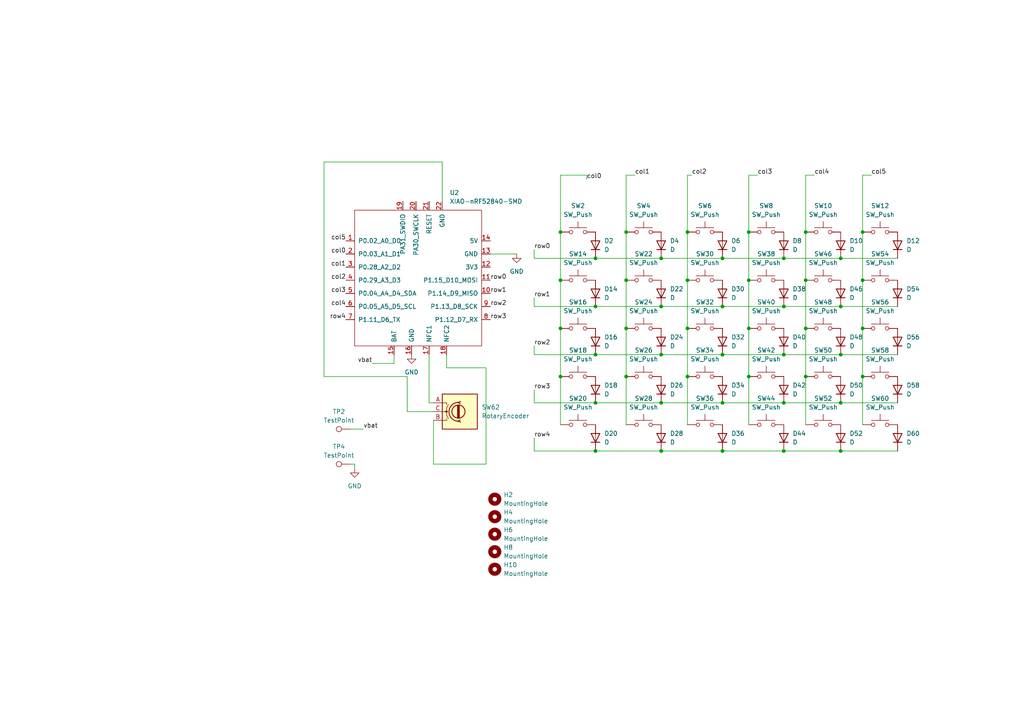
<source format=kicad_sch>
(kicad_sch
	(version 20250114)
	(generator "eeschema")
	(generator_version "9.0")
	(uuid "6463c865-a82f-4d0f-b7d5-8c8f69cdaec8")
	(paper "A4")
	(lib_symbols
		(symbol "Connector:TestPoint"
			(pin_numbers
				(hide yes)
			)
			(pin_names
				(offset 0.762)
				(hide yes)
			)
			(exclude_from_sim no)
			(in_bom yes)
			(on_board yes)
			(property "Reference" "TP"
				(at 0 6.858 0)
				(effects
					(font
						(size 1.27 1.27)
					)
				)
			)
			(property "Value" "TestPoint"
				(at 0 5.08 0)
				(effects
					(font
						(size 1.27 1.27)
					)
				)
			)
			(property "Footprint" ""
				(at 5.08 0 0)
				(effects
					(font
						(size 1.27 1.27)
					)
					(hide yes)
				)
			)
			(property "Datasheet" "~"
				(at 5.08 0 0)
				(effects
					(font
						(size 1.27 1.27)
					)
					(hide yes)
				)
			)
			(property "Description" "test point"
				(at 0 0 0)
				(effects
					(font
						(size 1.27 1.27)
					)
					(hide yes)
				)
			)
			(property "ki_keywords" "test point tp"
				(at 0 0 0)
				(effects
					(font
						(size 1.27 1.27)
					)
					(hide yes)
				)
			)
			(property "ki_fp_filters" "Pin* Test*"
				(at 0 0 0)
				(effects
					(font
						(size 1.27 1.27)
					)
					(hide yes)
				)
			)
			(symbol "TestPoint_0_1"
				(circle
					(center 0 3.302)
					(radius 0.762)
					(stroke
						(width 0)
						(type default)
					)
					(fill
						(type none)
					)
				)
			)
			(symbol "TestPoint_1_1"
				(pin passive line
					(at 0 0 90)
					(length 2.54)
					(name "1"
						(effects
							(font
								(size 1.27 1.27)
							)
						)
					)
					(number "1"
						(effects
							(font
								(size 1.27 1.27)
							)
						)
					)
				)
			)
			(embedded_fonts no)
		)
		(symbol "Device:D"
			(pin_numbers
				(hide yes)
			)
			(pin_names
				(offset 1.016)
				(hide yes)
			)
			(exclude_from_sim no)
			(in_bom yes)
			(on_board yes)
			(property "Reference" "D"
				(at 0 2.54 0)
				(effects
					(font
						(size 1.27 1.27)
					)
				)
			)
			(property "Value" "D"
				(at 0 -2.54 0)
				(effects
					(font
						(size 1.27 1.27)
					)
				)
			)
			(property "Footprint" ""
				(at 0 0 0)
				(effects
					(font
						(size 1.27 1.27)
					)
					(hide yes)
				)
			)
			(property "Datasheet" "~"
				(at 0 0 0)
				(effects
					(font
						(size 1.27 1.27)
					)
					(hide yes)
				)
			)
			(property "Description" "Diode"
				(at 0 0 0)
				(effects
					(font
						(size 1.27 1.27)
					)
					(hide yes)
				)
			)
			(property "Sim.Device" "D"
				(at 0 0 0)
				(effects
					(font
						(size 1.27 1.27)
					)
					(hide yes)
				)
			)
			(property "Sim.Pins" "1=K 2=A"
				(at 0 0 0)
				(effects
					(font
						(size 1.27 1.27)
					)
					(hide yes)
				)
			)
			(property "ki_keywords" "diode"
				(at 0 0 0)
				(effects
					(font
						(size 1.27 1.27)
					)
					(hide yes)
				)
			)
			(property "ki_fp_filters" "TO-???* *_Diode_* *SingleDiode* D_*"
				(at 0 0 0)
				(effects
					(font
						(size 1.27 1.27)
					)
					(hide yes)
				)
			)
			(symbol "D_0_1"
				(polyline
					(pts
						(xy -1.27 1.27) (xy -1.27 -1.27)
					)
					(stroke
						(width 0.254)
						(type default)
					)
					(fill
						(type none)
					)
				)
				(polyline
					(pts
						(xy 1.27 1.27) (xy 1.27 -1.27) (xy -1.27 0) (xy 1.27 1.27)
					)
					(stroke
						(width 0.254)
						(type default)
					)
					(fill
						(type none)
					)
				)
				(polyline
					(pts
						(xy 1.27 0) (xy -1.27 0)
					)
					(stroke
						(width 0)
						(type default)
					)
					(fill
						(type none)
					)
				)
			)
			(symbol "D_1_1"
				(pin passive line
					(at -3.81 0 0)
					(length 2.54)
					(name "K"
						(effects
							(font
								(size 1.27 1.27)
							)
						)
					)
					(number "1"
						(effects
							(font
								(size 1.27 1.27)
							)
						)
					)
				)
				(pin passive line
					(at 3.81 0 180)
					(length 2.54)
					(name "A"
						(effects
							(font
								(size 1.27 1.27)
							)
						)
					)
					(number "2"
						(effects
							(font
								(size 1.27 1.27)
							)
						)
					)
				)
			)
			(embedded_fonts no)
		)
		(symbol "Device:RotaryEncoder"
			(pin_names
				(offset 0.254)
				(hide yes)
			)
			(exclude_from_sim no)
			(in_bom yes)
			(on_board yes)
			(property "Reference" "SW"
				(at 0 6.604 0)
				(effects
					(font
						(size 1.27 1.27)
					)
				)
			)
			(property "Value" "RotaryEncoder"
				(at 0 -6.604 0)
				(effects
					(font
						(size 1.27 1.27)
					)
				)
			)
			(property "Footprint" ""
				(at -3.81 4.064 0)
				(effects
					(font
						(size 1.27 1.27)
					)
					(hide yes)
				)
			)
			(property "Datasheet" "~"
				(at 0 6.604 0)
				(effects
					(font
						(size 1.27 1.27)
					)
					(hide yes)
				)
			)
			(property "Description" "Rotary encoder, dual channel, incremental quadrate outputs"
				(at 0 0 0)
				(effects
					(font
						(size 1.27 1.27)
					)
					(hide yes)
				)
			)
			(property "ki_keywords" "rotary switch encoder"
				(at 0 0 0)
				(effects
					(font
						(size 1.27 1.27)
					)
					(hide yes)
				)
			)
			(property "ki_fp_filters" "RotaryEncoder*"
				(at 0 0 0)
				(effects
					(font
						(size 1.27 1.27)
					)
					(hide yes)
				)
			)
			(symbol "RotaryEncoder_0_1"
				(rectangle
					(start -5.08 5.08)
					(end 5.08 -5.08)
					(stroke
						(width 0.254)
						(type default)
					)
					(fill
						(type background)
					)
				)
				(polyline
					(pts
						(xy -5.08 2.54) (xy -3.81 2.54) (xy -3.81 2.032)
					)
					(stroke
						(width 0)
						(type default)
					)
					(fill
						(type none)
					)
				)
				(polyline
					(pts
						(xy -5.08 0) (xy -3.81 0) (xy -3.81 -1.016) (xy -3.302 -2.032)
					)
					(stroke
						(width 0)
						(type default)
					)
					(fill
						(type none)
					)
				)
				(polyline
					(pts
						(xy -5.08 -2.54) (xy -3.81 -2.54) (xy -3.81 -2.032)
					)
					(stroke
						(width 0)
						(type default)
					)
					(fill
						(type none)
					)
				)
				(polyline
					(pts
						(xy -4.318 0) (xy -3.81 0) (xy -3.81 1.016) (xy -3.302 2.032)
					)
					(stroke
						(width 0)
						(type default)
					)
					(fill
						(type none)
					)
				)
				(circle
					(center -3.81 0)
					(radius 0.254)
					(stroke
						(width 0)
						(type default)
					)
					(fill
						(type outline)
					)
				)
				(polyline
					(pts
						(xy -0.635 -1.778) (xy -0.635 1.778)
					)
					(stroke
						(width 0.254)
						(type default)
					)
					(fill
						(type none)
					)
				)
				(circle
					(center -0.381 0)
					(radius 1.905)
					(stroke
						(width 0.254)
						(type default)
					)
					(fill
						(type none)
					)
				)
				(polyline
					(pts
						(xy -0.381 -1.778) (xy -0.381 1.778)
					)
					(stroke
						(width 0.254)
						(type default)
					)
					(fill
						(type none)
					)
				)
				(arc
					(start -0.381 -2.794)
					(mid -3.0988 -0.0635)
					(end -0.381 2.667)
					(stroke
						(width 0.254)
						(type default)
					)
					(fill
						(type none)
					)
				)
				(polyline
					(pts
						(xy -0.127 1.778) (xy -0.127 -1.778)
					)
					(stroke
						(width 0.254)
						(type default)
					)
					(fill
						(type none)
					)
				)
				(polyline
					(pts
						(xy 0.254 2.921) (xy -0.508 2.667) (xy 0.127 2.286)
					)
					(stroke
						(width 0.254)
						(type default)
					)
					(fill
						(type none)
					)
				)
				(polyline
					(pts
						(xy 0.254 -3.048) (xy -0.508 -2.794) (xy 0.127 -2.413)
					)
					(stroke
						(width 0.254)
						(type default)
					)
					(fill
						(type none)
					)
				)
			)
			(symbol "RotaryEncoder_1_1"
				(pin passive line
					(at -7.62 2.54 0)
					(length 2.54)
					(name "A"
						(effects
							(font
								(size 1.27 1.27)
							)
						)
					)
					(number "A"
						(effects
							(font
								(size 1.27 1.27)
							)
						)
					)
				)
				(pin passive line
					(at -7.62 0 0)
					(length 2.54)
					(name "C"
						(effects
							(font
								(size 1.27 1.27)
							)
						)
					)
					(number "C"
						(effects
							(font
								(size 1.27 1.27)
							)
						)
					)
				)
				(pin passive line
					(at -7.62 -2.54 0)
					(length 2.54)
					(name "B"
						(effects
							(font
								(size 1.27 1.27)
							)
						)
					)
					(number "B"
						(effects
							(font
								(size 1.27 1.27)
							)
						)
					)
				)
			)
			(embedded_fonts no)
		)
		(symbol "Mechanical:MountingHole"
			(pin_names
				(offset 1.016)
			)
			(exclude_from_sim no)
			(in_bom no)
			(on_board yes)
			(property "Reference" "H"
				(at 0 5.08 0)
				(effects
					(font
						(size 1.27 1.27)
					)
				)
			)
			(property "Value" "MountingHole"
				(at 0 3.175 0)
				(effects
					(font
						(size 1.27 1.27)
					)
				)
			)
			(property "Footprint" ""
				(at 0 0 0)
				(effects
					(font
						(size 1.27 1.27)
					)
					(hide yes)
				)
			)
			(property "Datasheet" "~"
				(at 0 0 0)
				(effects
					(font
						(size 1.27 1.27)
					)
					(hide yes)
				)
			)
			(property "Description" "Mounting Hole without connection"
				(at 0 0 0)
				(effects
					(font
						(size 1.27 1.27)
					)
					(hide yes)
				)
			)
			(property "ki_keywords" "mounting hole"
				(at 0 0 0)
				(effects
					(font
						(size 1.27 1.27)
					)
					(hide yes)
				)
			)
			(property "ki_fp_filters" "MountingHole*"
				(at 0 0 0)
				(effects
					(font
						(size 1.27 1.27)
					)
					(hide yes)
				)
			)
			(symbol "MountingHole_0_1"
				(circle
					(center 0 0)
					(radius 1.27)
					(stroke
						(width 1.27)
						(type default)
					)
					(fill
						(type none)
					)
				)
			)
			(embedded_fonts no)
		)
		(symbol "OPL:XIAO-nRF52840-SMD"
			(pin_names
				(offset 1.016)
			)
			(exclude_from_sim no)
			(in_bom yes)
			(on_board yes)
			(property "Reference" "U"
				(at -18.542 23.114 0)
				(effects
					(font
						(size 1.27 1.27)
					)
				)
			)
			(property "Value" "XIAO-nRF52840-SMD"
				(at -8.636 21.336 0)
				(effects
					(font
						(size 1.27 1.27)
					)
				)
			)
			(property "Footprint" ""
				(at -8.89 5.08 0)
				(effects
					(font
						(size 1.27 1.27)
					)
					(hide yes)
				)
			)
			(property "Datasheet" ""
				(at -8.89 5.08 0)
				(effects
					(font
						(size 1.27 1.27)
					)
					(hide yes)
				)
			)
			(property "Description" ""
				(at 0 0 0)
				(effects
					(font
						(size 1.27 1.27)
					)
					(hide yes)
				)
			)
			(symbol "XIAO-nRF52840-SMD_0_1"
				(rectangle
					(start -19.05 20.32)
					(end 17.78 -19.05)
					(stroke
						(width 0)
						(type default)
					)
					(fill
						(type none)
					)
				)
			)
			(symbol "XIAO-nRF52840-SMD_1_1"
				(pin passive line
					(at -21.59 11.43 0)
					(length 2.54)
					(name "P0.02_A0_D0"
						(effects
							(font
								(size 1.27 1.27)
							)
						)
					)
					(number "1"
						(effects
							(font
								(size 1.27 1.27)
							)
						)
					)
				)
				(pin passive line
					(at -21.59 7.62 0)
					(length 2.54)
					(name "P0.03_A1_D1"
						(effects
							(font
								(size 1.27 1.27)
							)
						)
					)
					(number "2"
						(effects
							(font
								(size 1.27 1.27)
							)
						)
					)
				)
				(pin passive line
					(at -21.59 3.81 0)
					(length 2.54)
					(name "P0.28_A2_D2"
						(effects
							(font
								(size 1.27 1.27)
							)
						)
					)
					(number "3"
						(effects
							(font
								(size 1.27 1.27)
							)
						)
					)
				)
				(pin passive line
					(at -21.59 0 0)
					(length 2.54)
					(name "P0.29_A3_D3"
						(effects
							(font
								(size 1.27 1.27)
							)
						)
					)
					(number "4"
						(effects
							(font
								(size 1.27 1.27)
							)
						)
					)
				)
				(pin passive line
					(at -21.59 -3.81 0)
					(length 2.54)
					(name "P0.04_A4_D4_SDA"
						(effects
							(font
								(size 1.27 1.27)
							)
						)
					)
					(number "5"
						(effects
							(font
								(size 1.27 1.27)
							)
						)
					)
				)
				(pin passive line
					(at -21.59 -7.62 0)
					(length 2.54)
					(name "P0.05_A5_D5_SCL"
						(effects
							(font
								(size 1.27 1.27)
							)
						)
					)
					(number "6"
						(effects
							(font
								(size 1.27 1.27)
							)
						)
					)
				)
				(pin passive line
					(at -21.59 -11.43 0)
					(length 2.54)
					(name "P1.11_D6_TX"
						(effects
							(font
								(size 1.27 1.27)
							)
						)
					)
					(number "7"
						(effects
							(font
								(size 1.27 1.27)
							)
						)
					)
				)
				(pin passive line
					(at -7.62 -21.59 90)
					(length 2.54)
					(name "BAT"
						(effects
							(font
								(size 1.27 1.27)
							)
						)
					)
					(number "15"
						(effects
							(font
								(size 1.27 1.27)
							)
						)
					)
				)
				(pin passive line
					(at -5.08 22.86 270)
					(length 2.54)
					(name "PA31_SWDIO"
						(effects
							(font
								(size 1.27 1.27)
							)
						)
					)
					(number "19"
						(effects
							(font
								(size 1.27 1.27)
							)
						)
					)
				)
				(pin passive line
					(at -2.54 -21.59 90)
					(length 2.54)
					(name "GND"
						(effects
							(font
								(size 1.27 1.27)
							)
						)
					)
					(number "16"
						(effects
							(font
								(size 1.27 1.27)
							)
						)
					)
				)
				(pin passive line
					(at -1.27 22.86 270)
					(length 2.54)
					(name "PA30_SWCLK"
						(effects
							(font
								(size 1.27 1.27)
							)
						)
					)
					(number "20"
						(effects
							(font
								(size 1.27 1.27)
							)
						)
					)
				)
				(pin passive line
					(at 2.54 22.86 270)
					(length 2.54)
					(name "RESET"
						(effects
							(font
								(size 1.27 1.27)
							)
						)
					)
					(number "21"
						(effects
							(font
								(size 1.27 1.27)
							)
						)
					)
				)
				(pin passive line
					(at 2.54 -21.59 90)
					(length 2.54)
					(name "NFC1"
						(effects
							(font
								(size 1.27 1.27)
							)
						)
					)
					(number "17"
						(effects
							(font
								(size 1.27 1.27)
							)
						)
					)
				)
				(pin passive line
					(at 6.35 22.86 270)
					(length 2.54)
					(name "GND"
						(effects
							(font
								(size 1.27 1.27)
							)
						)
					)
					(number "22"
						(effects
							(font
								(size 1.27 1.27)
							)
						)
					)
				)
				(pin passive line
					(at 7.62 -21.59 90)
					(length 2.54)
					(name "NFC2"
						(effects
							(font
								(size 1.27 1.27)
							)
						)
					)
					(number "18"
						(effects
							(font
								(size 1.27 1.27)
							)
						)
					)
				)
				(pin passive line
					(at 20.32 11.43 180)
					(length 2.54)
					(name "5V"
						(effects
							(font
								(size 1.27 1.27)
							)
						)
					)
					(number "14"
						(effects
							(font
								(size 1.27 1.27)
							)
						)
					)
				)
				(pin passive line
					(at 20.32 7.62 180)
					(length 2.54)
					(name "GND"
						(effects
							(font
								(size 1.27 1.27)
							)
						)
					)
					(number "13"
						(effects
							(font
								(size 1.27 1.27)
							)
						)
					)
				)
				(pin passive line
					(at 20.32 3.81 180)
					(length 2.54)
					(name "3V3"
						(effects
							(font
								(size 1.27 1.27)
							)
						)
					)
					(number "12"
						(effects
							(font
								(size 1.27 1.27)
							)
						)
					)
				)
				(pin passive line
					(at 20.32 0 180)
					(length 2.54)
					(name "P1.15_D10_MOSI"
						(effects
							(font
								(size 1.27 1.27)
							)
						)
					)
					(number "11"
						(effects
							(font
								(size 1.27 1.27)
							)
						)
					)
				)
				(pin passive line
					(at 20.32 -3.81 180)
					(length 2.54)
					(name "P1.14_D9_MISO"
						(effects
							(font
								(size 1.27 1.27)
							)
						)
					)
					(number "10"
						(effects
							(font
								(size 1.27 1.27)
							)
						)
					)
				)
				(pin passive line
					(at 20.32 -7.62 180)
					(length 2.54)
					(name "P1.13_D8_SCK"
						(effects
							(font
								(size 1.27 1.27)
							)
						)
					)
					(number "9"
						(effects
							(font
								(size 1.27 1.27)
							)
						)
					)
				)
				(pin passive line
					(at 20.32 -11.43 180)
					(length 2.54)
					(name "P1.12_D7_RX"
						(effects
							(font
								(size 1.27 1.27)
							)
						)
					)
					(number "8"
						(effects
							(font
								(size 1.27 1.27)
							)
						)
					)
				)
			)
			(embedded_fonts no)
		)
		(symbol "Switch:SW_Push"
			(pin_numbers
				(hide yes)
			)
			(pin_names
				(offset 1.016)
				(hide yes)
			)
			(exclude_from_sim no)
			(in_bom yes)
			(on_board yes)
			(property "Reference" "SW"
				(at 1.27 2.54 0)
				(effects
					(font
						(size 1.27 1.27)
					)
					(justify left)
				)
			)
			(property "Value" "SW_Push"
				(at 0 -1.524 0)
				(effects
					(font
						(size 1.27 1.27)
					)
				)
			)
			(property "Footprint" ""
				(at 0 5.08 0)
				(effects
					(font
						(size 1.27 1.27)
					)
					(hide yes)
				)
			)
			(property "Datasheet" "~"
				(at 0 5.08 0)
				(effects
					(font
						(size 1.27 1.27)
					)
					(hide yes)
				)
			)
			(property "Description" "Push button switch, generic, two pins"
				(at 0 0 0)
				(effects
					(font
						(size 1.27 1.27)
					)
					(hide yes)
				)
			)
			(property "ki_keywords" "switch normally-open pushbutton push-button"
				(at 0 0 0)
				(effects
					(font
						(size 1.27 1.27)
					)
					(hide yes)
				)
			)
			(symbol "SW_Push_0_1"
				(circle
					(center -2.032 0)
					(radius 0.508)
					(stroke
						(width 0)
						(type default)
					)
					(fill
						(type none)
					)
				)
				(polyline
					(pts
						(xy 0 1.27) (xy 0 3.048)
					)
					(stroke
						(width 0)
						(type default)
					)
					(fill
						(type none)
					)
				)
				(circle
					(center 2.032 0)
					(radius 0.508)
					(stroke
						(width 0)
						(type default)
					)
					(fill
						(type none)
					)
				)
				(polyline
					(pts
						(xy 2.54 1.27) (xy -2.54 1.27)
					)
					(stroke
						(width 0)
						(type default)
					)
					(fill
						(type none)
					)
				)
				(pin passive line
					(at -5.08 0 0)
					(length 2.54)
					(name "1"
						(effects
							(font
								(size 1.27 1.27)
							)
						)
					)
					(number "1"
						(effects
							(font
								(size 1.27 1.27)
							)
						)
					)
				)
				(pin passive line
					(at 5.08 0 180)
					(length 2.54)
					(name "2"
						(effects
							(font
								(size 1.27 1.27)
							)
						)
					)
					(number "2"
						(effects
							(font
								(size 1.27 1.27)
							)
						)
					)
				)
			)
			(embedded_fonts no)
		)
		(symbol "power:GND"
			(power)
			(pin_numbers
				(hide yes)
			)
			(pin_names
				(offset 0)
				(hide yes)
			)
			(exclude_from_sim no)
			(in_bom yes)
			(on_board yes)
			(property "Reference" "#PWR"
				(at 0 -6.35 0)
				(effects
					(font
						(size 1.27 1.27)
					)
					(hide yes)
				)
			)
			(property "Value" "GND"
				(at 0 -3.81 0)
				(effects
					(font
						(size 1.27 1.27)
					)
				)
			)
			(property "Footprint" ""
				(at 0 0 0)
				(effects
					(font
						(size 1.27 1.27)
					)
					(hide yes)
				)
			)
			(property "Datasheet" ""
				(at 0 0 0)
				(effects
					(font
						(size 1.27 1.27)
					)
					(hide yes)
				)
			)
			(property "Description" "Power symbol creates a global label with name \"GND\" , ground"
				(at 0 0 0)
				(effects
					(font
						(size 1.27 1.27)
					)
					(hide yes)
				)
			)
			(property "ki_keywords" "global power"
				(at 0 0 0)
				(effects
					(font
						(size 1.27 1.27)
					)
					(hide yes)
				)
			)
			(symbol "GND_0_1"
				(polyline
					(pts
						(xy 0 0) (xy 0 -1.27) (xy 1.27 -1.27) (xy 0 -2.54) (xy -1.27 -1.27) (xy 0 -1.27)
					)
					(stroke
						(width 0)
						(type default)
					)
					(fill
						(type none)
					)
				)
			)
			(symbol "GND_1_1"
				(pin power_in line
					(at 0 0 270)
					(length 0)
					(name "~"
						(effects
							(font
								(size 1.27 1.27)
							)
						)
					)
					(number "1"
						(effects
							(font
								(size 1.27 1.27)
							)
						)
					)
				)
			)
			(embedded_fonts no)
		)
	)
	(junction
		(at 233.68 95.25)
		(diameter 0)
		(color 0 0 0 0)
		(uuid "014abbf8-6270-4385-984b-aa9ab1bd441b")
	)
	(junction
		(at 172.72 88.9)
		(diameter 0)
		(color 0 0 0 0)
		(uuid "0817628b-b07f-4c12-8ccf-3d1cd052c38f")
	)
	(junction
		(at 217.17 109.22)
		(diameter 0)
		(color 0 0 0 0)
		(uuid "0b1179f8-9ddf-41b6-b888-ce944451c39f")
	)
	(junction
		(at 172.72 116.84)
		(diameter 0)
		(color 0 0 0 0)
		(uuid "0b456944-01d3-4f1f-8397-d53677e28562")
	)
	(junction
		(at 250.19 81.28)
		(diameter 0)
		(color 0 0 0 0)
		(uuid "0d8050ab-49eb-4629-9783-4f3b3858525d")
	)
	(junction
		(at 162.56 67.31)
		(diameter 0)
		(color 0 0 0 0)
		(uuid "0da28426-5199-4b65-b142-b4c25f37edab")
	)
	(junction
		(at 243.84 116.84)
		(diameter 0)
		(color 0 0 0 0)
		(uuid "1a3fa275-c3ca-4e17-8638-e702b4ffd8e7")
	)
	(junction
		(at 217.17 81.28)
		(diameter 0)
		(color 0 0 0 0)
		(uuid "205893fa-34c4-42ec-91b3-eeff049ac9c2")
	)
	(junction
		(at 209.55 88.9)
		(diameter 0)
		(color 0 0 0 0)
		(uuid "21f29c89-2563-4143-ad9b-6b8fe71cc97f")
	)
	(junction
		(at 233.68 109.22)
		(diameter 0)
		(color 0 0 0 0)
		(uuid "22011dae-93c4-4c1a-9be6-09d5f56064d5")
	)
	(junction
		(at 181.61 81.28)
		(diameter 0)
		(color 0 0 0 0)
		(uuid "2275bdc7-ee20-4ccc-a552-80acd259a931")
	)
	(junction
		(at 172.72 102.87)
		(diameter 0)
		(color 0 0 0 0)
		(uuid "25a18a92-ba93-47a9-ba4f-adf1d10fcd16")
	)
	(junction
		(at 191.77 130.81)
		(diameter 0)
		(color 0 0 0 0)
		(uuid "2c83d543-4ad1-425a-a373-c7cd078b69c4")
	)
	(junction
		(at 250.19 67.31)
		(diameter 0)
		(color 0 0 0 0)
		(uuid "2e65123b-c292-4867-bac3-efa462c5bd01")
	)
	(junction
		(at 250.19 109.22)
		(diameter 0)
		(color 0 0 0 0)
		(uuid "38e69dac-047e-4d44-8b03-ff37a0109823")
	)
	(junction
		(at 233.68 81.28)
		(diameter 0)
		(color 0 0 0 0)
		(uuid "3db11070-d2f5-4526-89d0-a890eec43ecc")
	)
	(junction
		(at 227.33 130.81)
		(diameter 0)
		(color 0 0 0 0)
		(uuid "3ffe295f-d7d0-402b-a66f-e17923eead53")
	)
	(junction
		(at 217.17 67.31)
		(diameter 0)
		(color 0 0 0 0)
		(uuid "475ed763-b450-46cb-9797-ec45a2b6563b")
	)
	(junction
		(at 191.77 102.87)
		(diameter 0)
		(color 0 0 0 0)
		(uuid "49d13bf0-962d-4690-bddd-f331387f5f90")
	)
	(junction
		(at 243.84 130.81)
		(diameter 0)
		(color 0 0 0 0)
		(uuid "4c6c04c6-09b2-4540-bbeb-33f0f940f794")
	)
	(junction
		(at 181.61 95.25)
		(diameter 0)
		(color 0 0 0 0)
		(uuid "58692c51-d824-4e68-a724-21f47269d1f3")
	)
	(junction
		(at 217.17 95.25)
		(diameter 0)
		(color 0 0 0 0)
		(uuid "58919ff5-5f7a-448a-9a8d-4a7688db86e8")
	)
	(junction
		(at 227.33 88.9)
		(diameter 0)
		(color 0 0 0 0)
		(uuid "5a94a385-89c7-4b66-af75-854df9e04c63")
	)
	(junction
		(at 243.84 102.87)
		(diameter 0)
		(color 0 0 0 0)
		(uuid "5b7f2647-9580-4c67-9879-e46fe91958bd")
	)
	(junction
		(at 227.33 116.84)
		(diameter 0)
		(color 0 0 0 0)
		(uuid "5c64636b-258a-435d-b73d-5f0cbc5a19d0")
	)
	(junction
		(at 233.68 67.31)
		(diameter 0)
		(color 0 0 0 0)
		(uuid "64fdfeb2-5376-43da-a569-fb7a926944d4")
	)
	(junction
		(at 227.33 102.87)
		(diameter 0)
		(color 0 0 0 0)
		(uuid "65577313-3103-40ff-93fa-ad507d2b897f")
	)
	(junction
		(at 162.56 109.22)
		(diameter 0)
		(color 0 0 0 0)
		(uuid "6c9f3d3c-6bae-416f-b504-cac41597e188")
	)
	(junction
		(at 172.72 74.93)
		(diameter 0)
		(color 0 0 0 0)
		(uuid "76d62a59-bf6d-400b-bb08-d678c2d705a7")
	)
	(junction
		(at 199.39 81.28)
		(diameter 0)
		(color 0 0 0 0)
		(uuid "7a25c404-7192-48a0-b4f4-5439bcb052b3")
	)
	(junction
		(at 199.39 109.22)
		(diameter 0)
		(color 0 0 0 0)
		(uuid "7a399aa9-78d5-4e72-892d-f0e95ff31d84")
	)
	(junction
		(at 199.39 95.25)
		(diameter 0)
		(color 0 0 0 0)
		(uuid "823d44a4-94d8-4d2d-ada9-78b6dcb0ad9d")
	)
	(junction
		(at 181.61 67.31)
		(diameter 0)
		(color 0 0 0 0)
		(uuid "853d1bef-7c7e-44a1-9cb7-70ac985eae46")
	)
	(junction
		(at 243.84 74.93)
		(diameter 0)
		(color 0 0 0 0)
		(uuid "b2de4cff-2098-4206-80bc-66c4d4527783")
	)
	(junction
		(at 209.55 74.93)
		(diameter 0)
		(color 0 0 0 0)
		(uuid "b66b233e-54a8-4ab2-9d48-f8f3737a498e")
	)
	(junction
		(at 243.84 88.9)
		(diameter 0)
		(color 0 0 0 0)
		(uuid "b8e4ea76-f051-4544-9344-587530fc986e")
	)
	(junction
		(at 191.77 88.9)
		(diameter 0)
		(color 0 0 0 0)
		(uuid "ba08f9e9-c2de-4b8f-b0df-b1a43b8edef3")
	)
	(junction
		(at 250.19 95.25)
		(diameter 0)
		(color 0 0 0 0)
		(uuid "bab60b45-b443-4a3d-9310-b0921b241c72")
	)
	(junction
		(at 227.33 74.93)
		(diameter 0)
		(color 0 0 0 0)
		(uuid "bd0aeb40-0536-4924-969b-df0c66227ce3")
	)
	(junction
		(at 209.55 116.84)
		(diameter 0)
		(color 0 0 0 0)
		(uuid "c0c0eab3-7209-4d1a-bc44-c4dd1152183f")
	)
	(junction
		(at 172.72 130.81)
		(diameter 0)
		(color 0 0 0 0)
		(uuid "c15b79e6-da26-4dcb-be1e-0aa8bf1b2cda")
	)
	(junction
		(at 199.39 67.31)
		(diameter 0)
		(color 0 0 0 0)
		(uuid "c29dddea-e270-4ca9-a315-65f54fe65dac")
	)
	(junction
		(at 162.56 95.25)
		(diameter 0)
		(color 0 0 0 0)
		(uuid "cdf6be76-2422-476c-90ea-3dad0f69c99e")
	)
	(junction
		(at 191.77 116.84)
		(diameter 0)
		(color 0 0 0 0)
		(uuid "dcfe108a-3c65-418f-9424-d6187bf44d00")
	)
	(junction
		(at 162.56 81.28)
		(diameter 0)
		(color 0 0 0 0)
		(uuid "e752e161-c2b3-4670-89f0-d265fed2494e")
	)
	(junction
		(at 209.55 102.87)
		(diameter 0)
		(color 0 0 0 0)
		(uuid "ea1df767-d0fe-469e-989d-2559b8f7b2b7")
	)
	(junction
		(at 191.77 74.93)
		(diameter 0)
		(color 0 0 0 0)
		(uuid "f2b054aa-c894-4dbc-b4ee-2ed5988b50d3")
	)
	(junction
		(at 181.61 109.22)
		(diameter 0)
		(color 0 0 0 0)
		(uuid "f8c67fe0-4a79-4dff-b844-4142df368f33")
	)
	(junction
		(at 209.55 130.81)
		(diameter 0)
		(color 0 0 0 0)
		(uuid "fbe1eaf6-9376-4a46-a25c-03b21d0fc7c8")
	)
	(wire
		(pts
			(xy 142.24 73.66) (xy 149.86 73.66)
		)
		(stroke
			(width 0)
			(type default)
		)
		(uuid "02cc7539-290e-4e05-abb7-f2ddcf1ec043")
	)
	(wire
		(pts
			(xy 233.68 67.31) (xy 233.68 50.8)
		)
		(stroke
			(width 0)
			(type default)
		)
		(uuid "05b13d03-c97a-42af-b4e3-e38b0d9b1a77")
	)
	(wire
		(pts
			(xy 101.6 134.62) (xy 102.87 134.62)
		)
		(stroke
			(width 0)
			(type default)
		)
		(uuid "08eb551b-cfb3-495f-9375-4730d134b917")
	)
	(wire
		(pts
			(xy 227.33 116.84) (xy 209.55 116.84)
		)
		(stroke
			(width 0)
			(type default)
		)
		(uuid "0ac45c9f-e2f7-4f13-9c24-da09d745036e")
	)
	(wire
		(pts
			(xy 243.84 88.9) (xy 227.33 88.9)
		)
		(stroke
			(width 0)
			(type default)
		)
		(uuid "0c795095-ad34-4787-96c7-9a48bd90dde9")
	)
	(wire
		(pts
			(xy 181.61 81.28) (xy 181.61 67.31)
		)
		(stroke
			(width 0)
			(type default)
		)
		(uuid "0e772af7-8cc7-402f-ba85-f2f333bef7d1")
	)
	(wire
		(pts
			(xy 233.68 50.8) (xy 236.22 50.8)
		)
		(stroke
			(width 0)
			(type default)
		)
		(uuid "0e9c312f-af96-4676-b8da-879693656288")
	)
	(wire
		(pts
			(xy 199.39 123.19) (xy 199.39 109.22)
		)
		(stroke
			(width 0)
			(type default)
		)
		(uuid "107a6025-5563-4286-a930-4ea0ae9c9c1e")
	)
	(wire
		(pts
			(xy 250.19 95.25) (xy 250.19 81.28)
		)
		(stroke
			(width 0)
			(type default)
		)
		(uuid "1615a4ab-5f35-4677-99f7-507e85980ef9")
	)
	(wire
		(pts
			(xy 209.55 102.87) (xy 191.77 102.87)
		)
		(stroke
			(width 0)
			(type default)
		)
		(uuid "1ac1d2dc-b027-4a65-b327-7e419421ac75")
	)
	(wire
		(pts
			(xy 260.35 130.81) (xy 243.84 130.81)
		)
		(stroke
			(width 0)
			(type default)
		)
		(uuid "1e656dc6-298f-4eb0-8aa7-c9ee04397556")
	)
	(wire
		(pts
			(xy 172.72 130.81) (xy 154.94 130.81)
		)
		(stroke
			(width 0)
			(type default)
		)
		(uuid "1e8d845e-1a06-41d7-9baa-6d77fb021479")
	)
	(wire
		(pts
			(xy 124.46 116.84) (xy 124.46 102.87)
		)
		(stroke
			(width 0)
			(type default)
		)
		(uuid "20a9670f-fd13-40ee-98d2-1602dd27f79b")
	)
	(wire
		(pts
			(xy 162.56 50.8) (xy 170.18 50.8)
		)
		(stroke
			(width 0)
			(type default)
		)
		(uuid "2121ca41-909d-4afe-9fe8-0ba82d8a39d6")
	)
	(wire
		(pts
			(xy 209.55 88.9) (xy 191.77 88.9)
		)
		(stroke
			(width 0)
			(type default)
		)
		(uuid "2342e0dd-ea31-4348-93a8-5aefaf187abc")
	)
	(wire
		(pts
			(xy 170.18 50.8) (xy 170.18 52.07)
		)
		(stroke
			(width 0)
			(type default)
		)
		(uuid "27dc34b8-f04f-4735-a3c6-3d761c4b6548")
	)
	(wire
		(pts
			(xy 191.77 116.84) (xy 172.72 116.84)
		)
		(stroke
			(width 0)
			(type default)
		)
		(uuid "2ca1e721-1d4c-481b-9bee-476f04fde44c")
	)
	(wire
		(pts
			(xy 154.94 100.33) (xy 154.94 102.87)
		)
		(stroke
			(width 0)
			(type default)
		)
		(uuid "2d13786b-b90b-4647-9cb2-8d42df5e54b4")
	)
	(wire
		(pts
			(xy 243.84 74.93) (xy 227.33 74.93)
		)
		(stroke
			(width 0)
			(type default)
		)
		(uuid "2e84a11a-a3f2-4d40-965f-d9adc6d4b837")
	)
	(wire
		(pts
			(xy 250.19 109.22) (xy 250.19 95.25)
		)
		(stroke
			(width 0)
			(type default)
		)
		(uuid "31f8c1d5-02df-4d55-bf93-35ec0a2e90ce")
	)
	(wire
		(pts
			(xy 243.84 130.81) (xy 227.33 130.81)
		)
		(stroke
			(width 0)
			(type default)
		)
		(uuid "32a10709-83b9-4dc5-bb1d-16502b4e3564")
	)
	(wire
		(pts
			(xy 154.94 86.36) (xy 154.94 88.9)
		)
		(stroke
			(width 0)
			(type default)
		)
		(uuid "3e9fd8d2-9346-4633-ac8c-72a1008fcf8a")
	)
	(wire
		(pts
			(xy 172.72 116.84) (xy 154.94 116.84)
		)
		(stroke
			(width 0)
			(type default)
		)
		(uuid "405c1a07-777f-464d-b40e-f3f356736f38")
	)
	(wire
		(pts
			(xy 209.55 130.81) (xy 191.77 130.81)
		)
		(stroke
			(width 0)
			(type default)
		)
		(uuid "445a4085-a2fe-4b48-a32e-91a157878c49")
	)
	(wire
		(pts
			(xy 227.33 88.9) (xy 209.55 88.9)
		)
		(stroke
			(width 0)
			(type default)
		)
		(uuid "44b3f8a6-e5db-4e17-b6d4-ec8188984964")
	)
	(wire
		(pts
			(xy 172.72 88.9) (xy 154.94 88.9)
		)
		(stroke
			(width 0)
			(type default)
		)
		(uuid "459b6faa-86a5-451e-ba7c-06d9f75aac16")
	)
	(wire
		(pts
			(xy 172.72 102.87) (xy 154.94 102.87)
		)
		(stroke
			(width 0)
			(type default)
		)
		(uuid "4bd364cd-27e8-4a3b-879c-34e2558aafd1")
	)
	(wire
		(pts
			(xy 199.39 67.31) (xy 199.39 50.8)
		)
		(stroke
			(width 0)
			(type default)
		)
		(uuid "4c4c7ce2-ba21-4ec5-820e-17fbacf58036")
	)
	(wire
		(pts
			(xy 199.39 109.22) (xy 199.39 95.25)
		)
		(stroke
			(width 0)
			(type default)
		)
		(uuid "530b3d89-d692-4753-8df6-2c0569b09063")
	)
	(wire
		(pts
			(xy 181.61 95.25) (xy 181.61 81.28)
		)
		(stroke
			(width 0)
			(type default)
		)
		(uuid "562c209a-999e-4b91-bfd2-68b109fef7a9")
	)
	(wire
		(pts
			(xy 118.11 109.22) (xy 93.98 109.22)
		)
		(stroke
			(width 0)
			(type default)
		)
		(uuid "5b6c7ff5-ccdd-4d89-b77b-b954e8283e08")
	)
	(wire
		(pts
			(xy 260.35 88.9) (xy 243.84 88.9)
		)
		(stroke
			(width 0)
			(type default)
		)
		(uuid "5c17221f-ba5d-4a38-893e-20f714ea5004")
	)
	(wire
		(pts
			(xy 181.61 123.19) (xy 181.61 109.22)
		)
		(stroke
			(width 0)
			(type default)
		)
		(uuid "5d96c271-68bc-4a02-9fed-bf93cbc6e2f5")
	)
	(wire
		(pts
			(xy 118.11 119.38) (xy 118.11 109.22)
		)
		(stroke
			(width 0)
			(type default)
		)
		(uuid "5e34244a-d942-401e-ae78-94ae07314683")
	)
	(wire
		(pts
			(xy 140.97 134.62) (xy 140.97 106.68)
		)
		(stroke
			(width 0)
			(type default)
		)
		(uuid "61116d8f-1131-4043-a047-a6a26f017896")
	)
	(wire
		(pts
			(xy 191.77 74.93) (xy 172.72 74.93)
		)
		(stroke
			(width 0)
			(type default)
		)
		(uuid "62c29665-79a3-4ebe-bcab-7133b37ccc29")
	)
	(wire
		(pts
			(xy 217.17 50.8) (xy 219.71 50.8)
		)
		(stroke
			(width 0)
			(type default)
		)
		(uuid "65a3e274-cb05-4154-b572-2fc5164cc1b0")
	)
	(wire
		(pts
			(xy 162.56 67.31) (xy 162.56 50.8)
		)
		(stroke
			(width 0)
			(type default)
		)
		(uuid "6605fbbd-8d4f-4454-b3cf-824984ea44f7")
	)
	(wire
		(pts
			(xy 243.84 116.84) (xy 227.33 116.84)
		)
		(stroke
			(width 0)
			(type default)
		)
		(uuid "66c98f6d-b78b-4d9b-b00f-6224d3125d6d")
	)
	(wire
		(pts
			(xy 250.19 123.19) (xy 250.19 109.22)
		)
		(stroke
			(width 0)
			(type default)
		)
		(uuid "6f0c093d-c1c6-4658-9cb5-a9d4a3941eb2")
	)
	(wire
		(pts
			(xy 209.55 116.84) (xy 191.77 116.84)
		)
		(stroke
			(width 0)
			(type default)
		)
		(uuid "7624dec9-a17c-485f-8375-4ee9f244df1d")
	)
	(wire
		(pts
			(xy 125.73 116.84) (xy 124.46 116.84)
		)
		(stroke
			(width 0)
			(type default)
		)
		(uuid "7aa35c98-29ac-4b4a-b3e7-b7e13ef7421f")
	)
	(wire
		(pts
			(xy 125.73 121.92) (xy 125.73 134.62)
		)
		(stroke
			(width 0)
			(type default)
		)
		(uuid "7b4c8e1a-f42f-4a5e-9b78-cadbaf3c20e5")
	)
	(wire
		(pts
			(xy 125.73 119.38) (xy 118.11 119.38)
		)
		(stroke
			(width 0)
			(type default)
		)
		(uuid "7cd19916-cc6a-4cdc-9450-18fcd3aa3df1")
	)
	(wire
		(pts
			(xy 209.55 74.93) (xy 191.77 74.93)
		)
		(stroke
			(width 0)
			(type default)
		)
		(uuid "81c98b49-65f4-45b3-a248-d830a4922f26")
	)
	(wire
		(pts
			(xy 250.19 50.8) (xy 252.73 50.8)
		)
		(stroke
			(width 0)
			(type default)
		)
		(uuid "83436b8a-9859-4355-af8e-83087459f321")
	)
	(wire
		(pts
			(xy 191.77 88.9) (xy 172.72 88.9)
		)
		(stroke
			(width 0)
			(type default)
		)
		(uuid "88e55f45-484a-4197-940e-8c5a0d6fb4d1")
	)
	(wire
		(pts
			(xy 107.95 105.41) (xy 114.3 105.41)
		)
		(stroke
			(width 0)
			(type default)
		)
		(uuid "89dae1a3-952e-4120-97d6-e34814f00fe2")
	)
	(wire
		(pts
			(xy 128.27 46.99) (xy 128.27 58.42)
		)
		(stroke
			(width 0)
			(type default)
		)
		(uuid "8d53c424-9ad9-48fd-8cec-fe8784636adb")
	)
	(wire
		(pts
			(xy 191.77 130.81) (xy 172.72 130.81)
		)
		(stroke
			(width 0)
			(type default)
		)
		(uuid "90166ecf-3d78-46d9-aa42-1716d9daa391")
	)
	(wire
		(pts
			(xy 129.54 106.68) (xy 129.54 102.87)
		)
		(stroke
			(width 0)
			(type default)
		)
		(uuid "91f55c95-c05b-4c3a-914d-576ddf8672da")
	)
	(wire
		(pts
			(xy 199.39 50.8) (xy 200.66 50.8)
		)
		(stroke
			(width 0)
			(type default)
		)
		(uuid "92d9fa07-85e8-47b8-976a-343e8cc5b7e4")
	)
	(wire
		(pts
			(xy 233.68 81.28) (xy 233.68 67.31)
		)
		(stroke
			(width 0)
			(type default)
		)
		(uuid "9476c0b3-10cc-4031-b46e-a4fd6476c4a1")
	)
	(wire
		(pts
			(xy 93.98 109.22) (xy 93.98 46.99)
		)
		(stroke
			(width 0)
			(type default)
		)
		(uuid "98cb4d8c-e603-4bce-bdee-6166fea9f747")
	)
	(wire
		(pts
			(xy 217.17 67.31) (xy 217.17 50.8)
		)
		(stroke
			(width 0)
			(type default)
		)
		(uuid "98df90ba-65e4-483b-b234-34de9a8dd6f5")
	)
	(wire
		(pts
			(xy 250.19 67.31) (xy 250.19 50.8)
		)
		(stroke
			(width 0)
			(type default)
		)
		(uuid "9af69552-d5a3-4ae8-a3cd-1331a41343de")
	)
	(wire
		(pts
			(xy 227.33 130.81) (xy 209.55 130.81)
		)
		(stroke
			(width 0)
			(type default)
		)
		(uuid "9f981eba-94c6-4b5e-a7da-11fef292713c")
	)
	(wire
		(pts
			(xy 154.94 113.03) (xy 154.94 116.84)
		)
		(stroke
			(width 0)
			(type default)
		)
		(uuid "9fd7fb2d-afe4-4bf1-adcd-c4fc8c09bd10")
	)
	(wire
		(pts
			(xy 140.97 106.68) (xy 129.54 106.68)
		)
		(stroke
			(width 0)
			(type default)
		)
		(uuid "ad997e3f-fc92-44f7-a023-dbc0e2f82946")
	)
	(wire
		(pts
			(xy 172.72 74.93) (xy 154.94 74.93)
		)
		(stroke
			(width 0)
			(type default)
		)
		(uuid "b36b49ca-b648-4d0c-927d-38fd987bf330")
	)
	(wire
		(pts
			(xy 233.68 95.25) (xy 233.68 81.28)
		)
		(stroke
			(width 0)
			(type default)
		)
		(uuid "b3f2ff33-59ae-4bac-b92f-9a0e8480cbfc")
	)
	(wire
		(pts
			(xy 217.17 95.25) (xy 217.17 81.28)
		)
		(stroke
			(width 0)
			(type default)
		)
		(uuid "b8cdf8aa-0c60-49ea-b425-c68746f8619f")
	)
	(wire
		(pts
			(xy 93.98 46.99) (xy 128.27 46.99)
		)
		(stroke
			(width 0)
			(type default)
		)
		(uuid "b9f1e88f-015c-47db-9766-28dad744b55c")
	)
	(wire
		(pts
			(xy 181.61 67.31) (xy 181.61 50.8)
		)
		(stroke
			(width 0)
			(type default)
		)
		(uuid "bac47e29-31fc-4997-9771-57aa729821b3")
	)
	(wire
		(pts
			(xy 162.56 95.25) (xy 162.56 81.28)
		)
		(stroke
			(width 0)
			(type default)
		)
		(uuid "bc548f07-be0d-4337-8d7c-5f85eb3a3db5")
	)
	(wire
		(pts
			(xy 102.87 134.62) (xy 102.87 135.89)
		)
		(stroke
			(width 0)
			(type default)
		)
		(uuid "bc79b59c-d35a-4f17-806c-edbf3d93cdd4")
	)
	(wire
		(pts
			(xy 125.73 134.62) (xy 140.97 134.62)
		)
		(stroke
			(width 0)
			(type default)
		)
		(uuid "c256c2f9-ccbb-4fc4-818a-c99626fcd593")
	)
	(wire
		(pts
			(xy 114.3 105.41) (xy 114.3 102.87)
		)
		(stroke
			(width 0)
			(type default)
		)
		(uuid "c2ef0808-7aa7-47f3-abb1-0c469ecc1e22")
	)
	(wire
		(pts
			(xy 243.84 102.87) (xy 227.33 102.87)
		)
		(stroke
			(width 0)
			(type default)
		)
		(uuid "c57ba67f-e962-4c82-a520-20da7a9d2f55")
	)
	(wire
		(pts
			(xy 227.33 102.87) (xy 209.55 102.87)
		)
		(stroke
			(width 0)
			(type default)
		)
		(uuid "cad029db-5b62-43d6-bf8c-237b1c4f93f3")
	)
	(wire
		(pts
			(xy 181.61 50.8) (xy 184.15 50.8)
		)
		(stroke
			(width 0)
			(type default)
		)
		(uuid "cde76fc2-d42c-4c02-8baf-2c7b8e51030b")
	)
	(wire
		(pts
			(xy 260.35 116.84) (xy 243.84 116.84)
		)
		(stroke
			(width 0)
			(type default)
		)
		(uuid "d06e6f38-37b8-4836-a375-c4a91296cf10")
	)
	(wire
		(pts
			(xy 162.56 123.19) (xy 162.56 109.22)
		)
		(stroke
			(width 0)
			(type default)
		)
		(uuid "d08df277-40b4-41d7-ba90-63bb21f8d3c0")
	)
	(wire
		(pts
			(xy 260.35 102.87) (xy 243.84 102.87)
		)
		(stroke
			(width 0)
			(type default)
		)
		(uuid "d0e92451-1c28-40fe-8f49-9dee32dedcd9")
	)
	(wire
		(pts
			(xy 199.39 81.28) (xy 199.39 67.31)
		)
		(stroke
			(width 0)
			(type default)
		)
		(uuid "d16f0950-25f8-4fb1-a6dd-1f8ef5ffd9a2")
	)
	(wire
		(pts
			(xy 162.56 81.28) (xy 162.56 67.31)
		)
		(stroke
			(width 0)
			(type default)
		)
		(uuid "d97b2ff5-035e-48e3-8c18-a2188f4bd3d1")
	)
	(wire
		(pts
			(xy 101.6 124.46) (xy 105.41 124.46)
		)
		(stroke
			(width 0)
			(type default)
		)
		(uuid "da6be42d-419f-47d2-8677-e1bc306c9817")
	)
	(wire
		(pts
			(xy 199.39 95.25) (xy 199.39 81.28)
		)
		(stroke
			(width 0)
			(type default)
		)
		(uuid "db5a77c7-440d-4d69-86f1-f02b1abf7787")
	)
	(wire
		(pts
			(xy 217.17 109.22) (xy 217.17 95.25)
		)
		(stroke
			(width 0)
			(type default)
		)
		(uuid "dfa7f6a6-d567-429b-82d1-0048e4843c88")
	)
	(wire
		(pts
			(xy 233.68 123.19) (xy 233.68 109.22)
		)
		(stroke
			(width 0)
			(type default)
		)
		(uuid "e17ad35f-bcca-4e33-8246-0d0b35c3dcf5")
	)
	(wire
		(pts
			(xy 217.17 81.28) (xy 217.17 67.31)
		)
		(stroke
			(width 0)
			(type default)
		)
		(uuid "e1cff85f-1ddc-4c4b-a14f-bbb406cf755d")
	)
	(wire
		(pts
			(xy 250.19 81.28) (xy 250.19 67.31)
		)
		(stroke
			(width 0)
			(type default)
		)
		(uuid "e52f193f-9b92-4af9-a824-3c2cfa651fe5")
	)
	(wire
		(pts
			(xy 154.94 127) (xy 154.94 130.81)
		)
		(stroke
			(width 0)
			(type default)
		)
		(uuid "e6551384-c9d1-4e20-b5d1-59150c5eb0f5")
	)
	(wire
		(pts
			(xy 217.17 123.19) (xy 217.17 109.22)
		)
		(stroke
			(width 0)
			(type default)
		)
		(uuid "e7aee107-6f53-4e14-bc79-03bfcfef95e2")
	)
	(wire
		(pts
			(xy 260.35 74.93) (xy 243.84 74.93)
		)
		(stroke
			(width 0)
			(type default)
		)
		(uuid "eca4980f-ea92-40be-9e8b-3c4cab092d19")
	)
	(wire
		(pts
			(xy 181.61 109.22) (xy 181.61 95.25)
		)
		(stroke
			(width 0)
			(type default)
		)
		(uuid "ed2ceae4-269b-4222-bb95-5a006863ebf5")
	)
	(wire
		(pts
			(xy 233.68 109.22) (xy 233.68 95.25)
		)
		(stroke
			(width 0)
			(type default)
		)
		(uuid "f2fa93f1-31de-49d2-aec9-043291b01fc3")
	)
	(wire
		(pts
			(xy 162.56 109.22) (xy 162.56 95.25)
		)
		(stroke
			(width 0)
			(type default)
		)
		(uuid "f3ffa55d-f03e-4145-925f-16f57e23a507")
	)
	(wire
		(pts
			(xy 227.33 74.93) (xy 209.55 74.93)
		)
		(stroke
			(width 0)
			(type default)
		)
		(uuid "f545f77b-8757-4455-9bbf-6af103132bdd")
	)
	(wire
		(pts
			(xy 191.77 102.87) (xy 172.72 102.87)
		)
		(stroke
			(width 0)
			(type default)
		)
		(uuid "f6e194bd-8128-4901-9e38-999a3300fa3e")
	)
	(wire
		(pts
			(xy 154.94 72.39) (xy 154.94 74.93)
		)
		(stroke
			(width 0)
			(type default)
		)
		(uuid "fd9b8fc5-b9fc-429d-846d-79f48c8e4d09")
	)
	(label "col3"
		(at 219.71 50.8 0)
		(effects
			(font
				(size 1.27 1.27)
			)
			(justify left bottom)
		)
		(uuid "328739ac-656e-455b-858a-fcb7886f67e7")
	)
	(label "row1"
		(at 154.94 86.36 0)
		(effects
			(font
				(size 1.27 1.27)
			)
			(justify left bottom)
		)
		(uuid "47284d09-41b8-4ca5-a68f-c55f3d3a3427")
	)
	(label "vbat"
		(at 105.41 124.46 0)
		(effects
			(font
				(size 1.27 1.27)
			)
			(justify left bottom)
		)
		(uuid "5630d296-9127-4ddd-94bd-8d80564193a8")
	)
	(label "col4"
		(at 100.33 88.9 180)
		(effects
			(font
				(size 1.27 1.27)
			)
			(justify right bottom)
		)
		(uuid "57b9b9eb-2581-4854-aa60-628e0cbda4a5")
	)
	(label "row4"
		(at 100.33 92.71 180)
		(effects
			(font
				(size 1.27 1.27)
			)
			(justify right bottom)
		)
		(uuid "6a41acf2-4c4c-4d40-a8a6-0372d297457c")
	)
	(label "col5"
		(at 252.73 50.8 0)
		(effects
			(font
				(size 1.27 1.27)
			)
			(justify left bottom)
		)
		(uuid "7671a33c-1053-4d29-84af-3dbf2be91d1b")
	)
	(label "vbat"
		(at 107.95 105.41 180)
		(effects
			(font
				(size 1.27 1.27)
			)
			(justify right bottom)
		)
		(uuid "80a8b4d4-8948-445e-b870-75cf646a66ee")
	)
	(label "row4"
		(at 154.94 127 0)
		(effects
			(font
				(size 1.27 1.27)
			)
			(justify left bottom)
		)
		(uuid "87580061-9b82-4145-be29-1c456b8c118c")
	)
	(label "row0"
		(at 154.94 72.39 0)
		(effects
			(font
				(size 1.27 1.27)
			)
			(justify left bottom)
		)
		(uuid "95024b02-82e5-4356-9d77-07a971a645c4")
	)
	(label "col4"
		(at 236.22 50.8 0)
		(effects
			(font
				(size 1.27 1.27)
			)
			(justify left bottom)
		)
		(uuid "9b309453-6397-44d3-84f6-8c60dfe879a9")
	)
	(label "col2"
		(at 200.66 50.8 0)
		(effects
			(font
				(size 1.27 1.27)
			)
			(justify left bottom)
		)
		(uuid "9be047b1-5e86-46c5-8e4a-4860f63ee5b7")
	)
	(label "col1"
		(at 184.15 50.8 0)
		(effects
			(font
				(size 1.27 1.27)
			)
			(justify left bottom)
		)
		(uuid "a1c4847b-f9f0-4bf1-9f49-6827d427bd45")
	)
	(label "col5"
		(at 100.33 69.85 180)
		(effects
			(font
				(size 1.27 1.27)
			)
			(justify right bottom)
		)
		(uuid "a3d58a09-e68e-4338-93de-35af73ffbe41")
	)
	(label "col0"
		(at 100.33 73.66 180)
		(effects
			(font
				(size 1.27 1.27)
			)
			(justify right bottom)
		)
		(uuid "a538a36a-d7fd-4c1d-bd6a-bef838bf333e")
	)
	(label "col1"
		(at 100.33 77.47 180)
		(effects
			(font
				(size 1.27 1.27)
			)
			(justify right bottom)
		)
		(uuid "ad65c184-e52c-4555-8d1e-158e97426cb2")
	)
	(label "row1"
		(at 142.24 85.09 0)
		(effects
			(font
				(size 1.27 1.27)
			)
			(justify left bottom)
		)
		(uuid "b6055bac-cc5c-4798-925e-7f62b7d3584c")
	)
	(label "row3"
		(at 154.94 113.03 0)
		(effects
			(font
				(size 1.27 1.27)
			)
			(justify left bottom)
		)
		(uuid "b69425be-209b-4926-92ed-643f7ae8f6af")
	)
	(label "row3"
		(at 142.24 92.71 0)
		(effects
			(font
				(size 1.27 1.27)
			)
			(justify left bottom)
		)
		(uuid "c1ef3b96-1d06-468b-94cd-84af4e730b4f")
	)
	(label "col3"
		(at 100.33 85.09 180)
		(effects
			(font
				(size 1.27 1.27)
			)
			(justify right bottom)
		)
		(uuid "c450d324-0316-41ab-8077-38483a271e4f")
	)
	(label "col0"
		(at 170.18 52.07 0)
		(effects
			(font
				(size 1.27 1.27)
			)
			(justify left bottom)
		)
		(uuid "c8f421d6-6ecd-4319-9dba-7ef8778df538")
	)
	(label "row2"
		(at 142.24 88.9 0)
		(effects
			(font
				(size 1.27 1.27)
			)
			(justify left bottom)
		)
		(uuid "d914ecef-71a2-4853-9fb0-c1d9516008a5")
	)
	(label "col2"
		(at 100.33 81.28 180)
		(effects
			(font
				(size 1.27 1.27)
			)
			(justify right bottom)
		)
		(uuid "e5ea9d3d-9181-4472-89dd-de72fa6686f0")
	)
	(label "row2"
		(at 154.94 100.33 0)
		(effects
			(font
				(size 1.27 1.27)
			)
			(justify left bottom)
		)
		(uuid "ee6d417e-a212-4a29-bf29-ea83c9505e2a")
	)
	(label "row0"
		(at 142.24 81.28 0)
		(effects
			(font
				(size 1.27 1.27)
			)
			(justify left bottom)
		)
		(uuid "f866e7b1-abb8-4978-ace4-db286915be60")
	)
	(symbol
		(lib_id "Switch:SW_Push")
		(at 255.27 95.25 0)
		(unit 1)
		(exclude_from_sim no)
		(in_bom yes)
		(on_board yes)
		(dnp no)
		(fields_autoplaced yes)
		(uuid "04811093-cc1f-454b-b705-cbe665d65d7d")
		(property "Reference" "SW55"
			(at 255.27 87.63 0)
			(effects
				(font
					(size 1.27 1.27)
				)
			)
		)
		(property "Value" "SW_Push"
			(at 255.27 90.17 0)
			(effects
				(font
					(size 1.27 1.27)
				)
			)
		)
		(property "Footprint" "PCM_marbastlib-choc:SW_choc_v1_HS_CPG135001S30_1u"
			(at 255.27 90.17 0)
			(effects
				(font
					(size 1.27 1.27)
				)
				(hide yes)
			)
		)
		(property "Datasheet" "~"
			(at 255.27 90.17 0)
			(effects
				(font
					(size 1.27 1.27)
				)
				(hide yes)
			)
		)
		(property "Description" "Push button switch, generic, two pins"
			(at 255.27 95.25 0)
			(effects
				(font
					(size 1.27 1.27)
				)
				(hide yes)
			)
		)
		(pin "2"
			(uuid "0d783c3c-0bde-4714-a010-d343f6aa9e33")
		)
		(pin "1"
			(uuid "0a62cede-74cb-4fbd-a0b3-a7e86bd17136")
		)
		(instances
			(project "bluekeeb"
				(path "/9c7c3d7f-df07-44e3-9769-a5f86c49873c/12ef109c-a2f1-40c4-8500-95466df51b75"
					(reference "SW56")
					(unit 1)
				)
				(path "/9c7c3d7f-df07-44e3-9769-a5f86c49873c/727cb513-7415-499b-80c9-83fd548ec377"
					(reference "SW55")
					(unit 1)
				)
			)
		)
	)
	(symbol
		(lib_id "Device:D")
		(at 243.84 127 90)
		(unit 1)
		(exclude_from_sim no)
		(in_bom yes)
		(on_board yes)
		(dnp no)
		(fields_autoplaced yes)
		(uuid "04a24128-92b0-4bb6-a6cf-4ad8ca98529a")
		(property "Reference" "D51"
			(at 246.38 125.7299 90)
			(effects
				(font
					(size 1.27 1.27)
				)
				(justify right)
			)
		)
		(property "Value" "D"
			(at 246.38 128.2699 90)
			(effects
				(font
					(size 1.27 1.27)
				)
				(justify right)
			)
		)
		(property "Footprint" "Diode_SMD:D_SOD-123"
			(at 243.84 127 0)
			(effects
				(font
					(size 1.27 1.27)
				)
				(hide yes)
			)
		)
		(property "Datasheet" "~"
			(at 243.84 127 0)
			(effects
				(font
					(size 1.27 1.27)
				)
				(hide yes)
			)
		)
		(property "Description" "Diode"
			(at 243.84 127 0)
			(effects
				(font
					(size 1.27 1.27)
				)
				(hide yes)
			)
		)
		(property "Sim.Device" "D"
			(at 243.84 127 0)
			(effects
				(font
					(size 1.27 1.27)
				)
				(hide yes)
			)
		)
		(property "Sim.Pins" "1=K 2=A"
			(at 243.84 127 0)
			(effects
				(font
					(size 1.27 1.27)
				)
				(hide yes)
			)
		)
		(pin "1"
			(uuid "f2afc4e3-0822-463f-902e-3acdb7257cc7")
		)
		(pin "2"
			(uuid "f7c39d7c-cbfc-4ccf-9e6e-d1dcd3f382c9")
		)
		(instances
			(project "bluekeeb"
				(path "/9c7c3d7f-df07-44e3-9769-a5f86c49873c/12ef109c-a2f1-40c4-8500-95466df51b75"
					(reference "D52")
					(unit 1)
				)
				(path "/9c7c3d7f-df07-44e3-9769-a5f86c49873c/727cb513-7415-499b-80c9-83fd548ec377"
					(reference "D51")
					(unit 1)
				)
			)
		)
	)
	(symbol
		(lib_id "Device:D")
		(at 227.33 71.12 90)
		(unit 1)
		(exclude_from_sim no)
		(in_bom yes)
		(on_board yes)
		(dnp no)
		(fields_autoplaced yes)
		(uuid "05dbae0a-e0eb-4865-bb48-0f7fccb9e9ba")
		(property "Reference" "D7"
			(at 229.87 69.8499 90)
			(effects
				(font
					(size 1.27 1.27)
				)
				(justify right)
			)
		)
		(property "Value" "D"
			(at 229.87 72.3899 90)
			(effects
				(font
					(size 1.27 1.27)
				)
				(justify right)
			)
		)
		(property "Footprint" "Diode_SMD:D_SOD-123"
			(at 227.33 71.12 0)
			(effects
				(font
					(size 1.27 1.27)
				)
				(hide yes)
			)
		)
		(property "Datasheet" "~"
			(at 227.33 71.12 0)
			(effects
				(font
					(size 1.27 1.27)
				)
				(hide yes)
			)
		)
		(property "Description" "Diode"
			(at 227.33 71.12 0)
			(effects
				(font
					(size 1.27 1.27)
				)
				(hide yes)
			)
		)
		(property "Sim.Device" "D"
			(at 227.33 71.12 0)
			(effects
				(font
					(size 1.27 1.27)
				)
				(hide yes)
			)
		)
		(property "Sim.Pins" "1=K 2=A"
			(at 227.33 71.12 0)
			(effects
				(font
					(size 1.27 1.27)
				)
				(hide yes)
			)
		)
		(pin "1"
			(uuid "1179785d-45ce-4e99-9647-c60b2a67b29a")
		)
		(pin "2"
			(uuid "8f86c30e-65ef-4f98-9cea-435e189933fb")
		)
		(instances
			(project "bluekeeb"
				(path "/9c7c3d7f-df07-44e3-9769-a5f86c49873c/12ef109c-a2f1-40c4-8500-95466df51b75"
					(reference "D8")
					(unit 1)
				)
				(path "/9c7c3d7f-df07-44e3-9769-a5f86c49873c/727cb513-7415-499b-80c9-83fd548ec377"
					(reference "D7")
					(unit 1)
				)
			)
		)
	)
	(symbol
		(lib_id "Switch:SW_Push")
		(at 186.69 67.31 0)
		(unit 1)
		(exclude_from_sim no)
		(in_bom yes)
		(on_board yes)
		(dnp no)
		(fields_autoplaced yes)
		(uuid "08e3d44c-e153-41d9-b4d4-fb0947e93902")
		(property "Reference" "SW3"
			(at 186.69 59.69 0)
			(effects
				(font
					(size 1.27 1.27)
				)
			)
		)
		(property "Value" "SW_Push"
			(at 186.69 62.23 0)
			(effects
				(font
					(size 1.27 1.27)
				)
			)
		)
		(property "Footprint" "PCM_marbastlib-choc:SW_choc_v1_HS_CPG135001S30_1u"
			(at 186.69 62.23 0)
			(effects
				(font
					(size 1.27 1.27)
				)
				(hide yes)
			)
		)
		(property "Datasheet" "~"
			(at 186.69 62.23 0)
			(effects
				(font
					(size 1.27 1.27)
				)
				(hide yes)
			)
		)
		(property "Description" "Push button switch, generic, two pins"
			(at 186.69 67.31 0)
			(effects
				(font
					(size 1.27 1.27)
				)
				(hide yes)
			)
		)
		(pin "2"
			(uuid "a75e2786-6b84-42c7-8905-4c3c713f6026")
		)
		(pin "1"
			(uuid "f5338b8a-be8b-4a59-8d40-99d03ebe2797")
		)
		(instances
			(project "bluekeeb"
				(path "/9c7c3d7f-df07-44e3-9769-a5f86c49873c/12ef109c-a2f1-40c4-8500-95466df51b75"
					(reference "SW4")
					(unit 1)
				)
				(path "/9c7c3d7f-df07-44e3-9769-a5f86c49873c/727cb513-7415-499b-80c9-83fd548ec377"
					(reference "SW3")
					(unit 1)
				)
			)
		)
	)
	(symbol
		(lib_id "Switch:SW_Push")
		(at 238.76 81.28 0)
		(unit 1)
		(exclude_from_sim no)
		(in_bom yes)
		(on_board yes)
		(dnp no)
		(fields_autoplaced yes)
		(uuid "0910411a-5c81-4f9f-98f1-1508507e7dc0")
		(property "Reference" "SW45"
			(at 238.76 73.66 0)
			(effects
				(font
					(size 1.27 1.27)
				)
			)
		)
		(property "Value" "SW_Push"
			(at 238.76 76.2 0)
			(effects
				(font
					(size 1.27 1.27)
				)
			)
		)
		(property "Footprint" "PCM_marbastlib-choc:SW_choc_v1_HS_CPG135001S30_1u"
			(at 238.76 76.2 0)
			(effects
				(font
					(size 1.27 1.27)
				)
				(hide yes)
			)
		)
		(property "Datasheet" "~"
			(at 238.76 76.2 0)
			(effects
				(font
					(size 1.27 1.27)
				)
				(hide yes)
			)
		)
		(property "Description" "Push button switch, generic, two pins"
			(at 238.76 81.28 0)
			(effects
				(font
					(size 1.27 1.27)
				)
				(hide yes)
			)
		)
		(pin "2"
			(uuid "aea43286-bdb3-4ac5-b427-eb5b8d9a9caa")
		)
		(pin "1"
			(uuid "10779ef8-4fb5-42ee-9fa7-efe05d103f59")
		)
		(instances
			(project "bluekeeb"
				(path "/9c7c3d7f-df07-44e3-9769-a5f86c49873c/12ef109c-a2f1-40c4-8500-95466df51b75"
					(reference "SW46")
					(unit 1)
				)
				(path "/9c7c3d7f-df07-44e3-9769-a5f86c49873c/727cb513-7415-499b-80c9-83fd548ec377"
					(reference "SW45")
					(unit 1)
				)
			)
		)
	)
	(symbol
		(lib_id "Switch:SW_Push")
		(at 255.27 109.22 0)
		(unit 1)
		(exclude_from_sim no)
		(in_bom yes)
		(on_board yes)
		(dnp no)
		(fields_autoplaced yes)
		(uuid "146d3dce-4761-47f4-ac56-8f413dee3c8b")
		(property "Reference" "SW57"
			(at 255.27 101.6 0)
			(effects
				(font
					(size 1.27 1.27)
				)
			)
		)
		(property "Value" "SW_Push"
			(at 255.27 104.14 0)
			(effects
				(font
					(size 1.27 1.27)
				)
			)
		)
		(property "Footprint" "PCM_marbastlib-choc:SW_choc_v1_HS_CPG135001S30_1u"
			(at 255.27 104.14 0)
			(effects
				(font
					(size 1.27 1.27)
				)
				(hide yes)
			)
		)
		(property "Datasheet" "~"
			(at 255.27 104.14 0)
			(effects
				(font
					(size 1.27 1.27)
				)
				(hide yes)
			)
		)
		(property "Description" "Push button switch, generic, two pins"
			(at 255.27 109.22 0)
			(effects
				(font
					(size 1.27 1.27)
				)
				(hide yes)
			)
		)
		(pin "2"
			(uuid "bf31db16-e5a8-484b-95dc-cad2398d85c7")
		)
		(pin "1"
			(uuid "9ab3a941-8392-4807-ad27-29e66ba2c7aa")
		)
		(instances
			(project "bluekeeb"
				(path "/9c7c3d7f-df07-44e3-9769-a5f86c49873c/12ef109c-a2f1-40c4-8500-95466df51b75"
					(reference "SW58")
					(unit 1)
				)
				(path "/9c7c3d7f-df07-44e3-9769-a5f86c49873c/727cb513-7415-499b-80c9-83fd548ec377"
					(reference "SW57")
					(unit 1)
				)
			)
		)
	)
	(symbol
		(lib_id "Device:D")
		(at 227.33 127 90)
		(unit 1)
		(exclude_from_sim no)
		(in_bom yes)
		(on_board yes)
		(dnp no)
		(fields_autoplaced yes)
		(uuid "14d5a446-5ece-41f4-86d8-652430e4880b")
		(property "Reference" "D43"
			(at 229.87 125.7299 90)
			(effects
				(font
					(size 1.27 1.27)
				)
				(justify right)
			)
		)
		(property "Value" "D"
			(at 229.87 128.2699 90)
			(effects
				(font
					(size 1.27 1.27)
				)
				(justify right)
			)
		)
		(property "Footprint" "Diode_SMD:D_SOD-123"
			(at 227.33 127 0)
			(effects
				(font
					(size 1.27 1.27)
				)
				(hide yes)
			)
		)
		(property "Datasheet" "~"
			(at 227.33 127 0)
			(effects
				(font
					(size 1.27 1.27)
				)
				(hide yes)
			)
		)
		(property "Description" "Diode"
			(at 227.33 127 0)
			(effects
				(font
					(size 1.27 1.27)
				)
				(hide yes)
			)
		)
		(property "Sim.Device" "D"
			(at 227.33 127 0)
			(effects
				(font
					(size 1.27 1.27)
				)
				(hide yes)
			)
		)
		(property "Sim.Pins" "1=K 2=A"
			(at 227.33 127 0)
			(effects
				(font
					(size 1.27 1.27)
				)
				(hide yes)
			)
		)
		(pin "1"
			(uuid "8b71157f-556b-4103-8c27-6c571db6e35f")
		)
		(pin "2"
			(uuid "00853753-9674-4a11-b6d9-7ebf1c8ca2c8")
		)
		(instances
			(project "bluekeeb"
				(path "/9c7c3d7f-df07-44e3-9769-a5f86c49873c/12ef109c-a2f1-40c4-8500-95466df51b75"
					(reference "D44")
					(unit 1)
				)
				(path "/9c7c3d7f-df07-44e3-9769-a5f86c49873c/727cb513-7415-499b-80c9-83fd548ec377"
					(reference "D43")
					(unit 1)
				)
			)
		)
	)
	(symbol
		(lib_id "Switch:SW_Push")
		(at 222.25 81.28 0)
		(unit 1)
		(exclude_from_sim no)
		(in_bom yes)
		(on_board yes)
		(dnp no)
		(fields_autoplaced yes)
		(uuid "151b22d6-49cd-42f7-9284-0f8415e8f99f")
		(property "Reference" "SW37"
			(at 222.25 73.66 0)
			(effects
				(font
					(size 1.27 1.27)
				)
			)
		)
		(property "Value" "SW_Push"
			(at 222.25 76.2 0)
			(effects
				(font
					(size 1.27 1.27)
				)
			)
		)
		(property "Footprint" "PCM_marbastlib-choc:SW_choc_v1_HS_CPG135001S30_1u"
			(at 222.25 76.2 0)
			(effects
				(font
					(size 1.27 1.27)
				)
				(hide yes)
			)
		)
		(property "Datasheet" "~"
			(at 222.25 76.2 0)
			(effects
				(font
					(size 1.27 1.27)
				)
				(hide yes)
			)
		)
		(property "Description" "Push button switch, generic, two pins"
			(at 222.25 81.28 0)
			(effects
				(font
					(size 1.27 1.27)
				)
				(hide yes)
			)
		)
		(pin "2"
			(uuid "cd38db0c-4474-42d1-8d17-d8ebdaef912b")
		)
		(pin "1"
			(uuid "5e8c045f-1a34-4ce0-acba-369b26a588ec")
		)
		(instances
			(project "bluekeeb"
				(path "/9c7c3d7f-df07-44e3-9769-a5f86c49873c/12ef109c-a2f1-40c4-8500-95466df51b75"
					(reference "SW38")
					(unit 1)
				)
				(path "/9c7c3d7f-df07-44e3-9769-a5f86c49873c/727cb513-7415-499b-80c9-83fd548ec377"
					(reference "SW37")
					(unit 1)
				)
			)
		)
	)
	(symbol
		(lib_id "Switch:SW_Push")
		(at 167.64 109.22 0)
		(unit 1)
		(exclude_from_sim no)
		(in_bom yes)
		(on_board yes)
		(dnp no)
		(fields_autoplaced yes)
		(uuid "16d9132a-abe1-4fce-a1fc-c445a41d8518")
		(property "Reference" "SW17"
			(at 167.64 101.6 0)
			(effects
				(font
					(size 1.27 1.27)
				)
			)
		)
		(property "Value" "SW_Push"
			(at 167.64 104.14 0)
			(effects
				(font
					(size 1.27 1.27)
				)
			)
		)
		(property "Footprint" "PCM_marbastlib-choc:SW_choc_v1_HS_CPG135001S30_1u"
			(at 167.64 104.14 0)
			(effects
				(font
					(size 1.27 1.27)
				)
				(hide yes)
			)
		)
		(property "Datasheet" "~"
			(at 167.64 104.14 0)
			(effects
				(font
					(size 1.27 1.27)
				)
				(hide yes)
			)
		)
		(property "Description" "Push button switch, generic, two pins"
			(at 167.64 109.22 0)
			(effects
				(font
					(size 1.27 1.27)
				)
				(hide yes)
			)
		)
		(pin "2"
			(uuid "ab94ded0-6517-4cba-822d-81342dfab4c8")
		)
		(pin "1"
			(uuid "6f854d17-04e3-4e8b-8c6b-a921367149c0")
		)
		(instances
			(project "bluekeeb"
				(path "/9c7c3d7f-df07-44e3-9769-a5f86c49873c/12ef109c-a2f1-40c4-8500-95466df51b75"
					(reference "SW18")
					(unit 1)
				)
				(path "/9c7c3d7f-df07-44e3-9769-a5f86c49873c/727cb513-7415-499b-80c9-83fd548ec377"
					(reference "SW17")
					(unit 1)
				)
			)
		)
	)
	(symbol
		(lib_id "Device:D")
		(at 209.55 71.12 90)
		(unit 1)
		(exclude_from_sim no)
		(in_bom yes)
		(on_board yes)
		(dnp no)
		(fields_autoplaced yes)
		(uuid "16f4c27c-7c60-467e-805d-2d426cd6f0ec")
		(property "Reference" "D5"
			(at 212.09 69.8499 90)
			(effects
				(font
					(size 1.27 1.27)
				)
				(justify right)
			)
		)
		(property "Value" "D"
			(at 212.09 72.3899 90)
			(effects
				(font
					(size 1.27 1.27)
				)
				(justify right)
			)
		)
		(property "Footprint" "Diode_SMD:D_SOD-123"
			(at 209.55 71.12 0)
			(effects
				(font
					(size 1.27 1.27)
				)
				(hide yes)
			)
		)
		(property "Datasheet" "~"
			(at 209.55 71.12 0)
			(effects
				(font
					(size 1.27 1.27)
				)
				(hide yes)
			)
		)
		(property "Description" "Diode"
			(at 209.55 71.12 0)
			(effects
				(font
					(size 1.27 1.27)
				)
				(hide yes)
			)
		)
		(property "Sim.Device" "D"
			(at 209.55 71.12 0)
			(effects
				(font
					(size 1.27 1.27)
				)
				(hide yes)
			)
		)
		(property "Sim.Pins" "1=K 2=A"
			(at 209.55 71.12 0)
			(effects
				(font
					(size 1.27 1.27)
				)
				(hide yes)
			)
		)
		(pin "1"
			(uuid "21552572-b9b7-4078-96de-0e2d0c07dc86")
		)
		(pin "2"
			(uuid "81b58a52-50cc-4865-b39f-b7b5a71868fa")
		)
		(instances
			(project "bluekeeb"
				(path "/9c7c3d7f-df07-44e3-9769-a5f86c49873c/12ef109c-a2f1-40c4-8500-95466df51b75"
					(reference "D6")
					(unit 1)
				)
				(path "/9c7c3d7f-df07-44e3-9769-a5f86c49873c/727cb513-7415-499b-80c9-83fd548ec377"
					(reference "D5")
					(unit 1)
				)
			)
		)
	)
	(symbol
		(lib_id "power:GND")
		(at 102.87 135.89 0)
		(unit 1)
		(exclude_from_sim no)
		(in_bom yes)
		(on_board yes)
		(dnp no)
		(fields_autoplaced yes)
		(uuid "1a808bfd-f5f3-4707-acca-5c9675ffea80")
		(property "Reference" "#PWR05"
			(at 102.87 142.24 0)
			(effects
				(font
					(size 1.27 1.27)
				)
				(hide yes)
			)
		)
		(property "Value" "GND"
			(at 102.87 140.97 0)
			(effects
				(font
					(size 1.27 1.27)
				)
			)
		)
		(property "Footprint" ""
			(at 102.87 135.89 0)
			(effects
				(font
					(size 1.27 1.27)
				)
				(hide yes)
			)
		)
		(property "Datasheet" ""
			(at 102.87 135.89 0)
			(effects
				(font
					(size 1.27 1.27)
				)
				(hide yes)
			)
		)
		(property "Description" "Power symbol creates a global label with name \"GND\" , ground"
			(at 102.87 135.89 0)
			(effects
				(font
					(size 1.27 1.27)
				)
				(hide yes)
			)
		)
		(pin "1"
			(uuid "8e6810a2-292b-49a3-8017-d88b9bdefbb7")
		)
		(instances
			(project ""
				(path "/9c7c3d7f-df07-44e3-9769-a5f86c49873c/12ef109c-a2f1-40c4-8500-95466df51b75"
					(reference "#PWR06")
					(unit 1)
				)
				(path "/9c7c3d7f-df07-44e3-9769-a5f86c49873c/727cb513-7415-499b-80c9-83fd548ec377"
					(reference "#PWR05")
					(unit 1)
				)
			)
		)
	)
	(symbol
		(lib_id "Switch:SW_Push")
		(at 186.69 95.25 0)
		(unit 1)
		(exclude_from_sim no)
		(in_bom yes)
		(on_board yes)
		(dnp no)
		(fields_autoplaced yes)
		(uuid "1a91783c-1204-4423-9212-0108181a2d11")
		(property "Reference" "SW23"
			(at 186.69 87.63 0)
			(effects
				(font
					(size 1.27 1.27)
				)
			)
		)
		(property "Value" "SW_Push"
			(at 186.69 90.17 0)
			(effects
				(font
					(size 1.27 1.27)
				)
			)
		)
		(property "Footprint" "PCM_marbastlib-choc:SW_choc_v1_HS_CPG135001S30_1u"
			(at 186.69 90.17 0)
			(effects
				(font
					(size 1.27 1.27)
				)
				(hide yes)
			)
		)
		(property "Datasheet" "~"
			(at 186.69 90.17 0)
			(effects
				(font
					(size 1.27 1.27)
				)
				(hide yes)
			)
		)
		(property "Description" "Push button switch, generic, two pins"
			(at 186.69 95.25 0)
			(effects
				(font
					(size 1.27 1.27)
				)
				(hide yes)
			)
		)
		(pin "2"
			(uuid "804fbbd6-f5d1-4371-a9d0-114142bac5e5")
		)
		(pin "1"
			(uuid "22e0f079-e9d5-498d-8146-05ee34e077bf")
		)
		(instances
			(project "bluekeeb"
				(path "/9c7c3d7f-df07-44e3-9769-a5f86c49873c/12ef109c-a2f1-40c4-8500-95466df51b75"
					(reference "SW24")
					(unit 1)
				)
				(path "/9c7c3d7f-df07-44e3-9769-a5f86c49873c/727cb513-7415-499b-80c9-83fd548ec377"
					(reference "SW23")
					(unit 1)
				)
			)
		)
	)
	(symbol
		(lib_id "Device:D")
		(at 243.84 85.09 90)
		(unit 1)
		(exclude_from_sim no)
		(in_bom yes)
		(on_board yes)
		(dnp no)
		(fields_autoplaced yes)
		(uuid "1e8f722c-e116-4929-a5aa-f78447afbf67")
		(property "Reference" "D45"
			(at 246.38 83.8199 90)
			(effects
				(font
					(size 1.27 1.27)
				)
				(justify right)
			)
		)
		(property "Value" "D"
			(at 246.38 86.3599 90)
			(effects
				(font
					(size 1.27 1.27)
				)
				(justify right)
			)
		)
		(property "Footprint" "Diode_SMD:D_SOD-123"
			(at 243.84 85.09 0)
			(effects
				(font
					(size 1.27 1.27)
				)
				(hide yes)
			)
		)
		(property "Datasheet" "~"
			(at 243.84 85.09 0)
			(effects
				(font
					(size 1.27 1.27)
				)
				(hide yes)
			)
		)
		(property "Description" "Diode"
			(at 243.84 85.09 0)
			(effects
				(font
					(size 1.27 1.27)
				)
				(hide yes)
			)
		)
		(property "Sim.Device" "D"
			(at 243.84 85.09 0)
			(effects
				(font
					(size 1.27 1.27)
				)
				(hide yes)
			)
		)
		(property "Sim.Pins" "1=K 2=A"
			(at 243.84 85.09 0)
			(effects
				(font
					(size 1.27 1.27)
				)
				(hide yes)
			)
		)
		(pin "1"
			(uuid "f33fdb2b-ef9c-43cc-8305-07f40a7e6581")
		)
		(pin "2"
			(uuid "8f5bc68c-6f64-400a-a526-b335c2c8ceac")
		)
		(instances
			(project "bluekeeb"
				(path "/9c7c3d7f-df07-44e3-9769-a5f86c49873c/12ef109c-a2f1-40c4-8500-95466df51b75"
					(reference "D46")
					(unit 1)
				)
				(path "/9c7c3d7f-df07-44e3-9769-a5f86c49873c/727cb513-7415-499b-80c9-83fd548ec377"
					(reference "D45")
					(unit 1)
				)
			)
		)
	)
	(symbol
		(lib_id "Connector:TestPoint")
		(at 101.6 124.46 90)
		(unit 1)
		(exclude_from_sim no)
		(in_bom yes)
		(on_board yes)
		(dnp no)
		(fields_autoplaced yes)
		(uuid "23b5d7c4-3aeb-4bb4-bfd7-05db569cc1d0")
		(property "Reference" "TP1"
			(at 98.298 119.38 90)
			(effects
				(font
					(size 1.27 1.27)
				)
			)
		)
		(property "Value" "TestPoint"
			(at 98.298 121.92 90)
			(effects
				(font
					(size 1.27 1.27)
				)
			)
		)
		(property "Footprint" "TestPoint:TestPoint_Pad_D2.0mm"
			(at 101.6 119.38 0)
			(effects
				(font
					(size 1.27 1.27)
				)
				(hide yes)
			)
		)
		(property "Datasheet" "~"
			(at 101.6 119.38 0)
			(effects
				(font
					(size 1.27 1.27)
				)
				(hide yes)
			)
		)
		(property "Description" "test point"
			(at 101.6 124.46 0)
			(effects
				(font
					(size 1.27 1.27)
				)
				(hide yes)
			)
		)
		(pin "1"
			(uuid "88234154-abea-4974-b100-663002909cc8")
		)
		(instances
			(project ""
				(path "/9c7c3d7f-df07-44e3-9769-a5f86c49873c/12ef109c-a2f1-40c4-8500-95466df51b75"
					(reference "TP2")
					(unit 1)
				)
				(path "/9c7c3d7f-df07-44e3-9769-a5f86c49873c/727cb513-7415-499b-80c9-83fd548ec377"
					(reference "TP1")
					(unit 1)
				)
			)
		)
	)
	(symbol
		(lib_id "Device:D")
		(at 260.35 127 90)
		(unit 1)
		(exclude_from_sim no)
		(in_bom yes)
		(on_board yes)
		(dnp no)
		(fields_autoplaced yes)
		(uuid "23d0b610-a3d0-46ef-9fcd-1b346d7c85dc")
		(property "Reference" "D59"
			(at 262.89 125.7299 90)
			(effects
				(font
					(size 1.27 1.27)
				)
				(justify right)
			)
		)
		(property "Value" "D"
			(at 262.89 128.2699 90)
			(effects
				(font
					(size 1.27 1.27)
				)
				(justify right)
			)
		)
		(property "Footprint" "Diode_SMD:D_SOD-123"
			(at 260.35 127 0)
			(effects
				(font
					(size 1.27 1.27)
				)
				(hide yes)
			)
		)
		(property "Datasheet" "~"
			(at 260.35 127 0)
			(effects
				(font
					(size 1.27 1.27)
				)
				(hide yes)
			)
		)
		(property "Description" "Diode"
			(at 260.35 127 0)
			(effects
				(font
					(size 1.27 1.27)
				)
				(hide yes)
			)
		)
		(property "Sim.Device" "D"
			(at 260.35 127 0)
			(effects
				(font
					(size 1.27 1.27)
				)
				(hide yes)
			)
		)
		(property "Sim.Pins" "1=K 2=A"
			(at 260.35 127 0)
			(effects
				(font
					(size 1.27 1.27)
				)
				(hide yes)
			)
		)
		(pin "1"
			(uuid "44a3a387-2875-45cf-9fa0-544969fe46ed")
		)
		(pin "2"
			(uuid "5dd0bba0-4d4e-4243-a1d1-28f14602a770")
		)
		(instances
			(project "bluekeeb"
				(path "/9c7c3d7f-df07-44e3-9769-a5f86c49873c/12ef109c-a2f1-40c4-8500-95466df51b75"
					(reference "D60")
					(unit 1)
				)
				(path "/9c7c3d7f-df07-44e3-9769-a5f86c49873c/727cb513-7415-499b-80c9-83fd548ec377"
					(reference "D59")
					(unit 1)
				)
			)
		)
	)
	(symbol
		(lib_id "Switch:SW_Push")
		(at 204.47 109.22 0)
		(unit 1)
		(exclude_from_sim no)
		(in_bom yes)
		(on_board yes)
		(dnp no)
		(fields_autoplaced yes)
		(uuid "25406107-f42c-431a-aff1-fafd6e4d020c")
		(property "Reference" "SW33"
			(at 204.47 101.6 0)
			(effects
				(font
					(size 1.27 1.27)
				)
			)
		)
		(property "Value" "SW_Push"
			(at 204.47 104.14 0)
			(effects
				(font
					(size 1.27 1.27)
				)
			)
		)
		(property "Footprint" "PCM_marbastlib-choc:SW_choc_v1_HS_CPG135001S30_1u"
			(at 204.47 104.14 0)
			(effects
				(font
					(size 1.27 1.27)
				)
				(hide yes)
			)
		)
		(property "Datasheet" "~"
			(at 204.47 104.14 0)
			(effects
				(font
					(size 1.27 1.27)
				)
				(hide yes)
			)
		)
		(property "Description" "Push button switch, generic, two pins"
			(at 204.47 109.22 0)
			(effects
				(font
					(size 1.27 1.27)
				)
				(hide yes)
			)
		)
		(pin "2"
			(uuid "b04c2784-717b-41d7-b555-5e884ae7a4dd")
		)
		(pin "1"
			(uuid "7e356566-92be-4487-acd3-f8b580c0abf1")
		)
		(instances
			(project "bluekeeb"
				(path "/9c7c3d7f-df07-44e3-9769-a5f86c49873c/12ef109c-a2f1-40c4-8500-95466df51b75"
					(reference "SW34")
					(unit 1)
				)
				(path "/9c7c3d7f-df07-44e3-9769-a5f86c49873c/727cb513-7415-499b-80c9-83fd548ec377"
					(reference "SW33")
					(unit 1)
				)
			)
		)
	)
	(symbol
		(lib_id "Device:D")
		(at 172.72 127 90)
		(unit 1)
		(exclude_from_sim no)
		(in_bom yes)
		(on_board yes)
		(dnp no)
		(fields_autoplaced yes)
		(uuid "279dd979-f37e-4f6f-a40a-541a23619496")
		(property "Reference" "D19"
			(at 175.26 125.7299 90)
			(effects
				(font
					(size 1.27 1.27)
				)
				(justify right)
			)
		)
		(property "Value" "D"
			(at 175.26 128.2699 90)
			(effects
				(font
					(size 1.27 1.27)
				)
				(justify right)
			)
		)
		(property "Footprint" "Diode_SMD:D_SOD-123"
			(at 172.72 127 0)
			(effects
				(font
					(size 1.27 1.27)
				)
				(hide yes)
			)
		)
		(property "Datasheet" "~"
			(at 172.72 127 0)
			(effects
				(font
					(size 1.27 1.27)
				)
				(hide yes)
			)
		)
		(property "Description" "Diode"
			(at 172.72 127 0)
			(effects
				(font
					(size 1.27 1.27)
				)
				(hide yes)
			)
		)
		(property "Sim.Device" "D"
			(at 172.72 127 0)
			(effects
				(font
					(size 1.27 1.27)
				)
				(hide yes)
			)
		)
		(property "Sim.Pins" "1=K 2=A"
			(at 172.72 127 0)
			(effects
				(font
					(size 1.27 1.27)
				)
				(hide yes)
			)
		)
		(pin "1"
			(uuid "8e8d8072-b2c8-4791-a2a1-efcf3088d590")
		)
		(pin "2"
			(uuid "0eced3a4-b130-48fa-8990-3fa70278ce9b")
		)
		(instances
			(project "bluekeeb"
				(path "/9c7c3d7f-df07-44e3-9769-a5f86c49873c/12ef109c-a2f1-40c4-8500-95466df51b75"
					(reference "D20")
					(unit 1)
				)
				(path "/9c7c3d7f-df07-44e3-9769-a5f86c49873c/727cb513-7415-499b-80c9-83fd548ec377"
					(reference "D19")
					(unit 1)
				)
			)
		)
	)
	(symbol
		(lib_id "Switch:SW_Push")
		(at 238.76 123.19 0)
		(unit 1)
		(exclude_from_sim no)
		(in_bom yes)
		(on_board yes)
		(dnp no)
		(fields_autoplaced yes)
		(uuid "31001c95-7830-4075-ac57-bfb25c9062bd")
		(property "Reference" "SW51"
			(at 238.76 115.57 0)
			(effects
				(font
					(size 1.27 1.27)
				)
			)
		)
		(property "Value" "SW_Push"
			(at 238.76 118.11 0)
			(effects
				(font
					(size 1.27 1.27)
				)
			)
		)
		(property "Footprint" "PCM_marbastlib-choc:SW_choc_v1_HS_CPG135001S30_1u"
			(at 238.76 118.11 0)
			(effects
				(font
					(size 1.27 1.27)
				)
				(hide yes)
			)
		)
		(property "Datasheet" "~"
			(at 238.76 118.11 0)
			(effects
				(font
					(size 1.27 1.27)
				)
				(hide yes)
			)
		)
		(property "Description" "Push button switch, generic, two pins"
			(at 238.76 123.19 0)
			(effects
				(font
					(size 1.27 1.27)
				)
				(hide yes)
			)
		)
		(pin "2"
			(uuid "9303ee17-cd29-4a2b-8700-69fac689737d")
		)
		(pin "1"
			(uuid "543711d0-8f7a-4a61-8696-c3cf689d3cb7")
		)
		(instances
			(project "bluekeeb"
				(path "/9c7c3d7f-df07-44e3-9769-a5f86c49873c/12ef109c-a2f1-40c4-8500-95466df51b75"
					(reference "SW52")
					(unit 1)
				)
				(path "/9c7c3d7f-df07-44e3-9769-a5f86c49873c/727cb513-7415-499b-80c9-83fd548ec377"
					(reference "SW51")
					(unit 1)
				)
			)
		)
	)
	(symbol
		(lib_id "Switch:SW_Push")
		(at 186.69 109.22 0)
		(unit 1)
		(exclude_from_sim no)
		(in_bom yes)
		(on_board yes)
		(dnp no)
		(fields_autoplaced yes)
		(uuid "38a61623-d661-499d-bcb6-e64b787281d6")
		(property "Reference" "SW25"
			(at 186.69 101.6 0)
			(effects
				(font
					(size 1.27 1.27)
				)
			)
		)
		(property "Value" "SW_Push"
			(at 186.69 104.14 0)
			(effects
				(font
					(size 1.27 1.27)
				)
			)
		)
		(property "Footprint" "PCM_marbastlib-choc:SW_choc_v1_HS_CPG135001S30_1u"
			(at 186.69 104.14 0)
			(effects
				(font
					(size 1.27 1.27)
				)
				(hide yes)
			)
		)
		(property "Datasheet" "~"
			(at 186.69 104.14 0)
			(effects
				(font
					(size 1.27 1.27)
				)
				(hide yes)
			)
		)
		(property "Description" "Push button switch, generic, two pins"
			(at 186.69 109.22 0)
			(effects
				(font
					(size 1.27 1.27)
				)
				(hide yes)
			)
		)
		(pin "2"
			(uuid "d1738c0b-5412-4ae4-9e6e-9bb092a6acd2")
		)
		(pin "1"
			(uuid "2a4653fe-d2be-499d-bec6-86a2dcdb1ef7")
		)
		(instances
			(project "bluekeeb"
				(path "/9c7c3d7f-df07-44e3-9769-a5f86c49873c/12ef109c-a2f1-40c4-8500-95466df51b75"
					(reference "SW26")
					(unit 1)
				)
				(path "/9c7c3d7f-df07-44e3-9769-a5f86c49873c/727cb513-7415-499b-80c9-83fd548ec377"
					(reference "SW25")
					(unit 1)
				)
			)
		)
	)
	(symbol
		(lib_id "Device:D")
		(at 191.77 71.12 90)
		(unit 1)
		(exclude_from_sim no)
		(in_bom yes)
		(on_board yes)
		(dnp no)
		(fields_autoplaced yes)
		(uuid "414e2a27-8c95-4a6d-a127-c0f6ff94f2d0")
		(property "Reference" "D3"
			(at 194.31 69.8499 90)
			(effects
				(font
					(size 1.27 1.27)
				)
				(justify right)
			)
		)
		(property "Value" "D"
			(at 194.31 72.3899 90)
			(effects
				(font
					(size 1.27 1.27)
				)
				(justify right)
			)
		)
		(property "Footprint" "Diode_SMD:D_SOD-123"
			(at 191.77 71.12 0)
			(effects
				(font
					(size 1.27 1.27)
				)
				(hide yes)
			)
		)
		(property "Datasheet" "~"
			(at 191.77 71.12 0)
			(effects
				(font
					(size 1.27 1.27)
				)
				(hide yes)
			)
		)
		(property "Description" "Diode"
			(at 191.77 71.12 0)
			(effects
				(font
					(size 1.27 1.27)
				)
				(hide yes)
			)
		)
		(property "Sim.Device" "D"
			(at 191.77 71.12 0)
			(effects
				(font
					(size 1.27 1.27)
				)
				(hide yes)
			)
		)
		(property "Sim.Pins" "1=K 2=A"
			(at 191.77 71.12 0)
			(effects
				(font
					(size 1.27 1.27)
				)
				(hide yes)
			)
		)
		(pin "1"
			(uuid "23606ca1-de04-4473-9e73-da6fca152974")
		)
		(pin "2"
			(uuid "179edced-5c8c-43e0-856b-57a61f0b8b46")
		)
		(instances
			(project "bluekeeb"
				(path "/9c7c3d7f-df07-44e3-9769-a5f86c49873c/12ef109c-a2f1-40c4-8500-95466df51b75"
					(reference "D4")
					(unit 1)
				)
				(path "/9c7c3d7f-df07-44e3-9769-a5f86c49873c/727cb513-7415-499b-80c9-83fd548ec377"
					(reference "D3")
					(unit 1)
				)
			)
		)
	)
	(symbol
		(lib_id "Mechanical:MountingHole")
		(at 143.51 149.86 0)
		(unit 1)
		(exclude_from_sim no)
		(in_bom no)
		(on_board yes)
		(dnp no)
		(fields_autoplaced yes)
		(uuid "4229fb9f-d8f9-4982-b15e-29a089bc24a9")
		(property "Reference" "H3"
			(at 146.05 148.5899 0)
			(effects
				(font
					(size 1.27 1.27)
				)
				(justify left)
			)
		)
		(property "Value" "MountingHole"
			(at 146.05 151.1299 0)
			(effects
				(font
					(size 1.27 1.27)
				)
				(justify left)
			)
		)
		(property "Footprint" "panelization:mouse-bite-5mm-slot"
			(at 143.51 149.86 0)
			(effects
				(font
					(size 1.27 1.27)
				)
				(hide yes)
			)
		)
		(property "Datasheet" "~"
			(at 143.51 149.86 0)
			(effects
				(font
					(size 1.27 1.27)
				)
				(hide yes)
			)
		)
		(property "Description" "Mounting Hole without connection"
			(at 143.51 149.86 0)
			(effects
				(font
					(size 1.27 1.27)
				)
				(hide yes)
			)
		)
		(instances
			(project "bluekeeb"
				(path "/9c7c3d7f-df07-44e3-9769-a5f86c49873c/12ef109c-a2f1-40c4-8500-95466df51b75"
					(reference "H4")
					(unit 1)
				)
				(path "/9c7c3d7f-df07-44e3-9769-a5f86c49873c/727cb513-7415-499b-80c9-83fd548ec377"
					(reference "H3")
					(unit 1)
				)
			)
		)
	)
	(symbol
		(lib_id "Switch:SW_Push")
		(at 255.27 123.19 0)
		(unit 1)
		(exclude_from_sim no)
		(in_bom yes)
		(on_board yes)
		(dnp no)
		(fields_autoplaced yes)
		(uuid "438a17ce-2978-4bec-ad2f-707edb51c244")
		(property "Reference" "SW59"
			(at 255.27 115.57 0)
			(effects
				(font
					(size 1.27 1.27)
				)
			)
		)
		(property "Value" "SW_Push"
			(at 255.27 118.11 0)
			(effects
				(font
					(size 1.27 1.27)
				)
			)
		)
		(property "Footprint" "PCM_marbastlib-choc:SW_choc_v1_HS_CPG135001S30_1u"
			(at 255.27 118.11 0)
			(effects
				(font
					(size 1.27 1.27)
				)
				(hide yes)
			)
		)
		(property "Datasheet" "~"
			(at 255.27 118.11 0)
			(effects
				(font
					(size 1.27 1.27)
				)
				(hide yes)
			)
		)
		(property "Description" "Push button switch, generic, two pins"
			(at 255.27 123.19 0)
			(effects
				(font
					(size 1.27 1.27)
				)
				(hide yes)
			)
		)
		(pin "2"
			(uuid "db2e5242-9f42-4b64-8e98-075f95d8b406")
		)
		(pin "1"
			(uuid "78539fc4-4f89-4896-8d3e-629176fb7972")
		)
		(instances
			(project "bluekeeb"
				(path "/9c7c3d7f-df07-44e3-9769-a5f86c49873c/12ef109c-a2f1-40c4-8500-95466df51b75"
					(reference "SW60")
					(unit 1)
				)
				(path "/9c7c3d7f-df07-44e3-9769-a5f86c49873c/727cb513-7415-499b-80c9-83fd548ec377"
					(reference "SW59")
					(unit 1)
				)
			)
		)
	)
	(symbol
		(lib_id "Device:D")
		(at 191.77 127 90)
		(unit 1)
		(exclude_from_sim no)
		(in_bom yes)
		(on_board yes)
		(dnp no)
		(fields_autoplaced yes)
		(uuid "46d3ff38-19ed-4604-9be9-ab1db1b6902b")
		(property "Reference" "D27"
			(at 194.31 125.7299 90)
			(effects
				(font
					(size 1.27 1.27)
				)
				(justify right)
			)
		)
		(property "Value" "D"
			(at 194.31 128.2699 90)
			(effects
				(font
					(size 1.27 1.27)
				)
				(justify right)
			)
		)
		(property "Footprint" "Diode_SMD:D_SOD-123"
			(at 191.77 127 0)
			(effects
				(font
					(size 1.27 1.27)
				)
				(hide yes)
			)
		)
		(property "Datasheet" "~"
			(at 191.77 127 0)
			(effects
				(font
					(size 1.27 1.27)
				)
				(hide yes)
			)
		)
		(property "Description" "Diode"
			(at 191.77 127 0)
			(effects
				(font
					(size 1.27 1.27)
				)
				(hide yes)
			)
		)
		(property "Sim.Device" "D"
			(at 191.77 127 0)
			(effects
				(font
					(size 1.27 1.27)
				)
				(hide yes)
			)
		)
		(property "Sim.Pins" "1=K 2=A"
			(at 191.77 127 0)
			(effects
				(font
					(size 1.27 1.27)
				)
				(hide yes)
			)
		)
		(pin "1"
			(uuid "5d799541-be68-41e5-9978-01c1c809ca7c")
		)
		(pin "2"
			(uuid "1c99eb7f-0c9f-43a0-8f2a-694fae440c61")
		)
		(instances
			(project "bluekeeb"
				(path "/9c7c3d7f-df07-44e3-9769-a5f86c49873c/12ef109c-a2f1-40c4-8500-95466df51b75"
					(reference "D28")
					(unit 1)
				)
				(path "/9c7c3d7f-df07-44e3-9769-a5f86c49873c/727cb513-7415-499b-80c9-83fd548ec377"
					(reference "D27")
					(unit 1)
				)
			)
		)
	)
	(symbol
		(lib_id "Switch:SW_Push")
		(at 204.47 123.19 0)
		(unit 1)
		(exclude_from_sim no)
		(in_bom yes)
		(on_board yes)
		(dnp no)
		(fields_autoplaced yes)
		(uuid "480523b3-468f-4df5-bac7-c069b7a3f4b0")
		(property "Reference" "SW35"
			(at 204.47 115.57 0)
			(effects
				(font
					(size 1.27 1.27)
				)
			)
		)
		(property "Value" "SW_Push"
			(at 204.47 118.11 0)
			(effects
				(font
					(size 1.27 1.27)
				)
			)
		)
		(property "Footprint" "PCM_marbastlib-choc:SW_choc_v1_HS_CPG135001S30_1u"
			(at 204.47 118.11 0)
			(effects
				(font
					(size 1.27 1.27)
				)
				(hide yes)
			)
		)
		(property "Datasheet" "~"
			(at 204.47 118.11 0)
			(effects
				(font
					(size 1.27 1.27)
				)
				(hide yes)
			)
		)
		(property "Description" "Push button switch, generic, two pins"
			(at 204.47 123.19 0)
			(effects
				(font
					(size 1.27 1.27)
				)
				(hide yes)
			)
		)
		(pin "2"
			(uuid "ebea5f38-74d3-41dd-ad70-1bf094ad1c48")
		)
		(pin "1"
			(uuid "40a048a1-7c25-4135-8fc1-3d7e84244058")
		)
		(instances
			(project "bluekeeb"
				(path "/9c7c3d7f-df07-44e3-9769-a5f86c49873c/12ef109c-a2f1-40c4-8500-95466df51b75"
					(reference "SW36")
					(unit 1)
				)
				(path "/9c7c3d7f-df07-44e3-9769-a5f86c49873c/727cb513-7415-499b-80c9-83fd548ec377"
					(reference "SW35")
					(unit 1)
				)
			)
		)
	)
	(symbol
		(lib_id "Device:D")
		(at 260.35 85.09 90)
		(unit 1)
		(exclude_from_sim no)
		(in_bom yes)
		(on_board yes)
		(dnp no)
		(fields_autoplaced yes)
		(uuid "4fbefc80-5321-497c-a098-5e0d99dc9b34")
		(property "Reference" "D53"
			(at 262.89 83.8199 90)
			(effects
				(font
					(size 1.27 1.27)
				)
				(justify right)
			)
		)
		(property "Value" "D"
			(at 262.89 86.3599 90)
			(effects
				(font
					(size 1.27 1.27)
				)
				(justify right)
			)
		)
		(property "Footprint" "Diode_SMD:D_SOD-123"
			(at 260.35 85.09 0)
			(effects
				(font
					(size 1.27 1.27)
				)
				(hide yes)
			)
		)
		(property "Datasheet" "~"
			(at 260.35 85.09 0)
			(effects
				(font
					(size 1.27 1.27)
				)
				(hide yes)
			)
		)
		(property "Description" "Diode"
			(at 260.35 85.09 0)
			(effects
				(font
					(size 1.27 1.27)
				)
				(hide yes)
			)
		)
		(property "Sim.Device" "D"
			(at 260.35 85.09 0)
			(effects
				(font
					(size 1.27 1.27)
				)
				(hide yes)
			)
		)
		(property "Sim.Pins" "1=K 2=A"
			(at 260.35 85.09 0)
			(effects
				(font
					(size 1.27 1.27)
				)
				(hide yes)
			)
		)
		(pin "1"
			(uuid "b01c25dd-708f-46f2-9e16-4d44047f5366")
		)
		(pin "2"
			(uuid "6ba0c927-00b4-47f7-aab8-5ab4b5c66b10")
		)
		(instances
			(project "bluekeeb"
				(path "/9c7c3d7f-df07-44e3-9769-a5f86c49873c/12ef109c-a2f1-40c4-8500-95466df51b75"
					(reference "D54")
					(unit 1)
				)
				(path "/9c7c3d7f-df07-44e3-9769-a5f86c49873c/727cb513-7415-499b-80c9-83fd548ec377"
					(reference "D53")
					(unit 1)
				)
			)
		)
	)
	(symbol
		(lib_id "Switch:SW_Push")
		(at 222.25 123.19 0)
		(unit 1)
		(exclude_from_sim no)
		(in_bom yes)
		(on_board yes)
		(dnp no)
		(fields_autoplaced yes)
		(uuid "537f5596-d483-48dc-a98a-550233863f01")
		(property "Reference" "SW43"
			(at 222.25 115.57 0)
			(effects
				(font
					(size 1.27 1.27)
				)
			)
		)
		(property "Value" "SW_Push"
			(at 222.25 118.11 0)
			(effects
				(font
					(size 1.27 1.27)
				)
			)
		)
		(property "Footprint" "PCM_marbastlib-choc:SW_choc_v1_HS_CPG135001S30_1u"
			(at 222.25 118.11 0)
			(effects
				(font
					(size 1.27 1.27)
				)
				(hide yes)
			)
		)
		(property "Datasheet" "~"
			(at 222.25 118.11 0)
			(effects
				(font
					(size 1.27 1.27)
				)
				(hide yes)
			)
		)
		(property "Description" "Push button switch, generic, two pins"
			(at 222.25 123.19 0)
			(effects
				(font
					(size 1.27 1.27)
				)
				(hide yes)
			)
		)
		(pin "2"
			(uuid "3db99b6c-3ee6-4a92-855b-ea9218c024e0")
		)
		(pin "1"
			(uuid "4a2993db-471d-4940-8b7e-b7321d45f428")
		)
		(instances
			(project "bluekeeb"
				(path "/9c7c3d7f-df07-44e3-9769-a5f86c49873c/12ef109c-a2f1-40c4-8500-95466df51b75"
					(reference "SW44")
					(unit 1)
				)
				(path "/9c7c3d7f-df07-44e3-9769-a5f86c49873c/727cb513-7415-499b-80c9-83fd548ec377"
					(reference "SW43")
					(unit 1)
				)
			)
		)
	)
	(symbol
		(lib_id "Device:D")
		(at 209.55 85.09 90)
		(unit 1)
		(exclude_from_sim no)
		(in_bom yes)
		(on_board yes)
		(dnp no)
		(fields_autoplaced yes)
		(uuid "53a93805-30d0-4905-b1d3-0e19fd162547")
		(property "Reference" "D29"
			(at 212.09 83.8199 90)
			(effects
				(font
					(size 1.27 1.27)
				)
				(justify right)
			)
		)
		(property "Value" "D"
			(at 212.09 86.3599 90)
			(effects
				(font
					(size 1.27 1.27)
				)
				(justify right)
			)
		)
		(property "Footprint" "Diode_SMD:D_SOD-123"
			(at 209.55 85.09 0)
			(effects
				(font
					(size 1.27 1.27)
				)
				(hide yes)
			)
		)
		(property "Datasheet" "~"
			(at 209.55 85.09 0)
			(effects
				(font
					(size 1.27 1.27)
				)
				(hide yes)
			)
		)
		(property "Description" "Diode"
			(at 209.55 85.09 0)
			(effects
				(font
					(size 1.27 1.27)
				)
				(hide yes)
			)
		)
		(property "Sim.Device" "D"
			(at 209.55 85.09 0)
			(effects
				(font
					(size 1.27 1.27)
				)
				(hide yes)
			)
		)
		(property "Sim.Pins" "1=K 2=A"
			(at 209.55 85.09 0)
			(effects
				(font
					(size 1.27 1.27)
				)
				(hide yes)
			)
		)
		(pin "1"
			(uuid "c0d4cbab-3575-45a8-9ef2-4a03920db74e")
		)
		(pin "2"
			(uuid "953f4f76-0cd8-47d1-9c14-61f39f652608")
		)
		(instances
			(project "bluekeeb"
				(path "/9c7c3d7f-df07-44e3-9769-a5f86c49873c/12ef109c-a2f1-40c4-8500-95466df51b75"
					(reference "D30")
					(unit 1)
				)
				(path "/9c7c3d7f-df07-44e3-9769-a5f86c49873c/727cb513-7415-499b-80c9-83fd548ec377"
					(reference "D29")
					(unit 1)
				)
			)
		)
	)
	(symbol
		(lib_id "Device:D")
		(at 243.84 99.06 90)
		(unit 1)
		(exclude_from_sim no)
		(in_bom yes)
		(on_board yes)
		(dnp no)
		(fields_autoplaced yes)
		(uuid "53bcd372-4087-4889-886a-8d7251f6e968")
		(property "Reference" "D47"
			(at 246.38 97.7899 90)
			(effects
				(font
					(size 1.27 1.27)
				)
				(justify right)
			)
		)
		(property "Value" "D"
			(at 246.38 100.3299 90)
			(effects
				(font
					(size 1.27 1.27)
				)
				(justify right)
			)
		)
		(property "Footprint" "Diode_SMD:D_SOD-123"
			(at 243.84 99.06 0)
			(effects
				(font
					(size 1.27 1.27)
				)
				(hide yes)
			)
		)
		(property "Datasheet" "~"
			(at 243.84 99.06 0)
			(effects
				(font
					(size 1.27 1.27)
				)
				(hide yes)
			)
		)
		(property "Description" "Diode"
			(at 243.84 99.06 0)
			(effects
				(font
					(size 1.27 1.27)
				)
				(hide yes)
			)
		)
		(property "Sim.Device" "D"
			(at 243.84 99.06 0)
			(effects
				(font
					(size 1.27 1.27)
				)
				(hide yes)
			)
		)
		(property "Sim.Pins" "1=K 2=A"
			(at 243.84 99.06 0)
			(effects
				(font
					(size 1.27 1.27)
				)
				(hide yes)
			)
		)
		(pin "1"
			(uuid "80935041-770c-4214-851f-4811dc40aeab")
		)
		(pin "2"
			(uuid "cc9d1523-288e-43db-9f56-cda9cfa3f03c")
		)
		(instances
			(project "bluekeeb"
				(path "/9c7c3d7f-df07-44e3-9769-a5f86c49873c/12ef109c-a2f1-40c4-8500-95466df51b75"
					(reference "D48")
					(unit 1)
				)
				(path "/9c7c3d7f-df07-44e3-9769-a5f86c49873c/727cb513-7415-499b-80c9-83fd548ec377"
					(reference "D47")
					(unit 1)
				)
			)
		)
	)
	(symbol
		(lib_id "Switch:SW_Push")
		(at 222.25 67.31 0)
		(unit 1)
		(exclude_from_sim no)
		(in_bom yes)
		(on_board yes)
		(dnp no)
		(fields_autoplaced yes)
		(uuid "5f6e613a-a186-4419-8a7b-8a5e9d177f22")
		(property "Reference" "SW7"
			(at 222.25 59.69 0)
			(effects
				(font
					(size 1.27 1.27)
				)
			)
		)
		(property "Value" "SW_Push"
			(at 222.25 62.23 0)
			(effects
				(font
					(size 1.27 1.27)
				)
			)
		)
		(property "Footprint" "PCM_marbastlib-choc:SW_choc_v1_HS_CPG135001S30_1u"
			(at 222.25 62.23 0)
			(effects
				(font
					(size 1.27 1.27)
				)
				(hide yes)
			)
		)
		(property "Datasheet" "~"
			(at 222.25 62.23 0)
			(effects
				(font
					(size 1.27 1.27)
				)
				(hide yes)
			)
		)
		(property "Description" "Push button switch, generic, two pins"
			(at 222.25 67.31 0)
			(effects
				(font
					(size 1.27 1.27)
				)
				(hide yes)
			)
		)
		(pin "2"
			(uuid "c0e8d7d7-2fee-4645-a70b-aed652472a61")
		)
		(pin "1"
			(uuid "452818b5-33ce-4596-a5c7-1d7b64bb48eb")
		)
		(instances
			(project "bluekeeb"
				(path "/9c7c3d7f-df07-44e3-9769-a5f86c49873c/12ef109c-a2f1-40c4-8500-95466df51b75"
					(reference "SW8")
					(unit 1)
				)
				(path "/9c7c3d7f-df07-44e3-9769-a5f86c49873c/727cb513-7415-499b-80c9-83fd548ec377"
					(reference "SW7")
					(unit 1)
				)
			)
		)
	)
	(symbol
		(lib_id "Device:D")
		(at 172.72 113.03 90)
		(unit 1)
		(exclude_from_sim no)
		(in_bom yes)
		(on_board yes)
		(dnp no)
		(fields_autoplaced yes)
		(uuid "6267d238-591a-4eb5-b5fe-a6250ef0876c")
		(property "Reference" "D17"
			(at 175.26 111.7599 90)
			(effects
				(font
					(size 1.27 1.27)
				)
				(justify right)
			)
		)
		(property "Value" "D"
			(at 175.26 114.2999 90)
			(effects
				(font
					(size 1.27 1.27)
				)
				(justify right)
			)
		)
		(property "Footprint" "Diode_SMD:D_SOD-123"
			(at 172.72 113.03 0)
			(effects
				(font
					(size 1.27 1.27)
				)
				(hide yes)
			)
		)
		(property "Datasheet" "~"
			(at 172.72 113.03 0)
			(effects
				(font
					(size 1.27 1.27)
				)
				(hide yes)
			)
		)
		(property "Description" "Diode"
			(at 172.72 113.03 0)
			(effects
				(font
					(size 1.27 1.27)
				)
				(hide yes)
			)
		)
		(property "Sim.Device" "D"
			(at 172.72 113.03 0)
			(effects
				(font
					(size 1.27 1.27)
				)
				(hide yes)
			)
		)
		(property "Sim.Pins" "1=K 2=A"
			(at 172.72 113.03 0)
			(effects
				(font
					(size 1.27 1.27)
				)
				(hide yes)
			)
		)
		(pin "1"
			(uuid "4c1aa697-df7e-4c59-a54a-e29b00cdd94f")
		)
		(pin "2"
			(uuid "5e49ec6b-4871-4bef-bdc4-9bad8336e00c")
		)
		(instances
			(project "bluekeeb"
				(path "/9c7c3d7f-df07-44e3-9769-a5f86c49873c/12ef109c-a2f1-40c4-8500-95466df51b75"
					(reference "D18")
					(unit 1)
				)
				(path "/9c7c3d7f-df07-44e3-9769-a5f86c49873c/727cb513-7415-499b-80c9-83fd548ec377"
					(reference "D17")
					(unit 1)
				)
			)
		)
	)
	(symbol
		(lib_id "Switch:SW_Push")
		(at 238.76 95.25 0)
		(unit 1)
		(exclude_from_sim no)
		(in_bom yes)
		(on_board yes)
		(dnp no)
		(fields_autoplaced yes)
		(uuid "628fb99b-7458-45d4-bf17-e59e9bab5206")
		(property "Reference" "SW47"
			(at 238.76 87.63 0)
			(effects
				(font
					(size 1.27 1.27)
				)
			)
		)
		(property "Value" "SW_Push"
			(at 238.76 90.17 0)
			(effects
				(font
					(size 1.27 1.27)
				)
			)
		)
		(property "Footprint" "PCM_marbastlib-choc:SW_choc_v1_HS_CPG135001S30_1u"
			(at 238.76 90.17 0)
			(effects
				(font
					(size 1.27 1.27)
				)
				(hide yes)
			)
		)
		(property "Datasheet" "~"
			(at 238.76 90.17 0)
			(effects
				(font
					(size 1.27 1.27)
				)
				(hide yes)
			)
		)
		(property "Description" "Push button switch, generic, two pins"
			(at 238.76 95.25 0)
			(effects
				(font
					(size 1.27 1.27)
				)
				(hide yes)
			)
		)
		(pin "2"
			(uuid "8845cbe0-8541-4584-9de0-e5d2993e5396")
		)
		(pin "1"
			(uuid "f1929f99-9947-4be1-8c1c-dfe2e3e1da54")
		)
		(instances
			(project "bluekeeb"
				(path "/9c7c3d7f-df07-44e3-9769-a5f86c49873c/12ef109c-a2f1-40c4-8500-95466df51b75"
					(reference "SW48")
					(unit 1)
				)
				(path "/9c7c3d7f-df07-44e3-9769-a5f86c49873c/727cb513-7415-499b-80c9-83fd548ec377"
					(reference "SW47")
					(unit 1)
				)
			)
		)
	)
	(symbol
		(lib_id "Device:D")
		(at 260.35 113.03 90)
		(unit 1)
		(exclude_from_sim no)
		(in_bom yes)
		(on_board yes)
		(dnp no)
		(fields_autoplaced yes)
		(uuid "630dbc24-4b66-4ecb-a03c-dd3c81200d9f")
		(property "Reference" "D57"
			(at 262.89 111.7599 90)
			(effects
				(font
					(size 1.27 1.27)
				)
				(justify right)
			)
		)
		(property "Value" "D"
			(at 262.89 114.2999 90)
			(effects
				(font
					(size 1.27 1.27)
				)
				(justify right)
			)
		)
		(property "Footprint" "Diode_SMD:D_SOD-123"
			(at 260.35 113.03 0)
			(effects
				(font
					(size 1.27 1.27)
				)
				(hide yes)
			)
		)
		(property "Datasheet" "~"
			(at 260.35 113.03 0)
			(effects
				(font
					(size 1.27 1.27)
				)
				(hide yes)
			)
		)
		(property "Description" "Diode"
			(at 260.35 113.03 0)
			(effects
				(font
					(size 1.27 1.27)
				)
				(hide yes)
			)
		)
		(property "Sim.Device" "D"
			(at 260.35 113.03 0)
			(effects
				(font
					(size 1.27 1.27)
				)
				(hide yes)
			)
		)
		(property "Sim.Pins" "1=K 2=A"
			(at 260.35 113.03 0)
			(effects
				(font
					(size 1.27 1.27)
				)
				(hide yes)
			)
		)
		(pin "1"
			(uuid "ecaf913b-e442-4429-a8cc-6f7642691635")
		)
		(pin "2"
			(uuid "91015880-653f-4448-bc8d-5ff9512e1310")
		)
		(instances
			(project "bluekeeb"
				(path "/9c7c3d7f-df07-44e3-9769-a5f86c49873c/12ef109c-a2f1-40c4-8500-95466df51b75"
					(reference "D58")
					(unit 1)
				)
				(path "/9c7c3d7f-df07-44e3-9769-a5f86c49873c/727cb513-7415-499b-80c9-83fd548ec377"
					(reference "D57")
					(unit 1)
				)
			)
		)
	)
	(symbol
		(lib_id "OPL:XIAO-nRF52840-SMD")
		(at 121.92 81.28 0)
		(unit 1)
		(exclude_from_sim no)
		(in_bom yes)
		(on_board yes)
		(dnp no)
		(fields_autoplaced yes)
		(uuid "693f377d-6a71-490b-93fd-f397ff447867")
		(property "Reference" "U1"
			(at 130.4133 55.88 0)
			(effects
				(font
					(size 1.27 1.27)
				)
				(justify left)
			)
		)
		(property "Value" "XIAO-nRF52840-SMD"
			(at 130.4133 58.42 0)
			(effects
				(font
					(size 1.27 1.27)
				)
				(justify left)
			)
		)
		(property "Footprint" "modified:modified-XIAO-nRF52840-SMD"
			(at 113.03 76.2 0)
			(effects
				(font
					(size 1.27 1.27)
				)
				(hide yes)
			)
		)
		(property "Datasheet" ""
			(at 113.03 76.2 0)
			(effects
				(font
					(size 1.27 1.27)
				)
				(hide yes)
			)
		)
		(property "Description" ""
			(at 121.92 81.28 0)
			(effects
				(font
					(size 1.27 1.27)
				)
				(hide yes)
			)
		)
		(pin "20"
			(uuid "c8811dbf-3a54-4cd4-95b6-49bd19865eec")
		)
		(pin "16"
			(uuid "2c10620e-cf0b-421f-a4f6-0c54454e1832")
		)
		(pin "6"
			(uuid "96a2d311-7151-43db-9052-1a682e74c319")
		)
		(pin "2"
			(uuid "655e9437-feae-4330-8bc5-d08996527658")
		)
		(pin "19"
			(uuid "342a2d13-a4ed-4448-b2a4-42ac6fbb198f")
		)
		(pin "17"
			(uuid "8c9ef062-1906-427a-a0ab-ce5fd8446899")
		)
		(pin "3"
			(uuid "c9b9451b-aef1-4e25-9c72-d343435eb5cb")
		)
		(pin "8"
			(uuid "cf742a69-f7e0-449f-ab82-4d139ec68731")
		)
		(pin "5"
			(uuid "3bf07fbe-67f2-49af-898c-d0856983a596")
		)
		(pin "11"
			(uuid "64948877-a3dc-4292-bcf7-eeb2d8aa1dd6")
		)
		(pin "4"
			(uuid "a30a8f09-6888-4828-bdfe-8bf92b2781ab")
		)
		(pin "7"
			(uuid "eefb9d27-2b77-4752-b81c-c35672413121")
		)
		(pin "15"
			(uuid "79921770-468a-4445-b1e5-3f64221094c3")
		)
		(pin "1"
			(uuid "f9c16c76-9000-4289-bd99-d92a3e8d2f1e")
		)
		(pin "22"
			(uuid "efa0d7b9-ba2a-4998-a2e3-1e0cd898f709")
		)
		(pin "18"
			(uuid "08aa9686-7e1a-4778-9867-92afd2f3e760")
		)
		(pin "14"
			(uuid "bd647063-395c-451e-8a63-d7457f7959c0")
		)
		(pin "12"
			(uuid "1169837c-e387-455a-84a3-69199e62f931")
		)
		(pin "10"
			(uuid "baebb9c7-4f01-455a-ab94-7a2f11110abb")
		)
		(pin "21"
			(uuid "253d3d8c-1828-472b-a38a-d77abe90b747")
		)
		(pin "13"
			(uuid "c7d2dc66-2c2c-4c1e-8467-ca56f4cab100")
		)
		(pin "9"
			(uuid "ee7e8fae-098d-44ac-bb97-08d28b7ad5f9")
		)
		(instances
			(project ""
				(path "/9c7c3d7f-df07-44e3-9769-a5f86c49873c/12ef109c-a2f1-40c4-8500-95466df51b75"
					(reference "U2")
					(unit 1)
				)
				(path "/9c7c3d7f-df07-44e3-9769-a5f86c49873c/727cb513-7415-499b-80c9-83fd548ec377"
					(reference "U1")
					(unit 1)
				)
			)
		)
	)
	(symbol
		(lib_id "Device:D")
		(at 243.84 71.12 90)
		(unit 1)
		(exclude_from_sim no)
		(in_bom yes)
		(on_board yes)
		(dnp no)
		(fields_autoplaced yes)
		(uuid "6b2ae8ef-a981-4eaa-a14a-0e097e9a3b83")
		(property "Reference" "D9"
			(at 246.38 69.8499 90)
			(effects
				(font
					(size 1.27 1.27)
				)
				(justify right)
			)
		)
		(property "Value" "D"
			(at 246.38 72.3899 90)
			(effects
				(font
					(size 1.27 1.27)
				)
				(justify right)
			)
		)
		(property "Footprint" "Diode_SMD:D_SOD-123"
			(at 243.84 71.12 0)
			(effects
				(font
					(size 1.27 1.27)
				)
				(hide yes)
			)
		)
		(property "Datasheet" "~"
			(at 243.84 71.12 0)
			(effects
				(font
					(size 1.27 1.27)
				)
				(hide yes)
			)
		)
		(property "Description" "Diode"
			(at 243.84 71.12 0)
			(effects
				(font
					(size 1.27 1.27)
				)
				(hide yes)
			)
		)
		(property "Sim.Device" "D"
			(at 243.84 71.12 0)
			(effects
				(font
					(size 1.27 1.27)
				)
				(hide yes)
			)
		)
		(property "Sim.Pins" "1=K 2=A"
			(at 243.84 71.12 0)
			(effects
				(font
					(size 1.27 1.27)
				)
				(hide yes)
			)
		)
		(pin "1"
			(uuid "10aa4b15-587e-434b-b5d0-78294ad76a1c")
		)
		(pin "2"
			(uuid "043cb3c6-943e-46bc-bf1f-654aad5b56a8")
		)
		(instances
			(project "bluekeeb"
				(path "/9c7c3d7f-df07-44e3-9769-a5f86c49873c/12ef109c-a2f1-40c4-8500-95466df51b75"
					(reference "D10")
					(unit 1)
				)
				(path "/9c7c3d7f-df07-44e3-9769-a5f86c49873c/727cb513-7415-499b-80c9-83fd548ec377"
					(reference "D9")
					(unit 1)
				)
			)
		)
	)
	(symbol
		(lib_id "Switch:SW_Push")
		(at 204.47 67.31 0)
		(unit 1)
		(exclude_from_sim no)
		(in_bom yes)
		(on_board yes)
		(dnp no)
		(fields_autoplaced yes)
		(uuid "6e52f319-711b-457d-bb72-7e85fed96ef1")
		(property "Reference" "SW5"
			(at 204.47 59.69 0)
			(effects
				(font
					(size 1.27 1.27)
				)
			)
		)
		(property "Value" "SW_Push"
			(at 204.47 62.23 0)
			(effects
				(font
					(size 1.27 1.27)
				)
			)
		)
		(property "Footprint" "PCM_marbastlib-choc:SW_choc_v1_HS_CPG135001S30_1u"
			(at 204.47 62.23 0)
			(effects
				(font
					(size 1.27 1.27)
				)
				(hide yes)
			)
		)
		(property "Datasheet" "~"
			(at 204.47 62.23 0)
			(effects
				(font
					(size 1.27 1.27)
				)
				(hide yes)
			)
		)
		(property "Description" "Push button switch, generic, two pins"
			(at 204.47 67.31 0)
			(effects
				(font
					(size 1.27 1.27)
				)
				(hide yes)
			)
		)
		(pin "2"
			(uuid "78a3c89a-41f6-4ad8-8f5f-0f1de61e9e74")
		)
		(pin "1"
			(uuid "a9e61136-4ecb-43b0-95fc-5a6d07f79992")
		)
		(instances
			(project "bluekeeb"
				(path "/9c7c3d7f-df07-44e3-9769-a5f86c49873c/12ef109c-a2f1-40c4-8500-95466df51b75"
					(reference "SW6")
					(unit 1)
				)
				(path "/9c7c3d7f-df07-44e3-9769-a5f86c49873c/727cb513-7415-499b-80c9-83fd548ec377"
					(reference "SW5")
					(unit 1)
				)
			)
		)
	)
	(symbol
		(lib_id "Mechanical:MountingHole")
		(at 143.51 165.1 0)
		(unit 1)
		(exclude_from_sim no)
		(in_bom no)
		(on_board yes)
		(dnp no)
		(fields_autoplaced yes)
		(uuid "6e8a6b26-81ac-4115-b524-e13a51e5e711")
		(property "Reference" "H9"
			(at 146.05 163.8299 0)
			(effects
				(font
					(size 1.27 1.27)
				)
				(justify left)
			)
		)
		(property "Value" "MountingHole"
			(at 146.05 166.3699 0)
			(effects
				(font
					(size 1.27 1.27)
				)
				(justify left)
			)
		)
		(property "Footprint" "panelization:mouse-bite-5mm-slot"
			(at 143.51 165.1 0)
			(effects
				(font
					(size 1.27 1.27)
				)
				(hide yes)
			)
		)
		(property "Datasheet" "~"
			(at 143.51 165.1 0)
			(effects
				(font
					(size 1.27 1.27)
				)
				(hide yes)
			)
		)
		(property "Description" "Mounting Hole without connection"
			(at 143.51 165.1 0)
			(effects
				(font
					(size 1.27 1.27)
				)
				(hide yes)
			)
		)
		(instances
			(project "bluekeeb"
				(path "/9c7c3d7f-df07-44e3-9769-a5f86c49873c/12ef109c-a2f1-40c4-8500-95466df51b75"
					(reference "H10")
					(unit 1)
				)
				(path "/9c7c3d7f-df07-44e3-9769-a5f86c49873c/727cb513-7415-499b-80c9-83fd548ec377"
					(reference "H9")
					(unit 1)
				)
			)
		)
	)
	(symbol
		(lib_id "Switch:SW_Push")
		(at 167.64 123.19 0)
		(unit 1)
		(exclude_from_sim no)
		(in_bom yes)
		(on_board yes)
		(dnp no)
		(fields_autoplaced yes)
		(uuid "773ce684-822b-4d91-96e0-25676bc170a6")
		(property "Reference" "SW19"
			(at 167.64 115.57 0)
			(effects
				(font
					(size 1.27 1.27)
				)
			)
		)
		(property "Value" "SW_Push"
			(at 167.64 118.11 0)
			(effects
				(font
					(size 1.27 1.27)
				)
			)
		)
		(property "Footprint" "PCM_marbastlib-choc:SW_choc_v1_HS_CPG135001S30_1u"
			(at 167.64 118.11 0)
			(effects
				(font
					(size 1.27 1.27)
				)
				(hide yes)
			)
		)
		(property "Datasheet" "~"
			(at 167.64 118.11 0)
			(effects
				(font
					(size 1.27 1.27)
				)
				(hide yes)
			)
		)
		(property "Description" "Push button switch, generic, two pins"
			(at 167.64 123.19 0)
			(effects
				(font
					(size 1.27 1.27)
				)
				(hide yes)
			)
		)
		(pin "2"
			(uuid "038c9afc-5702-400e-94b0-4d772ad2c664")
		)
		(pin "1"
			(uuid "582d7c58-997e-4d57-b827-7db48260bc60")
		)
		(instances
			(project "bluekeeb"
				(path "/9c7c3d7f-df07-44e3-9769-a5f86c49873c/12ef109c-a2f1-40c4-8500-95466df51b75"
					(reference "SW20")
					(unit 1)
				)
				(path "/9c7c3d7f-df07-44e3-9769-a5f86c49873c/727cb513-7415-499b-80c9-83fd548ec377"
					(reference "SW19")
					(unit 1)
				)
			)
		)
	)
	(symbol
		(lib_id "Switch:SW_Push")
		(at 255.27 81.28 0)
		(unit 1)
		(exclude_from_sim no)
		(in_bom yes)
		(on_board yes)
		(dnp no)
		(fields_autoplaced yes)
		(uuid "856b7f49-e82e-48e8-aacf-a2aa10437247")
		(property "Reference" "SW53"
			(at 255.27 73.66 0)
			(effects
				(font
					(size 1.27 1.27)
				)
			)
		)
		(property "Value" "SW_Push"
			(at 255.27 76.2 0)
			(effects
				(font
					(size 1.27 1.27)
				)
			)
		)
		(property "Footprint" "PCM_marbastlib-choc:SW_choc_v1_HS_CPG135001S30_1u"
			(at 255.27 76.2 0)
			(effects
				(font
					(size 1.27 1.27)
				)
				(hide yes)
			)
		)
		(property "Datasheet" "~"
			(at 255.27 76.2 0)
			(effects
				(font
					(size 1.27 1.27)
				)
				(hide yes)
			)
		)
		(property "Description" "Push button switch, generic, two pins"
			(at 255.27 81.28 0)
			(effects
				(font
					(size 1.27 1.27)
				)
				(hide yes)
			)
		)
		(pin "2"
			(uuid "1f8e483b-5bb8-44dd-8102-d3a17d7b0b5a")
		)
		(pin "1"
			(uuid "f15cd4df-8f28-4c5b-bfc4-d0af09b1f611")
		)
		(instances
			(project "bluekeeb"
				(path "/9c7c3d7f-df07-44e3-9769-a5f86c49873c/12ef109c-a2f1-40c4-8500-95466df51b75"
					(reference "SW54")
					(unit 1)
				)
				(path "/9c7c3d7f-df07-44e3-9769-a5f86c49873c/727cb513-7415-499b-80c9-83fd548ec377"
					(reference "SW53")
					(unit 1)
				)
			)
		)
	)
	(symbol
		(lib_id "Switch:SW_Push")
		(at 167.64 67.31 0)
		(unit 1)
		(exclude_from_sim no)
		(in_bom yes)
		(on_board yes)
		(dnp no)
		(fields_autoplaced yes)
		(uuid "8b95ad12-e180-4679-bca5-194ca253aee1")
		(property "Reference" "SW1"
			(at 167.64 59.69 0)
			(effects
				(font
					(size 1.27 1.27)
				)
			)
		)
		(property "Value" "SW_Push"
			(at 167.64 62.23 0)
			(effects
				(font
					(size 1.27 1.27)
				)
			)
		)
		(property "Footprint" "PCM_marbastlib-choc:SW_choc_v1_HS_CPG135001S30_1u"
			(at 167.64 62.23 0)
			(effects
				(font
					(size 1.27 1.27)
				)
				(hide yes)
			)
		)
		(property "Datasheet" "~"
			(at 167.64 62.23 0)
			(effects
				(font
					(size 1.27 1.27)
				)
				(hide yes)
			)
		)
		(property "Description" "Push button switch, generic, two pins"
			(at 167.64 67.31 0)
			(effects
				(font
					(size 1.27 1.27)
				)
				(hide yes)
			)
		)
		(pin "2"
			(uuid "8a59af59-79aa-457e-ad1e-82e8180494e3")
		)
		(pin "1"
			(uuid "1a09aebc-8917-45dc-927e-64dafaa7ce12")
		)
		(instances
			(project ""
				(path "/9c7c3d7f-df07-44e3-9769-a5f86c49873c/12ef109c-a2f1-40c4-8500-95466df51b75"
					(reference "SW2")
					(unit 1)
				)
				(path "/9c7c3d7f-df07-44e3-9769-a5f86c49873c/727cb513-7415-499b-80c9-83fd548ec377"
					(reference "SW1")
					(unit 1)
				)
			)
		)
	)
	(symbol
		(lib_id "Switch:SW_Push")
		(at 204.47 95.25 0)
		(unit 1)
		(exclude_from_sim no)
		(in_bom yes)
		(on_board yes)
		(dnp no)
		(fields_autoplaced yes)
		(uuid "906b8baf-d0de-429f-90ae-4783dc2d2c91")
		(property "Reference" "SW31"
			(at 204.47 87.63 0)
			(effects
				(font
					(size 1.27 1.27)
				)
			)
		)
		(property "Value" "SW_Push"
			(at 204.47 90.17 0)
			(effects
				(font
					(size 1.27 1.27)
				)
			)
		)
		(property "Footprint" "PCM_marbastlib-choc:SW_choc_v1_HS_CPG135001S30_1u"
			(at 204.47 90.17 0)
			(effects
				(font
					(size 1.27 1.27)
				)
				(hide yes)
			)
		)
		(property "Datasheet" "~"
			(at 204.47 90.17 0)
			(effects
				(font
					(size 1.27 1.27)
				)
				(hide yes)
			)
		)
		(property "Description" "Push button switch, generic, two pins"
			(at 204.47 95.25 0)
			(effects
				(font
					(size 1.27 1.27)
				)
				(hide yes)
			)
		)
		(pin "2"
			(uuid "f3e9dbde-44f1-4eb3-8b85-81c04678c136")
		)
		(pin "1"
			(uuid "b2c7da57-9f8e-4d20-8f41-a177654a0e79")
		)
		(instances
			(project "bluekeeb"
				(path "/9c7c3d7f-df07-44e3-9769-a5f86c49873c/12ef109c-a2f1-40c4-8500-95466df51b75"
					(reference "SW32")
					(unit 1)
				)
				(path "/9c7c3d7f-df07-44e3-9769-a5f86c49873c/727cb513-7415-499b-80c9-83fd548ec377"
					(reference "SW31")
					(unit 1)
				)
			)
		)
	)
	(symbol
		(lib_id "Switch:SW_Push")
		(at 167.64 81.28 0)
		(unit 1)
		(exclude_from_sim no)
		(in_bom yes)
		(on_board yes)
		(dnp no)
		(fields_autoplaced yes)
		(uuid "92cc2c13-5d90-4ab0-bb73-bad7b34c0827")
		(property "Reference" "SW13"
			(at 167.64 73.66 0)
			(effects
				(font
					(size 1.27 1.27)
				)
			)
		)
		(property "Value" "SW_Push"
			(at 167.64 76.2 0)
			(effects
				(font
					(size 1.27 1.27)
				)
			)
		)
		(property "Footprint" "PCM_marbastlib-choc:SW_choc_v1_HS_CPG135001S30_1u"
			(at 167.64 76.2 0)
			(effects
				(font
					(size 1.27 1.27)
				)
				(hide yes)
			)
		)
		(property "Datasheet" "~"
			(at 167.64 76.2 0)
			(effects
				(font
					(size 1.27 1.27)
				)
				(hide yes)
			)
		)
		(property "Description" "Push button switch, generic, two pins"
			(at 167.64 81.28 0)
			(effects
				(font
					(size 1.27 1.27)
				)
				(hide yes)
			)
		)
		(pin "2"
			(uuid "410c8ad4-c5bb-41c5-af5c-ac4683a28e06")
		)
		(pin "1"
			(uuid "b7d0ed6e-ef64-407b-9543-b409bd4af81f")
		)
		(instances
			(project "bluekeeb"
				(path "/9c7c3d7f-df07-44e3-9769-a5f86c49873c/12ef109c-a2f1-40c4-8500-95466df51b75"
					(reference "SW14")
					(unit 1)
				)
				(path "/9c7c3d7f-df07-44e3-9769-a5f86c49873c/727cb513-7415-499b-80c9-83fd548ec377"
					(reference "SW13")
					(unit 1)
				)
			)
		)
	)
	(symbol
		(lib_id "Device:D")
		(at 227.33 99.06 90)
		(unit 1)
		(exclude_from_sim no)
		(in_bom yes)
		(on_board yes)
		(dnp no)
		(fields_autoplaced yes)
		(uuid "950d7c37-97a2-4ecc-b464-f34d6613fd64")
		(property "Reference" "D39"
			(at 229.87 97.7899 90)
			(effects
				(font
					(size 1.27 1.27)
				)
				(justify right)
			)
		)
		(property "Value" "D"
			(at 229.87 100.3299 90)
			(effects
				(font
					(size 1.27 1.27)
				)
				(justify right)
			)
		)
		(property "Footprint" "Diode_SMD:D_SOD-123"
			(at 227.33 99.06 0)
			(effects
				(font
					(size 1.27 1.27)
				)
				(hide yes)
			)
		)
		(property "Datasheet" "~"
			(at 227.33 99.06 0)
			(effects
				(font
					(size 1.27 1.27)
				)
				(hide yes)
			)
		)
		(property "Description" "Diode"
			(at 227.33 99.06 0)
			(effects
				(font
					(size 1.27 1.27)
				)
				(hide yes)
			)
		)
		(property "Sim.Device" "D"
			(at 227.33 99.06 0)
			(effects
				(font
					(size 1.27 1.27)
				)
				(hide yes)
			)
		)
		(property "Sim.Pins" "1=K 2=A"
			(at 227.33 99.06 0)
			(effects
				(font
					(size 1.27 1.27)
				)
				(hide yes)
			)
		)
		(pin "1"
			(uuid "501feea5-3c53-4336-9e98-47a40c8de56d")
		)
		(pin "2"
			(uuid "6ad4811a-fa11-4414-8145-0b05bba32579")
		)
		(instances
			(project "bluekeeb"
				(path "/9c7c3d7f-df07-44e3-9769-a5f86c49873c/12ef109c-a2f1-40c4-8500-95466df51b75"
					(reference "D40")
					(unit 1)
				)
				(path "/9c7c3d7f-df07-44e3-9769-a5f86c49873c/727cb513-7415-499b-80c9-83fd548ec377"
					(reference "D39")
					(unit 1)
				)
			)
		)
	)
	(symbol
		(lib_id "Device:D")
		(at 209.55 99.06 90)
		(unit 1)
		(exclude_from_sim no)
		(in_bom yes)
		(on_board yes)
		(dnp no)
		(fields_autoplaced yes)
		(uuid "95a8fdc3-017f-4b55-982c-3af77065d813")
		(property "Reference" "D31"
			(at 212.09 97.7899 90)
			(effects
				(font
					(size 1.27 1.27)
				)
				(justify right)
			)
		)
		(property "Value" "D"
			(at 212.09 100.3299 90)
			(effects
				(font
					(size 1.27 1.27)
				)
				(justify right)
			)
		)
		(property "Footprint" "Diode_SMD:D_SOD-123"
			(at 209.55 99.06 0)
			(effects
				(font
					(size 1.27 1.27)
				)
				(hide yes)
			)
		)
		(property "Datasheet" "~"
			(at 209.55 99.06 0)
			(effects
				(font
					(size 1.27 1.27)
				)
				(hide yes)
			)
		)
		(property "Description" "Diode"
			(at 209.55 99.06 0)
			(effects
				(font
					(size 1.27 1.27)
				)
				(hide yes)
			)
		)
		(property "Sim.Device" "D"
			(at 209.55 99.06 0)
			(effects
				(font
					(size 1.27 1.27)
				)
				(hide yes)
			)
		)
		(property "Sim.Pins" "1=K 2=A"
			(at 209.55 99.06 0)
			(effects
				(font
					(size 1.27 1.27)
				)
				(hide yes)
			)
		)
		(pin "1"
			(uuid "6973e1f1-8284-4e1c-99c2-9b57e8d9f015")
		)
		(pin "2"
			(uuid "ad72a971-e043-4552-b9f3-b6cda1a05329")
		)
		(instances
			(project "bluekeeb"
				(path "/9c7c3d7f-df07-44e3-9769-a5f86c49873c/12ef109c-a2f1-40c4-8500-95466df51b75"
					(reference "D32")
					(unit 1)
				)
				(path "/9c7c3d7f-df07-44e3-9769-a5f86c49873c/727cb513-7415-499b-80c9-83fd548ec377"
					(reference "D31")
					(unit 1)
				)
			)
		)
	)
	(symbol
		(lib_id "Switch:SW_Push")
		(at 167.64 95.25 0)
		(unit 1)
		(exclude_from_sim no)
		(in_bom yes)
		(on_board yes)
		(dnp no)
		(fields_autoplaced yes)
		(uuid "9b2739f5-1c6f-4b12-a41e-69cf53d6a1e9")
		(property "Reference" "SW15"
			(at 167.64 87.63 0)
			(effects
				(font
					(size 1.27 1.27)
				)
			)
		)
		(property "Value" "SW_Push"
			(at 167.64 90.17 0)
			(effects
				(font
					(size 1.27 1.27)
				)
			)
		)
		(property "Footprint" "PCM_marbastlib-choc:SW_choc_v1_HS_CPG135001S30_1u"
			(at 167.64 90.17 0)
			(effects
				(font
					(size 1.27 1.27)
				)
				(hide yes)
			)
		)
		(property "Datasheet" "~"
			(at 167.64 90.17 0)
			(effects
				(font
					(size 1.27 1.27)
				)
				(hide yes)
			)
		)
		(property "Description" "Push button switch, generic, two pins"
			(at 167.64 95.25 0)
			(effects
				(font
					(size 1.27 1.27)
				)
				(hide yes)
			)
		)
		(pin "2"
			(uuid "8887391e-bc65-4ee5-beb2-eaf5d23e56ee")
		)
		(pin "1"
			(uuid "3b782c2f-f63c-48d4-8523-5de40daaa9a4")
		)
		(instances
			(project "bluekeeb"
				(path "/9c7c3d7f-df07-44e3-9769-a5f86c49873c/12ef109c-a2f1-40c4-8500-95466df51b75"
					(reference "SW16")
					(unit 1)
				)
				(path "/9c7c3d7f-df07-44e3-9769-a5f86c49873c/727cb513-7415-499b-80c9-83fd548ec377"
					(reference "SW15")
					(unit 1)
				)
			)
		)
	)
	(symbol
		(lib_id "power:GND")
		(at 119.38 102.87 0)
		(unit 1)
		(exclude_from_sim no)
		(in_bom yes)
		(on_board yes)
		(dnp no)
		(fields_autoplaced yes)
		(uuid "9e888f85-da9f-4ce3-b908-6268e58b4a53")
		(property "Reference" "#PWR03"
			(at 119.38 109.22 0)
			(effects
				(font
					(size 1.27 1.27)
				)
				(hide yes)
			)
		)
		(property "Value" "GND"
			(at 119.38 107.95 0)
			(effects
				(font
					(size 1.27 1.27)
				)
			)
		)
		(property "Footprint" ""
			(at 119.38 102.87 0)
			(effects
				(font
					(size 1.27 1.27)
				)
				(hide yes)
			)
		)
		(property "Datasheet" ""
			(at 119.38 102.87 0)
			(effects
				(font
					(size 1.27 1.27)
				)
				(hide yes)
			)
		)
		(property "Description" "Power symbol creates a global label with name \"GND\" , ground"
			(at 119.38 102.87 0)
			(effects
				(font
					(size 1.27 1.27)
				)
				(hide yes)
			)
		)
		(pin "1"
			(uuid "e14013ca-3362-4608-90cd-d4d7561aa932")
		)
		(instances
			(project ""
				(path "/9c7c3d7f-df07-44e3-9769-a5f86c49873c/12ef109c-a2f1-40c4-8500-95466df51b75"
					(reference "#PWR04")
					(unit 1)
				)
				(path "/9c7c3d7f-df07-44e3-9769-a5f86c49873c/727cb513-7415-499b-80c9-83fd548ec377"
					(reference "#PWR03")
					(unit 1)
				)
			)
		)
	)
	(symbol
		(lib_id "Device:D")
		(at 172.72 71.12 90)
		(unit 1)
		(exclude_from_sim no)
		(in_bom yes)
		(on_board yes)
		(dnp no)
		(fields_autoplaced yes)
		(uuid "9ecb5729-ef7a-4792-85df-c14d76605455")
		(property "Reference" "D1"
			(at 175.26 69.8499 90)
			(effects
				(font
					(size 1.27 1.27)
				)
				(justify right)
			)
		)
		(property "Value" "D"
			(at 175.26 72.3899 90)
			(effects
				(font
					(size 1.27 1.27)
				)
				(justify right)
			)
		)
		(property "Footprint" "Diode_SMD:D_SOD-123"
			(at 172.72 71.12 0)
			(effects
				(font
					(size 1.27 1.27)
				)
				(hide yes)
			)
		)
		(property "Datasheet" "~"
			(at 172.72 71.12 0)
			(effects
				(font
					(size 1.27 1.27)
				)
				(hide yes)
			)
		)
		(property "Description" "Diode"
			(at 172.72 71.12 0)
			(effects
				(font
					(size 1.27 1.27)
				)
				(hide yes)
			)
		)
		(property "Sim.Device" "D"
			(at 172.72 71.12 0)
			(effects
				(font
					(size 1.27 1.27)
				)
				(hide yes)
			)
		)
		(property "Sim.Pins" "1=K 2=A"
			(at 172.72 71.12 0)
			(effects
				(font
					(size 1.27 1.27)
				)
				(hide yes)
			)
		)
		(pin "1"
			(uuid "47c524d7-fee4-4b1d-8115-0957954f0328")
		)
		(pin "2"
			(uuid "8e55c5a3-b230-4ec8-90e5-44df83825feb")
		)
		(instances
			(project ""
				(path "/9c7c3d7f-df07-44e3-9769-a5f86c49873c/12ef109c-a2f1-40c4-8500-95466df51b75"
					(reference "D2")
					(unit 1)
				)
				(path "/9c7c3d7f-df07-44e3-9769-a5f86c49873c/727cb513-7415-499b-80c9-83fd548ec377"
					(reference "D1")
					(unit 1)
				)
			)
		)
	)
	(symbol
		(lib_id "Device:D")
		(at 209.55 113.03 90)
		(unit 1)
		(exclude_from_sim no)
		(in_bom yes)
		(on_board yes)
		(dnp no)
		(fields_autoplaced yes)
		(uuid "a9b4ce46-7501-408f-922f-683a70d56bda")
		(property "Reference" "D33"
			(at 212.09 111.7599 90)
			(effects
				(font
					(size 1.27 1.27)
				)
				(justify right)
			)
		)
		(property "Value" "D"
			(at 212.09 114.2999 90)
			(effects
				(font
					(size 1.27 1.27)
				)
				(justify right)
			)
		)
		(property "Footprint" "Diode_SMD:D_SOD-123"
			(at 209.55 113.03 0)
			(effects
				(font
					(size 1.27 1.27)
				)
				(hide yes)
			)
		)
		(property "Datasheet" "~"
			(at 209.55 113.03 0)
			(effects
				(font
					(size 1.27 1.27)
				)
				(hide yes)
			)
		)
		(property "Description" "Diode"
			(at 209.55 113.03 0)
			(effects
				(font
					(size 1.27 1.27)
				)
				(hide yes)
			)
		)
		(property "Sim.Device" "D"
			(at 209.55 113.03 0)
			(effects
				(font
					(size 1.27 1.27)
				)
				(hide yes)
			)
		)
		(property "Sim.Pins" "1=K 2=A"
			(at 209.55 113.03 0)
			(effects
				(font
					(size 1.27 1.27)
				)
				(hide yes)
			)
		)
		(pin "1"
			(uuid "64044409-1cd6-46e3-8db6-bc0e9e36bf5a")
		)
		(pin "2"
			(uuid "33276a19-332b-49ac-97b2-8194169de3a4")
		)
		(instances
			(project "bluekeeb"
				(path "/9c7c3d7f-df07-44e3-9769-a5f86c49873c/12ef109c-a2f1-40c4-8500-95466df51b75"
					(reference "D34")
					(unit 1)
				)
				(path "/9c7c3d7f-df07-44e3-9769-a5f86c49873c/727cb513-7415-499b-80c9-83fd548ec377"
					(reference "D33")
					(unit 1)
				)
			)
		)
	)
	(symbol
		(lib_id "Device:RotaryEncoder")
		(at 133.35 119.38 0)
		(unit 1)
		(exclude_from_sim no)
		(in_bom yes)
		(on_board yes)
		(dnp no)
		(fields_autoplaced yes)
		(uuid "abbd869b-71a5-492d-a4bd-0ab64523deb5")
		(property "Reference" "SW61"
			(at 139.7 118.1099 0)
			(effects
				(font
					(size 1.27 1.27)
				)
				(justify left)
			)
		)
		(property "Value" "RotaryEncoder"
			(at 139.7 120.6499 0)
			(effects
				(font
					(size 1.27 1.27)
				)
				(justify left)
			)
		)
		(property "Footprint" "Rotary_Encoder:RotaryEncoder_Alps_EC11E-Switch_Vertical_H20mm"
			(at 129.54 115.316 0)
			(effects
				(font
					(size 1.27 1.27)
				)
				(hide yes)
			)
		)
		(property "Datasheet" "~"
			(at 133.35 112.776 0)
			(effects
				(font
					(size 1.27 1.27)
				)
				(hide yes)
			)
		)
		(property "Description" "Rotary encoder, dual channel, incremental quadrate outputs"
			(at 133.35 119.38 0)
			(effects
				(font
					(size 1.27 1.27)
				)
				(hide yes)
			)
		)
		(pin "B"
			(uuid "dd89f983-c4c8-4a3f-b55c-3f7a70ded05c")
		)
		(pin "A"
			(uuid "bd4b73b6-e289-4286-9c08-af66fbc8c80f")
		)
		(pin "C"
			(uuid "758ae267-87c2-46ed-b9fb-c4c8b3939e77")
		)
		(instances
			(project ""
				(path "/9c7c3d7f-df07-44e3-9769-a5f86c49873c/12ef109c-a2f1-40c4-8500-95466df51b75"
					(reference "SW62")
					(unit 1)
				)
				(path "/9c7c3d7f-df07-44e3-9769-a5f86c49873c/727cb513-7415-499b-80c9-83fd548ec377"
					(reference "SW61")
					(unit 1)
				)
			)
		)
	)
	(symbol
		(lib_id "Device:D")
		(at 260.35 71.12 90)
		(unit 1)
		(exclude_from_sim no)
		(in_bom yes)
		(on_board yes)
		(dnp no)
		(fields_autoplaced yes)
		(uuid "adc71047-4a29-4ed1-9e3d-9308ef58e717")
		(property "Reference" "D11"
			(at 262.89 69.8499 90)
			(effects
				(font
					(size 1.27 1.27)
				)
				(justify right)
			)
		)
		(property "Value" "D"
			(at 262.89 72.3899 90)
			(effects
				(font
					(size 1.27 1.27)
				)
				(justify right)
			)
		)
		(property "Footprint" "Diode_SMD:D_SOD-123"
			(at 260.35 71.12 0)
			(effects
				(font
					(size 1.27 1.27)
				)
				(hide yes)
			)
		)
		(property "Datasheet" "~"
			(at 260.35 71.12 0)
			(effects
				(font
					(size 1.27 1.27)
				)
				(hide yes)
			)
		)
		(property "Description" "Diode"
			(at 260.35 71.12 0)
			(effects
				(font
					(size 1.27 1.27)
				)
				(hide yes)
			)
		)
		(property "Sim.Device" "D"
			(at 260.35 71.12 0)
			(effects
				(font
					(size 1.27 1.27)
				)
				(hide yes)
			)
		)
		(property "Sim.Pins" "1=K 2=A"
			(at 260.35 71.12 0)
			(effects
				(font
					(size 1.27 1.27)
				)
				(hide yes)
			)
		)
		(pin "1"
			(uuid "79c9fa72-1650-4dff-a371-9b34a85977d1")
		)
		(pin "2"
			(uuid "34f32bd6-728d-4f0b-aee5-d7a3ec886f91")
		)
		(instances
			(project "bluekeeb"
				(path "/9c7c3d7f-df07-44e3-9769-a5f86c49873c/12ef109c-a2f1-40c4-8500-95466df51b75"
					(reference "D12")
					(unit 1)
				)
				(path "/9c7c3d7f-df07-44e3-9769-a5f86c49873c/727cb513-7415-499b-80c9-83fd548ec377"
					(reference "D11")
					(unit 1)
				)
			)
		)
	)
	(symbol
		(lib_id "Device:D")
		(at 172.72 85.09 90)
		(unit 1)
		(exclude_from_sim no)
		(in_bom yes)
		(on_board yes)
		(dnp no)
		(fields_autoplaced yes)
		(uuid "b56af77e-9276-4176-8200-44d514a1d002")
		(property "Reference" "D13"
			(at 175.26 83.8199 90)
			(effects
				(font
					(size 1.27 1.27)
				)
				(justify right)
			)
		)
		(property "Value" "D"
			(at 175.26 86.3599 90)
			(effects
				(font
					(size 1.27 1.27)
				)
				(justify right)
			)
		)
		(property "Footprint" "Diode_SMD:D_SOD-123"
			(at 172.72 85.09 0)
			(effects
				(font
					(size 1.27 1.27)
				)
				(hide yes)
			)
		)
		(property "Datasheet" "~"
			(at 172.72 85.09 0)
			(effects
				(font
					(size 1.27 1.27)
				)
				(hide yes)
			)
		)
		(property "Description" "Diode"
			(at 172.72 85.09 0)
			(effects
				(font
					(size 1.27 1.27)
				)
				(hide yes)
			)
		)
		(property "Sim.Device" "D"
			(at 172.72 85.09 0)
			(effects
				(font
					(size 1.27 1.27)
				)
				(hide yes)
			)
		)
		(property "Sim.Pins" "1=K 2=A"
			(at 172.72 85.09 0)
			(effects
				(font
					(size 1.27 1.27)
				)
				(hide yes)
			)
		)
		(pin "1"
			(uuid "4d12df44-6d1f-424b-82ae-092fb00875b2")
		)
		(pin "2"
			(uuid "f1f472f2-97c6-497b-9d8b-d3c23a4fdbd4")
		)
		(instances
			(project "bluekeeb"
				(path "/9c7c3d7f-df07-44e3-9769-a5f86c49873c/12ef109c-a2f1-40c4-8500-95466df51b75"
					(reference "D14")
					(unit 1)
				)
				(path "/9c7c3d7f-df07-44e3-9769-a5f86c49873c/727cb513-7415-499b-80c9-83fd548ec377"
					(reference "D13")
					(unit 1)
				)
			)
		)
	)
	(symbol
		(lib_id "Switch:SW_Push")
		(at 255.27 67.31 0)
		(unit 1)
		(exclude_from_sim no)
		(in_bom yes)
		(on_board yes)
		(dnp no)
		(fields_autoplaced yes)
		(uuid "ba711196-7066-4587-b62b-7aa618331470")
		(property "Reference" "SW11"
			(at 255.27 59.69 0)
			(effects
				(font
					(size 1.27 1.27)
				)
			)
		)
		(property "Value" "SW_Push"
			(at 255.27 62.23 0)
			(effects
				(font
					(size 1.27 1.27)
				)
			)
		)
		(property "Footprint" "PCM_marbastlib-choc:SW_choc_v1_HS_CPG135001S30_1u"
			(at 255.27 62.23 0)
			(effects
				(font
					(size 1.27 1.27)
				)
				(hide yes)
			)
		)
		(property "Datasheet" "~"
			(at 255.27 62.23 0)
			(effects
				(font
					(size 1.27 1.27)
				)
				(hide yes)
			)
		)
		(property "Description" "Push button switch, generic, two pins"
			(at 255.27 67.31 0)
			(effects
				(font
					(size 1.27 1.27)
				)
				(hide yes)
			)
		)
		(pin "2"
			(uuid "519d062d-d46c-4fe4-af9b-eb85abbbdd51")
		)
		(pin "1"
			(uuid "308ba4b6-8ad9-45bf-8ba5-6bed144dcca5")
		)
		(instances
			(project "bluekeeb"
				(path "/9c7c3d7f-df07-44e3-9769-a5f86c49873c/12ef109c-a2f1-40c4-8500-95466df51b75"
					(reference "SW12")
					(unit 1)
				)
				(path "/9c7c3d7f-df07-44e3-9769-a5f86c49873c/727cb513-7415-499b-80c9-83fd548ec377"
					(reference "SW11")
					(unit 1)
				)
			)
		)
	)
	(symbol
		(lib_id "Device:D")
		(at 191.77 113.03 90)
		(unit 1)
		(exclude_from_sim no)
		(in_bom yes)
		(on_board yes)
		(dnp no)
		(fields_autoplaced yes)
		(uuid "bd7adbb6-05d4-4472-b2ff-1ceebda8fa69")
		(property "Reference" "D25"
			(at 194.31 111.7599 90)
			(effects
				(font
					(size 1.27 1.27)
				)
				(justify right)
			)
		)
		(property "Value" "D"
			(at 194.31 114.2999 90)
			(effects
				(font
					(size 1.27 1.27)
				)
				(justify right)
			)
		)
		(property "Footprint" "Diode_SMD:D_SOD-123"
			(at 191.77 113.03 0)
			(effects
				(font
					(size 1.27 1.27)
				)
				(hide yes)
			)
		)
		(property "Datasheet" "~"
			(at 191.77 113.03 0)
			(effects
				(font
					(size 1.27 1.27)
				)
				(hide yes)
			)
		)
		(property "Description" "Diode"
			(at 191.77 113.03 0)
			(effects
				(font
					(size 1.27 1.27)
				)
				(hide yes)
			)
		)
		(property "Sim.Device" "D"
			(at 191.77 113.03 0)
			(effects
				(font
					(size 1.27 1.27)
				)
				(hide yes)
			)
		)
		(property "Sim.Pins" "1=K 2=A"
			(at 191.77 113.03 0)
			(effects
				(font
					(size 1.27 1.27)
				)
				(hide yes)
			)
		)
		(pin "1"
			(uuid "2e604fac-3b83-47d8-bd45-3e5e7e9a8224")
		)
		(pin "2"
			(uuid "af4235c4-db70-405a-9890-5ca738dd2b61")
		)
		(instances
			(project "bluekeeb"
				(path "/9c7c3d7f-df07-44e3-9769-a5f86c49873c/12ef109c-a2f1-40c4-8500-95466df51b75"
					(reference "D26")
					(unit 1)
				)
				(path "/9c7c3d7f-df07-44e3-9769-a5f86c49873c/727cb513-7415-499b-80c9-83fd548ec377"
					(reference "D25")
					(unit 1)
				)
			)
		)
	)
	(symbol
		(lib_id "power:GND")
		(at 149.86 73.66 0)
		(unit 1)
		(exclude_from_sim no)
		(in_bom yes)
		(on_board yes)
		(dnp no)
		(fields_autoplaced yes)
		(uuid "cc1136a0-0a62-41c5-b058-67d1659a5057")
		(property "Reference" "#PWR01"
			(at 149.86 80.01 0)
			(effects
				(font
					(size 1.27 1.27)
				)
				(hide yes)
			)
		)
		(property "Value" "GND"
			(at 149.86 78.74 0)
			(effects
				(font
					(size 1.27 1.27)
				)
			)
		)
		(property "Footprint" ""
			(at 149.86 73.66 0)
			(effects
				(font
					(size 1.27 1.27)
				)
				(hide yes)
			)
		)
		(property "Datasheet" ""
			(at 149.86 73.66 0)
			(effects
				(font
					(size 1.27 1.27)
				)
				(hide yes)
			)
		)
		(property "Description" "Power symbol creates a global label with name \"GND\" , ground"
			(at 149.86 73.66 0)
			(effects
				(font
					(size 1.27 1.27)
				)
				(hide yes)
			)
		)
		(pin "1"
			(uuid "98ce51df-3caa-48be-bd3b-2c916992b8d4")
		)
		(instances
			(project ""
				(path "/9c7c3d7f-df07-44e3-9769-a5f86c49873c/12ef109c-a2f1-40c4-8500-95466df51b75"
					(reference "#PWR02")
					(unit 1)
				)
				(path "/9c7c3d7f-df07-44e3-9769-a5f86c49873c/727cb513-7415-499b-80c9-83fd548ec377"
					(reference "#PWR01")
					(unit 1)
				)
			)
		)
	)
	(symbol
		(lib_id "Switch:SW_Push")
		(at 222.25 95.25 0)
		(unit 1)
		(exclude_from_sim no)
		(in_bom yes)
		(on_board yes)
		(dnp no)
		(fields_autoplaced yes)
		(uuid "cc345b84-8e78-4dc8-98b6-6cddc2af136d")
		(property "Reference" "SW39"
			(at 222.25 87.63 0)
			(effects
				(font
					(size 1.27 1.27)
				)
			)
		)
		(property "Value" "SW_Push"
			(at 222.25 90.17 0)
			(effects
				(font
					(size 1.27 1.27)
				)
			)
		)
		(property "Footprint" "PCM_marbastlib-choc:SW_choc_v1_HS_CPG135001S30_1u"
			(at 222.25 90.17 0)
			(effects
				(font
					(size 1.27 1.27)
				)
				(hide yes)
			)
		)
		(property "Datasheet" "~"
			(at 222.25 90.17 0)
			(effects
				(font
					(size 1.27 1.27)
				)
				(hide yes)
			)
		)
		(property "Description" "Push button switch, generic, two pins"
			(at 222.25 95.25 0)
			(effects
				(font
					(size 1.27 1.27)
				)
				(hide yes)
			)
		)
		(pin "2"
			(uuid "2845ef97-f5d0-4d6a-ab09-5fa70d2785dd")
		)
		(pin "1"
			(uuid "c5e1f478-a28b-419b-a0bd-c0e23c3dc7dc")
		)
		(instances
			(project "bluekeeb"
				(path "/9c7c3d7f-df07-44e3-9769-a5f86c49873c/12ef109c-a2f1-40c4-8500-95466df51b75"
					(reference "SW40")
					(unit 1)
				)
				(path "/9c7c3d7f-df07-44e3-9769-a5f86c49873c/727cb513-7415-499b-80c9-83fd548ec377"
					(reference "SW39")
					(unit 1)
				)
			)
		)
	)
	(symbol
		(lib_id "Device:D")
		(at 227.33 85.09 90)
		(unit 1)
		(exclude_from_sim no)
		(in_bom yes)
		(on_board yes)
		(dnp no)
		(fields_autoplaced yes)
		(uuid "cd258de0-fb4e-4ac8-963f-278707f54539")
		(property "Reference" "D37"
			(at 229.87 83.8199 90)
			(effects
				(font
					(size 1.27 1.27)
				)
				(justify right)
			)
		)
		(property "Value" "D"
			(at 229.87 86.3599 90)
			(effects
				(font
					(size 1.27 1.27)
				)
				(justify right)
			)
		)
		(property "Footprint" "Diode_SMD:D_SOD-123"
			(at 227.33 85.09 0)
			(effects
				(font
					(size 1.27 1.27)
				)
				(hide yes)
			)
		)
		(property "Datasheet" "~"
			(at 227.33 85.09 0)
			(effects
				(font
					(size 1.27 1.27)
				)
				(hide yes)
			)
		)
		(property "Description" "Diode"
			(at 227.33 85.09 0)
			(effects
				(font
					(size 1.27 1.27)
				)
				(hide yes)
			)
		)
		(property "Sim.Device" "D"
			(at 227.33 85.09 0)
			(effects
				(font
					(size 1.27 1.27)
				)
				(hide yes)
			)
		)
		(property "Sim.Pins" "1=K 2=A"
			(at 227.33 85.09 0)
			(effects
				(font
					(size 1.27 1.27)
				)
				(hide yes)
			)
		)
		(pin "1"
			(uuid "83fc1d27-0951-4612-83b2-f5688f45e1ab")
		)
		(pin "2"
			(uuid "afb1a9fd-f9cb-4fa3-a3b6-fd813f577d8f")
		)
		(instances
			(project "bluekeeb"
				(path "/9c7c3d7f-df07-44e3-9769-a5f86c49873c/12ef109c-a2f1-40c4-8500-95466df51b75"
					(reference "D38")
					(unit 1)
				)
				(path "/9c7c3d7f-df07-44e3-9769-a5f86c49873c/727cb513-7415-499b-80c9-83fd548ec377"
					(reference "D37")
					(unit 1)
				)
			)
		)
	)
	(symbol
		(lib_id "Device:D")
		(at 191.77 99.06 90)
		(unit 1)
		(exclude_from_sim no)
		(in_bom yes)
		(on_board yes)
		(dnp no)
		(fields_autoplaced yes)
		(uuid "cdf374bc-31a7-4538-897a-95ab07f1a89a")
		(property "Reference" "D23"
			(at 194.31 97.7899 90)
			(effects
				(font
					(size 1.27 1.27)
				)
				(justify right)
			)
		)
		(property "Value" "D"
			(at 194.31 100.3299 90)
			(effects
				(font
					(size 1.27 1.27)
				)
				(justify right)
			)
		)
		(property "Footprint" "Diode_SMD:D_SOD-123"
			(at 191.77 99.06 0)
			(effects
				(font
					(size 1.27 1.27)
				)
				(hide yes)
			)
		)
		(property "Datasheet" "~"
			(at 191.77 99.06 0)
			(effects
				(font
					(size 1.27 1.27)
				)
				(hide yes)
			)
		)
		(property "Description" "Diode"
			(at 191.77 99.06 0)
			(effects
				(font
					(size 1.27 1.27)
				)
				(hide yes)
			)
		)
		(property "Sim.Device" "D"
			(at 191.77 99.06 0)
			(effects
				(font
					(size 1.27 1.27)
				)
				(hide yes)
			)
		)
		(property "Sim.Pins" "1=K 2=A"
			(at 191.77 99.06 0)
			(effects
				(font
					(size 1.27 1.27)
				)
				(hide yes)
			)
		)
		(pin "1"
			(uuid "36f94959-072f-48c6-bae2-b2204e19d3b4")
		)
		(pin "2"
			(uuid "82a344b0-c04a-4ea7-a1b0-2023c9267384")
		)
		(instances
			(project "bluekeeb"
				(path "/9c7c3d7f-df07-44e3-9769-a5f86c49873c/12ef109c-a2f1-40c4-8500-95466df51b75"
					(reference "D24")
					(unit 1)
				)
				(path "/9c7c3d7f-df07-44e3-9769-a5f86c49873c/727cb513-7415-499b-80c9-83fd548ec377"
					(reference "D23")
					(unit 1)
				)
			)
		)
	)
	(symbol
		(lib_id "Switch:SW_Push")
		(at 204.47 81.28 0)
		(unit 1)
		(exclude_from_sim no)
		(in_bom yes)
		(on_board yes)
		(dnp no)
		(fields_autoplaced yes)
		(uuid "d469f19e-707c-44bb-af82-b932d99f6f53")
		(property "Reference" "SW29"
			(at 204.47 73.66 0)
			(effects
				(font
					(size 1.27 1.27)
				)
			)
		)
		(property "Value" "SW_Push"
			(at 204.47 76.2 0)
			(effects
				(font
					(size 1.27 1.27)
				)
			)
		)
		(property "Footprint" "PCM_marbastlib-choc:SW_choc_v1_HS_CPG135001S30_1u"
			(at 204.47 76.2 0)
			(effects
				(font
					(size 1.27 1.27)
				)
				(hide yes)
			)
		)
		(property "Datasheet" "~"
			(at 204.47 76.2 0)
			(effects
				(font
					(size 1.27 1.27)
				)
				(hide yes)
			)
		)
		(property "Description" "Push button switch, generic, two pins"
			(at 204.47 81.28 0)
			(effects
				(font
					(size 1.27 1.27)
				)
				(hide yes)
			)
		)
		(pin "2"
			(uuid "915ef015-ce4a-4be3-b5c7-4283009639e7")
		)
		(pin "1"
			(uuid "9b8c883c-8c0c-458e-9a1f-b5ac038d22ed")
		)
		(instances
			(project "bluekeeb"
				(path "/9c7c3d7f-df07-44e3-9769-a5f86c49873c/12ef109c-a2f1-40c4-8500-95466df51b75"
					(reference "SW30")
					(unit 1)
				)
				(path "/9c7c3d7f-df07-44e3-9769-a5f86c49873c/727cb513-7415-499b-80c9-83fd548ec377"
					(reference "SW29")
					(unit 1)
				)
			)
		)
	)
	(symbol
		(lib_id "Device:D")
		(at 243.84 113.03 90)
		(unit 1)
		(exclude_from_sim no)
		(in_bom yes)
		(on_board yes)
		(dnp no)
		(fields_autoplaced yes)
		(uuid "d5165da5-6ff5-42b3-b918-723de7e273cb")
		(property "Reference" "D49"
			(at 246.38 111.7599 90)
			(effects
				(font
					(size 1.27 1.27)
				)
				(justify right)
			)
		)
		(property "Value" "D"
			(at 246.38 114.2999 90)
			(effects
				(font
					(size 1.27 1.27)
				)
				(justify right)
			)
		)
		(property "Footprint" "Diode_SMD:D_SOD-123"
			(at 243.84 113.03 0)
			(effects
				(font
					(size 1.27 1.27)
				)
				(hide yes)
			)
		)
		(property "Datasheet" "~"
			(at 243.84 113.03 0)
			(effects
				(font
					(size 1.27 1.27)
				)
				(hide yes)
			)
		)
		(property "Description" "Diode"
			(at 243.84 113.03 0)
			(effects
				(font
					(size 1.27 1.27)
				)
				(hide yes)
			)
		)
		(property "Sim.Device" "D"
			(at 243.84 113.03 0)
			(effects
				(font
					(size 1.27 1.27)
				)
				(hide yes)
			)
		)
		(property "Sim.Pins" "1=K 2=A"
			(at 243.84 113.03 0)
			(effects
				(font
					(size 1.27 1.27)
				)
				(hide yes)
			)
		)
		(pin "1"
			(uuid "3ac3d0e6-3f93-4b0d-8c66-b70e77c45ad3")
		)
		(pin "2"
			(uuid "888be3f4-4af8-4712-9455-d1b9c6ab8ff5")
		)
		(instances
			(project "bluekeeb"
				(path "/9c7c3d7f-df07-44e3-9769-a5f86c49873c/12ef109c-a2f1-40c4-8500-95466df51b75"
					(reference "D50")
					(unit 1)
				)
				(path "/9c7c3d7f-df07-44e3-9769-a5f86c49873c/727cb513-7415-499b-80c9-83fd548ec377"
					(reference "D49")
					(unit 1)
				)
			)
		)
	)
	(symbol
		(lib_id "Switch:SW_Push")
		(at 186.69 123.19 0)
		(unit 1)
		(exclude_from_sim no)
		(in_bom yes)
		(on_board yes)
		(dnp no)
		(fields_autoplaced yes)
		(uuid "d6f844e6-e329-4140-9174-5f4defb9e146")
		(property "Reference" "SW27"
			(at 186.69 115.57 0)
			(effects
				(font
					(size 1.27 1.27)
				)
			)
		)
		(property "Value" "SW_Push"
			(at 186.69 118.11 0)
			(effects
				(font
					(size 1.27 1.27)
				)
			)
		)
		(property "Footprint" "PCM_marbastlib-choc:SW_choc_v1_HS_CPG135001S30_1u"
			(at 186.69 118.11 0)
			(effects
				(font
					(size 1.27 1.27)
				)
				(hide yes)
			)
		)
		(property "Datasheet" "~"
			(at 186.69 118.11 0)
			(effects
				(font
					(size 1.27 1.27)
				)
				(hide yes)
			)
		)
		(property "Description" "Push button switch, generic, two pins"
			(at 186.69 123.19 0)
			(effects
				(font
					(size 1.27 1.27)
				)
				(hide yes)
			)
		)
		(pin "2"
			(uuid "aab7e181-cd4d-4708-9a02-6651e6ee7be4")
		)
		(pin "1"
			(uuid "4867c2ed-4274-4fbe-b820-e6ed8507d77b")
		)
		(instances
			(project "bluekeeb"
				(path "/9c7c3d7f-df07-44e3-9769-a5f86c49873c/12ef109c-a2f1-40c4-8500-95466df51b75"
					(reference "SW28")
					(unit 1)
				)
				(path "/9c7c3d7f-df07-44e3-9769-a5f86c49873c/727cb513-7415-499b-80c9-83fd548ec377"
					(reference "SW27")
					(unit 1)
				)
			)
		)
	)
	(symbol
		(lib_id "Device:D")
		(at 191.77 85.09 90)
		(unit 1)
		(exclude_from_sim no)
		(in_bom yes)
		(on_board yes)
		(dnp no)
		(fields_autoplaced yes)
		(uuid "d9fab056-6ad3-42e2-9c68-c0eb16792c1c")
		(property "Reference" "D21"
			(at 194.31 83.8199 90)
			(effects
				(font
					(size 1.27 1.27)
				)
				(justify right)
			)
		)
		(property "Value" "D"
			(at 194.31 86.3599 90)
			(effects
				(font
					(size 1.27 1.27)
				)
				(justify right)
			)
		)
		(property "Footprint" "Diode_SMD:D_SOD-123"
			(at 191.77 85.09 0)
			(effects
				(font
					(size 1.27 1.27)
				)
				(hide yes)
			)
		)
		(property "Datasheet" "~"
			(at 191.77 85.09 0)
			(effects
				(font
					(size 1.27 1.27)
				)
				(hide yes)
			)
		)
		(property "Description" "Diode"
			(at 191.77 85.09 0)
			(effects
				(font
					(size 1.27 1.27)
				)
				(hide yes)
			)
		)
		(property "Sim.Device" "D"
			(at 191.77 85.09 0)
			(effects
				(font
					(size 1.27 1.27)
				)
				(hide yes)
			)
		)
		(property "Sim.Pins" "1=K 2=A"
			(at 191.77 85.09 0)
			(effects
				(font
					(size 1.27 1.27)
				)
				(hide yes)
			)
		)
		(pin "1"
			(uuid "cc14ee44-3519-4a7f-9d40-b82949c2284a")
		)
		(pin "2"
			(uuid "ce39410a-ba38-4400-b27b-7773a15ed47e")
		)
		(instances
			(project "bluekeeb"
				(path "/9c7c3d7f-df07-44e3-9769-a5f86c49873c/12ef109c-a2f1-40c4-8500-95466df51b75"
					(reference "D22")
					(unit 1)
				)
				(path "/9c7c3d7f-df07-44e3-9769-a5f86c49873c/727cb513-7415-499b-80c9-83fd548ec377"
					(reference "D21")
					(unit 1)
				)
			)
		)
	)
	(symbol
		(lib_id "Mechanical:MountingHole")
		(at 143.51 144.78 0)
		(unit 1)
		(exclude_from_sim no)
		(in_bom no)
		(on_board yes)
		(dnp no)
		(fields_autoplaced yes)
		(uuid "e11ab494-6860-4e81-86db-9946a7b3676a")
		(property "Reference" "H1"
			(at 146.05 143.5099 0)
			(effects
				(font
					(size 1.27 1.27)
				)
				(justify left)
			)
		)
		(property "Value" "MountingHole"
			(at 146.05 146.0499 0)
			(effects
				(font
					(size 1.27 1.27)
				)
				(justify left)
			)
		)
		(property "Footprint" "panelization:mouse-bite-5mm-slot"
			(at 143.51 144.78 0)
			(effects
				(font
					(size 1.27 1.27)
				)
				(hide yes)
			)
		)
		(property "Datasheet" "~"
			(at 143.51 144.78 0)
			(effects
				(font
					(size 1.27 1.27)
				)
				(hide yes)
			)
		)
		(property "Description" "Mounting Hole without connection"
			(at 143.51 144.78 0)
			(effects
				(font
					(size 1.27 1.27)
				)
				(hide yes)
			)
		)
		(instances
			(project ""
				(path "/9c7c3d7f-df07-44e3-9769-a5f86c49873c/12ef109c-a2f1-40c4-8500-95466df51b75"
					(reference "H2")
					(unit 1)
				)
				(path "/9c7c3d7f-df07-44e3-9769-a5f86c49873c/727cb513-7415-499b-80c9-83fd548ec377"
					(reference "H1")
					(unit 1)
				)
			)
		)
	)
	(symbol
		(lib_id "Switch:SW_Push")
		(at 186.69 81.28 0)
		(unit 1)
		(exclude_from_sim no)
		(in_bom yes)
		(on_board yes)
		(dnp no)
		(fields_autoplaced yes)
		(uuid "e479bc6a-29a6-449d-acc4-086ca0dd9e42")
		(property "Reference" "SW21"
			(at 186.69 73.66 0)
			(effects
				(font
					(size 1.27 1.27)
				)
			)
		)
		(property "Value" "SW_Push"
			(at 186.69 76.2 0)
			(effects
				(font
					(size 1.27 1.27)
				)
			)
		)
		(property "Footprint" "PCM_marbastlib-choc:SW_choc_v1_HS_CPG135001S30_1u"
			(at 186.69 76.2 0)
			(effects
				(font
					(size 1.27 1.27)
				)
				(hide yes)
			)
		)
		(property "Datasheet" "~"
			(at 186.69 76.2 0)
			(effects
				(font
					(size 1.27 1.27)
				)
				(hide yes)
			)
		)
		(property "Description" "Push button switch, generic, two pins"
			(at 186.69 81.28 0)
			(effects
				(font
					(size 1.27 1.27)
				)
				(hide yes)
			)
		)
		(pin "2"
			(uuid "8a1e675f-6784-42f7-85d0-536313be2683")
		)
		(pin "1"
			(uuid "04d8a7d0-cebe-4949-ad7e-1706fc5308e3")
		)
		(instances
			(project "bluekeeb"
				(path "/9c7c3d7f-df07-44e3-9769-a5f86c49873c/12ef109c-a2f1-40c4-8500-95466df51b75"
					(reference "SW22")
					(unit 1)
				)
				(path "/9c7c3d7f-df07-44e3-9769-a5f86c49873c/727cb513-7415-499b-80c9-83fd548ec377"
					(reference "SW21")
					(unit 1)
				)
			)
		)
	)
	(symbol
		(lib_id "Switch:SW_Push")
		(at 238.76 67.31 0)
		(unit 1)
		(exclude_from_sim no)
		(in_bom yes)
		(on_board yes)
		(dnp no)
		(fields_autoplaced yes)
		(uuid "e4bbcbab-ad8a-4a70-ad49-35ed9a32d171")
		(property "Reference" "SW9"
			(at 238.76 59.69 0)
			(effects
				(font
					(size 1.27 1.27)
				)
			)
		)
		(property "Value" "SW_Push"
			(at 238.76 62.23 0)
			(effects
				(font
					(size 1.27 1.27)
				)
			)
		)
		(property "Footprint" "PCM_marbastlib-choc:SW_choc_v1_HS_CPG135001S30_1u"
			(at 238.76 62.23 0)
			(effects
				(font
					(size 1.27 1.27)
				)
				(hide yes)
			)
		)
		(property "Datasheet" "~"
			(at 238.76 62.23 0)
			(effects
				(font
					(size 1.27 1.27)
				)
				(hide yes)
			)
		)
		(property "Description" "Push button switch, generic, two pins"
			(at 238.76 67.31 0)
			(effects
				(font
					(size 1.27 1.27)
				)
				(hide yes)
			)
		)
		(pin "2"
			(uuid "1c1578e2-cd75-4e28-b30c-dd12f49a9bdf")
		)
		(pin "1"
			(uuid "9eeb137c-6f79-4e90-b08f-c25828a4f37f")
		)
		(instances
			(project "bluekeeb"
				(path "/9c7c3d7f-df07-44e3-9769-a5f86c49873c/12ef109c-a2f1-40c4-8500-95466df51b75"
					(reference "SW10")
					(unit 1)
				)
				(path "/9c7c3d7f-df07-44e3-9769-a5f86c49873c/727cb513-7415-499b-80c9-83fd548ec377"
					(reference "SW9")
					(unit 1)
				)
			)
		)
	)
	(symbol
		(lib_id "Switch:SW_Push")
		(at 238.76 109.22 0)
		(unit 1)
		(exclude_from_sim no)
		(in_bom yes)
		(on_board yes)
		(dnp no)
		(fields_autoplaced yes)
		(uuid "ea63cfb6-3bbb-407a-a66a-26040c2f33f1")
		(property "Reference" "SW49"
			(at 238.76 101.6 0)
			(effects
				(font
					(size 1.27 1.27)
				)
			)
		)
		(property "Value" "SW_Push"
			(at 238.76 104.14 0)
			(effects
				(font
					(size 1.27 1.27)
				)
			)
		)
		(property "Footprint" "PCM_marbastlib-choc:SW_choc_v1_HS_CPG135001S30_1u"
			(at 238.76 104.14 0)
			(effects
				(font
					(size 1.27 1.27)
				)
				(hide yes)
			)
		)
		(property "Datasheet" "~"
			(at 238.76 104.14 0)
			(effects
				(font
					(size 1.27 1.27)
				)
				(hide yes)
			)
		)
		(property "Description" "Push button switch, generic, two pins"
			(at 238.76 109.22 0)
			(effects
				(font
					(size 1.27 1.27)
				)
				(hide yes)
			)
		)
		(pin "2"
			(uuid "fa3cad28-502a-4936-a722-838a541aef47")
		)
		(pin "1"
			(uuid "10333477-0072-41ff-9cb7-80c165f8d7b9")
		)
		(instances
			(project "bluekeeb"
				(path "/9c7c3d7f-df07-44e3-9769-a5f86c49873c/12ef109c-a2f1-40c4-8500-95466df51b75"
					(reference "SW50")
					(unit 1)
				)
				(path "/9c7c3d7f-df07-44e3-9769-a5f86c49873c/727cb513-7415-499b-80c9-83fd548ec377"
					(reference "SW49")
					(unit 1)
				)
			)
		)
	)
	(symbol
		(lib_id "Connector:TestPoint")
		(at 101.6 134.62 90)
		(unit 1)
		(exclude_from_sim no)
		(in_bom yes)
		(on_board yes)
		(dnp no)
		(fields_autoplaced yes)
		(uuid "eb1b5646-c828-47e1-98b7-e2993e7db069")
		(property "Reference" "TP3"
			(at 98.298 129.54 90)
			(effects
				(font
					(size 1.27 1.27)
				)
			)
		)
		(property "Value" "TestPoint"
			(at 98.298 132.08 90)
			(effects
				(font
					(size 1.27 1.27)
				)
			)
		)
		(property "Footprint" "TestPoint:TestPoint_Pad_D2.0mm"
			(at 101.6 129.54 0)
			(effects
				(font
					(size 1.27 1.27)
				)
				(hide yes)
			)
		)
		(property "Datasheet" "~"
			(at 101.6 129.54 0)
			(effects
				(font
					(size 1.27 1.27)
				)
				(hide yes)
			)
		)
		(property "Description" "test point"
			(at 101.6 134.62 0)
			(effects
				(font
					(size 1.27 1.27)
				)
				(hide yes)
			)
		)
		(pin "1"
			(uuid "d5add681-f3e5-4554-a939-5346fdef593c")
		)
		(instances
			(project ""
				(path "/9c7c3d7f-df07-44e3-9769-a5f86c49873c/12ef109c-a2f1-40c4-8500-95466df51b75"
					(reference "TP4")
					(unit 1)
				)
				(path "/9c7c3d7f-df07-44e3-9769-a5f86c49873c/727cb513-7415-499b-80c9-83fd548ec377"
					(reference "TP3")
					(unit 1)
				)
			)
		)
	)
	(symbol
		(lib_id "Mechanical:MountingHole")
		(at 143.51 154.94 0)
		(unit 1)
		(exclude_from_sim no)
		(in_bom no)
		(on_board yes)
		(dnp no)
		(fields_autoplaced yes)
		(uuid "ed8d0b9f-a178-43c4-aa49-84b976ed7912")
		(property "Reference" "H5"
			(at 146.05 153.6699 0)
			(effects
				(font
					(size 1.27 1.27)
				)
				(justify left)
			)
		)
		(property "Value" "MountingHole"
			(at 146.05 156.2099 0)
			(effects
				(font
					(size 1.27 1.27)
				)
				(justify left)
			)
		)
		(property "Footprint" "panelization:mouse-bite-5mm-slot"
			(at 143.51 154.94 0)
			(effects
				(font
					(size 1.27 1.27)
				)
				(hide yes)
			)
		)
		(property "Datasheet" "~"
			(at 143.51 154.94 0)
			(effects
				(font
					(size 1.27 1.27)
				)
				(hide yes)
			)
		)
		(property "Description" "Mounting Hole without connection"
			(at 143.51 154.94 0)
			(effects
				(font
					(size 1.27 1.27)
				)
				(hide yes)
			)
		)
		(instances
			(project "bluekeeb"
				(path "/9c7c3d7f-df07-44e3-9769-a5f86c49873c/12ef109c-a2f1-40c4-8500-95466df51b75"
					(reference "H6")
					(unit 1)
				)
				(path "/9c7c3d7f-df07-44e3-9769-a5f86c49873c/727cb513-7415-499b-80c9-83fd548ec377"
					(reference "H5")
					(unit 1)
				)
			)
		)
	)
	(symbol
		(lib_id "Mechanical:MountingHole")
		(at 143.51 160.02 0)
		(unit 1)
		(exclude_from_sim no)
		(in_bom no)
		(on_board yes)
		(dnp no)
		(fields_autoplaced yes)
		(uuid "edb8b47c-3e3b-41a3-af55-a134323e3cf3")
		(property "Reference" "H7"
			(at 146.05 158.7499 0)
			(effects
				(font
					(size 1.27 1.27)
				)
				(justify left)
			)
		)
		(property "Value" "MountingHole"
			(at 146.05 161.2899 0)
			(effects
				(font
					(size 1.27 1.27)
				)
				(justify left)
			)
		)
		(property "Footprint" "panelization:mouse-bite-5mm-slot"
			(at 143.51 160.02 0)
			(effects
				(font
					(size 1.27 1.27)
				)
				(hide yes)
			)
		)
		(property "Datasheet" "~"
			(at 143.51 160.02 0)
			(effects
				(font
					(size 1.27 1.27)
				)
				(hide yes)
			)
		)
		(property "Description" "Mounting Hole without connection"
			(at 143.51 160.02 0)
			(effects
				(font
					(size 1.27 1.27)
				)
				(hide yes)
			)
		)
		(instances
			(project "bluekeeb"
				(path "/9c7c3d7f-df07-44e3-9769-a5f86c49873c/12ef109c-a2f1-40c4-8500-95466df51b75"
					(reference "H8")
					(unit 1)
				)
				(path "/9c7c3d7f-df07-44e3-9769-a5f86c49873c/727cb513-7415-499b-80c9-83fd548ec377"
					(reference "H7")
					(unit 1)
				)
			)
		)
	)
	(symbol
		(lib_id "Device:D")
		(at 227.33 113.03 90)
		(unit 1)
		(exclude_from_sim no)
		(in_bom yes)
		(on_board yes)
		(dnp no)
		(fields_autoplaced yes)
		(uuid "efe1a1f0-24b1-41c3-9ced-e32c92d6c064")
		(property "Reference" "D41"
			(at 229.87 111.7599 90)
			(effects
				(font
					(size 1.27 1.27)
				)
				(justify right)
			)
		)
		(property "Value" "D"
			(at 229.87 114.2999 90)
			(effects
				(font
					(size 1.27 1.27)
				)
				(justify right)
			)
		)
		(property "Footprint" "Diode_SMD:D_SOD-123"
			(at 227.33 113.03 0)
			(effects
				(font
					(size 1.27 1.27)
				)
				(hide yes)
			)
		)
		(property "Datasheet" "~"
			(at 227.33 113.03 0)
			(effects
				(font
					(size 1.27 1.27)
				)
				(hide yes)
			)
		)
		(property "Description" "Diode"
			(at 227.33 113.03 0)
			(effects
				(font
					(size 1.27 1.27)
				)
				(hide yes)
			)
		)
		(property "Sim.Device" "D"
			(at 227.33 113.03 0)
			(effects
				(font
					(size 1.27 1.27)
				)
				(hide yes)
			)
		)
		(property "Sim.Pins" "1=K 2=A"
			(at 227.33 113.03 0)
			(effects
				(font
					(size 1.27 1.27)
				)
				(hide yes)
			)
		)
		(pin "1"
			(uuid "1f87aecc-d4f3-436f-a85e-2fc7c75e72cf")
		)
		(pin "2"
			(uuid "68e6efbe-0b7e-41b1-9c43-397241947a71")
		)
		(instances
			(project "bluekeeb"
				(path "/9c7c3d7f-df07-44e3-9769-a5f86c49873c/12ef109c-a2f1-40c4-8500-95466df51b75"
					(reference "D42")
					(unit 1)
				)
				(path "/9c7c3d7f-df07-44e3-9769-a5f86c49873c/727cb513-7415-499b-80c9-83fd548ec377"
					(reference "D41")
					(unit 1)
				)
			)
		)
	)
	(symbol
		(lib_id "Device:D")
		(at 209.55 127 90)
		(unit 1)
		(exclude_from_sim no)
		(in_bom yes)
		(on_board yes)
		(dnp no)
		(fields_autoplaced yes)
		(uuid "f059fce7-4c8d-4c2e-87fa-17aa3379972a")
		(property "Reference" "D35"
			(at 212.09 125.7299 90)
			(effects
				(font
					(size 1.27 1.27)
				)
				(justify right)
			)
		)
		(property "Value" "D"
			(at 212.09 128.2699 90)
			(effects
				(font
					(size 1.27 1.27)
				)
				(justify right)
			)
		)
		(property "Footprint" "Diode_SMD:D_SOD-123"
			(at 209.55 127 0)
			(effects
				(font
					(size 1.27 1.27)
				)
				(hide yes)
			)
		)
		(property "Datasheet" "~"
			(at 209.55 127 0)
			(effects
				(font
					(size 1.27 1.27)
				)
				(hide yes)
			)
		)
		(property "Description" "Diode"
			(at 209.55 127 0)
			(effects
				(font
					(size 1.27 1.27)
				)
				(hide yes)
			)
		)
		(property "Sim.Device" "D"
			(at 209.55 127 0)
			(effects
				(font
					(size 1.27 1.27)
				)
				(hide yes)
			)
		)
		(property "Sim.Pins" "1=K 2=A"
			(at 209.55 127 0)
			(effects
				(font
					(size 1.27 1.27)
				)
				(hide yes)
			)
		)
		(pin "1"
			(uuid "e685d0d9-4faf-40e0-8905-caae1f3a24bb")
		)
		(pin "2"
			(uuid "051c1f0a-3699-4df8-8dab-20a9581e329f")
		)
		(instances
			(project "bluekeeb"
				(path "/9c7c3d7f-df07-44e3-9769-a5f86c49873c/12ef109c-a2f1-40c4-8500-95466df51b75"
					(reference "D36")
					(unit 1)
				)
				(path "/9c7c3d7f-df07-44e3-9769-a5f86c49873c/727cb513-7415-499b-80c9-83fd548ec377"
					(reference "D35")
					(unit 1)
				)
			)
		)
	)
	(symbol
		(lib_id "Device:D")
		(at 260.35 99.06 90)
		(unit 1)
		(exclude_from_sim no)
		(in_bom yes)
		(on_board yes)
		(dnp no)
		(fields_autoplaced yes)
		(uuid "f3869316-fc24-4561-99d8-f08daa08b80e")
		(property "Reference" "D55"
			(at 262.89 97.7899 90)
			(effects
				(font
					(size 1.27 1.27)
				)
				(justify right)
			)
		)
		(property "Value" "D"
			(at 262.89 100.3299 90)
			(effects
				(font
					(size 1.27 1.27)
				)
				(justify right)
			)
		)
		(property "Footprint" "Diode_SMD:D_SOD-123"
			(at 260.35 99.06 0)
			(effects
				(font
					(size 1.27 1.27)
				)
				(hide yes)
			)
		)
		(property "Datasheet" "~"
			(at 260.35 99.06 0)
			(effects
				(font
					(size 1.27 1.27)
				)
				(hide yes)
			)
		)
		(property "Description" "Diode"
			(at 260.35 99.06 0)
			(effects
				(font
					(size 1.27 1.27)
				)
				(hide yes)
			)
		)
		(property "Sim.Device" "D"
			(at 260.35 99.06 0)
			(effects
				(font
					(size 1.27 1.27)
				)
				(hide yes)
			)
		)
		(property "Sim.Pins" "1=K 2=A"
			(at 260.35 99.06 0)
			(effects
				(font
					(size 1.27 1.27)
				)
				(hide yes)
			)
		)
		(pin "1"
			(uuid "2a8be6f7-4450-4094-bc16-cabfc8625af4")
		)
		(pin "2"
			(uuid "cc1ccf40-4e4c-4527-897c-d4508749f97b")
		)
		(instances
			(project "bluekeeb"
				(path "/9c7c3d7f-df07-44e3-9769-a5f86c49873c/12ef109c-a2f1-40c4-8500-95466df51b75"
					(reference "D56")
					(unit 1)
				)
				(path "/9c7c3d7f-df07-44e3-9769-a5f86c49873c/727cb513-7415-499b-80c9-83fd548ec377"
					(reference "D55")
					(unit 1)
				)
			)
		)
	)
	(symbol
		(lib_id "Switch:SW_Push")
		(at 222.25 109.22 0)
		(unit 1)
		(exclude_from_sim no)
		(in_bom yes)
		(on_board yes)
		(dnp no)
		(fields_autoplaced yes)
		(uuid "f685e90e-fd7e-4df6-878a-427cab1066c9")
		(property "Reference" "SW41"
			(at 222.25 101.6 0)
			(effects
				(font
					(size 1.27 1.27)
				)
			)
		)
		(property "Value" "SW_Push"
			(at 222.25 104.14 0)
			(effects
				(font
					(size 1.27 1.27)
				)
			)
		)
		(property "Footprint" "PCM_marbastlib-choc:SW_choc_v1_HS_CPG135001S30_1u"
			(at 222.25 104.14 0)
			(effects
				(font
					(size 1.27 1.27)
				)
				(hide yes)
			)
		)
		(property "Datasheet" "~"
			(at 222.25 104.14 0)
			(effects
				(font
					(size 1.27 1.27)
				)
				(hide yes)
			)
		)
		(property "Description" "Push button switch, generic, two pins"
			(at 222.25 109.22 0)
			(effects
				(font
					(size 1.27 1.27)
				)
				(hide yes)
			)
		)
		(pin "2"
			(uuid "efaa77d0-b180-4859-915c-305d3c0fb3db")
		)
		(pin "1"
			(uuid "0a68222c-8dcc-4d6e-9312-5aefb9049ae0")
		)
		(instances
			(project "bluekeeb"
				(path "/9c7c3d7f-df07-44e3-9769-a5f86c49873c/12ef109c-a2f1-40c4-8500-95466df51b75"
					(reference "SW42")
					(unit 1)
				)
				(path "/9c7c3d7f-df07-44e3-9769-a5f86c49873c/727cb513-7415-499b-80c9-83fd548ec377"
					(reference "SW41")
					(unit 1)
				)
			)
		)
	)
	(symbol
		(lib_id "Device:D")
		(at 172.72 99.06 90)
		(unit 1)
		(exclude_from_sim no)
		(in_bom yes)
		(on_board yes)
		(dnp no)
		(fields_autoplaced yes)
		(uuid "f6e73fa2-3acb-4349-a42e-3e53447a3992")
		(property "Reference" "D15"
			(at 175.26 97.7899 90)
			(effects
				(font
					(size 1.27 1.27)
				)
				(justify right)
			)
		)
		(property "Value" "D"
			(at 175.26 100.3299 90)
			(effects
				(font
					(size 1.27 1.27)
				)
				(justify right)
			)
		)
		(property "Footprint" "Diode_SMD:D_SOD-123"
			(at 172.72 99.06 0)
			(effects
				(font
					(size 1.27 1.27)
				)
				(hide yes)
			)
		)
		(property "Datasheet" "~"
			(at 172.72 99.06 0)
			(effects
				(font
					(size 1.27 1.27)
				)
				(hide yes)
			)
		)
		(property "Description" "Diode"
			(at 172.72 99.06 0)
			(effects
				(font
					(size 1.27 1.27)
				)
				(hide yes)
			)
		)
		(property "Sim.Device" "D"
			(at 172.72 99.06 0)
			(effects
				(font
					(size 1.27 1.27)
				)
				(hide yes)
			)
		)
		(property "Sim.Pins" "1=K 2=A"
			(at 172.72 99.06 0)
			(effects
				(font
					(size 1.27 1.27)
				)
				(hide yes)
			)
		)
		(pin "1"
			(uuid "0a48682a-1b74-4bea-9f9d-bd2084de19d9")
		)
		(pin "2"
			(uuid "4811a288-9997-47dc-9994-ae93342532ef")
		)
		(instances
			(project "bluekeeb"
				(path "/9c7c3d7f-df07-44e3-9769-a5f86c49873c/12ef109c-a2f1-40c4-8500-95466df51b75"
					(reference "D16")
					(unit 1)
				)
				(path "/9c7c3d7f-df07-44e3-9769-a5f86c49873c/727cb513-7415-499b-80c9-83fd548ec377"
					(reference "D15")
					(unit 1)
				)
			)
		)
	)
)

</source>
